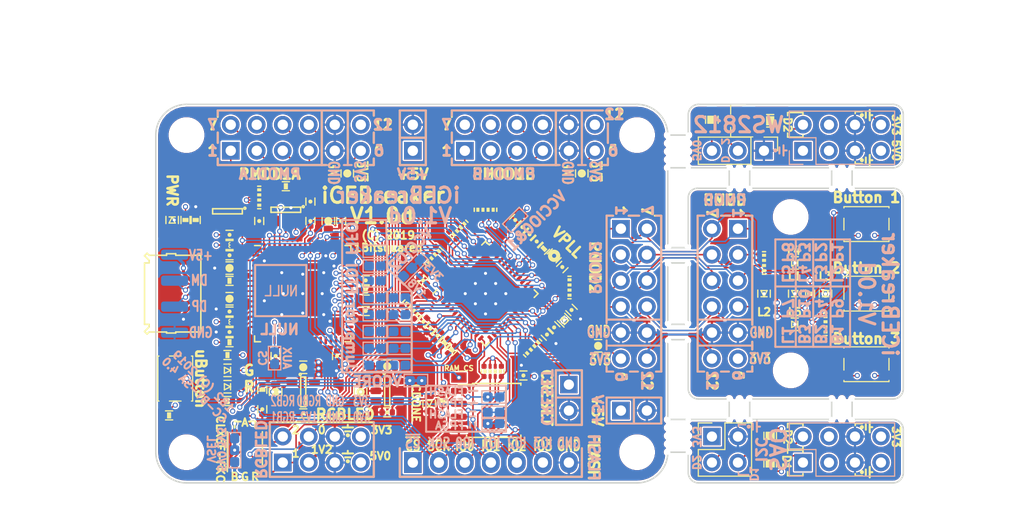
<source format=kicad_pcb>
(kicad_pcb (version 20240108) (generator "pcbnew") (generator_version "8.0")
  (title_block (title "iCEBreaker") (rev "V1.0d") (company "1BitSquared") (comment 1 "(C) 2019 Piotr Esden-Tempski <piotr@1bitsquared.com>") (comment 2 "(C) 2019 1BitSquared <info@1bitsquared.com>") (comment 3 "License: CC-BY-SA 4.0"))
  (layers (0 "F.Cu" signal) (1 "In1.Cu" signal) (2 "In2.Cu" signal) (31 "B.Cu" signal) (34 "B.Paste" user) (35 "F.Paste" user) (36 "B.SilkS" user "B.Silkscreen") (37 "F.SilkS" user "F.Silkscreen") (38 "B.Mask" user) (39 "F.Mask" user) (44 "Edge.Cuts" user))
  (net 0 "")
  (net 1 "/~{LEDG}")
  (net 2 "/xFIFO_~{WR}")
  (net 3 "+3V3")
  (net 4 "/iCE_SS_B")
  (net 5 "+1V2")
  (net 6 "/xFIFO_WKUP")
  (net 7 "/~{BUTTON}")
  (net 8 "/~{LEDR}")
  (net 9 "/xFIFO_~{RD}")
  (net 10 "/xFIFO_~{RXF}")
  (net 11 "/P2_4")
  (net 12 "/P2_9")
  (net 13 "/xFIFO_D7")
  (net 14 "/xFIFO_D6")
  (net 15 "/P2_3")
  (net 16 "/P2_8")
  (net 17 "/xFIFO_D5")
  (net 18 "/xFIFO_D4")
  (net 19 "/P2_2")
  (net 20 "/P2_7")
  (net 21 "/xFIFO_D3")
  (net 22 "/xFIFO_D2")
  (net 23 "/P2_1")
  (net 24 "/xFIFO_~{TXE}")
  (net 25 "/P2_10")
  (net 26 "GND")
  (net 27 "Net-(R6-Pad1)")
  (net 28 "Net-(R2-Pad1)")
  (net 29 "/FTDI_CLK")
  (net 30 "Net-(C3-Pad1)")
  (net 31 "+5V")
  (net 32 "Net-(C11-Pad1)")
  (net 33 "/iCE_SCK")
  (net 34 "Net-(C12-Pad1)")
  (net 35 "Net-(R8-Pad1)")
  (net 36 "Net-(C13-Pad1)")
  (net 37 "+1V8")
  (net 38 "Net-(R9-Pad1)")
  (net 39 "/iCE_CDONE")
  (net 40 "/iCE_CRESET")
  (net 41 "/P1B9")
  (net 42 "/P1B10")
  (net 43 "/P1B4")
  (net 44 "/P1A1")
  (net 45 "/P1A7")
  (net 46 "/P1A2")
  (net 47 "/P1A8")
  (net 48 "/P1A3")
  (net 49 "/P1A9")
  (net 50 "/P1A4")
  (net 51 "/P1A10")
  (net 52 "/P1B1")
  (net 53 "/P1B7")
  (net 54 "/P1B2")
  (net 55 "/P1B8")
  (net 56 "/P1B3")
  (net 57 "Net-(D6-PadA)")
  (net 58 "Net-(D9-PadA)")
  (net 59 "Net-(D7-PadA)")
  (net 60 "Net-(D10-PadA)")
  (net 61 "/shield")
  (net 62 "Net-(D8-PadA)")
  (net 63 "Net-(D1-PadA)")
  (net 64 "Net-(D4-PadA)")
  (net 65 "Net-(D5-PadA)")
  (net 66 "Net-(R2-Pad5)")
  (net 67 "Net-(R2-Pad3)")
  (net 68 "Net-(C39-Pad1)")
  (net 69 "/P1A1x")
  (net 70 "/P1A7x")
  (net 71 "/P1A2x")
  (net 72 "/P1A8x")
  (net 73 "/P2_4x")
  (net 74 "/P2_3x")
  (net 75 "/P2_2x")
  (net 76 "/P2_1x")
  (net 77 "/P1B7x")
  (net 78 "/P1B8x")
  (net 79 "/P1B9x")
  (net 80 "/P1B10x")
  (net 81 "/P2_10x")
  (net 82 "/P2_9x")
  (net 83 "/P2_8x")
  (net 84 "/P2_7x")
  (net 85 "/P1B1x")
  (net 86 "/P1B2x")
  (net 87 "/P1B3x")
  (net 88 "/P1B4x")
  (net 89 "/P1A10x")
  (net 90 "/P1A4x")
  (net 91 "/P1A9x")
  (net 92 "/P1A3x")
  (net 93 "/USB_DP")
  (net 94 "/USB_DM")
  (net 95 "/Tx_TTL|FIFO_D1")
  (net 96 "/Rx_TTL|FIFO_D0")
  (net 97 "/FLASH_MISO|IO1")
  (net 98 "/FLASH_MOSI|IO0")
  (net 99 "/FLASH_~{WP}|IO2")
  (net 100 "/FLASH_~{HLD}|~{RST}|IO3")
  (net 101 "/FLASH_CS")
  (net 102 "/xFIFO_D1")
  (net 103 "/xFIFO_D0")
  (net 104 "/VCCIO_2")
  (net 105 "/VCCIO_0|1")
  (net 106 "/VCCPLL")
  (net 107 "/VCORE")
  (net 108 "/xiCE_CRESET")
  (net 109 "/iCE_SO")
  (net 110 "/iCE_SI")
  (net 111 "/SPI_CS")
  (net 112 "Net-(D11-Pad4)")
  (net 113 "Net-(R2-Pad8)")
  (net 114 "/ET_3V3")
  (net 115 "/ET_5V")
  (net 116 "/ET_GND")
  (net 117 "/EB_OD2")
  (net 118 "/EB_3V3")
  (net 119 "/EB_OD1")
  (net 120 "/EB_GND")
  (net 121 "/~{LED_RGB2}")
  (net 122 "/~{LED_RGB1}")
  (net 123 "/~{LED_RGB0}")
  (net 124 "/VPP_2V5")
  (net 125 "/ET_OD2")
  (net 126 "/ET_O2")
  (footprint "Pin_Headers:Pin_Header_Straight_2x01" (layer "F.Cu") (at 75.42 58.93)
    (property "Reference" "J27")
    (property "Value" "5V AUX")
  )
  (footprint "pkl_connectors:Connector_USB_Micro_B_SMD" (layer "F.Cu") (at 31.5 47.5 180)
    (property "Reference" "P1")
    (property "Value" "pkl_USB_OTG" (hide yes))
  )
  (footprint "pkl_housings_soic:SOIC-8_5.3x5.3mm_Pitch1.27mm" (layer "F.Cu") (at 63 58.9)
    (property "Reference" "U5")
    (property "Value" "W25Q")
  )
  (footprint "pkl_dipol:C_0402" (layer "F.Cu") (at 66.5 41.7 45)
    (property "Reference" "C25")
    (property "Value" "100n")
  )
  (footprint "pkl_dipol:C_0402" (layer "F.Cu") (at 40.4 58.8 -90)
    (property "Reference" "C39")
    (property "Value" "1u")
  )
  (footprint "pkl_dipol:C_0402" (layer "F.Cu") (at 56.125001 50.2322 -135)
    (property "Reference" "C38")
    (property "Value" "10n")
  )
  (footprint "Mounting_Holes:MountingHole_3-5mm" (layer "F.Cu") (at 77 32)
    (property "Reference" "REF**" (hide yes))
    (property "Value" "MH3" (hide yes))
  )
  (footprint "Mounting_Holes:MountingHole_3-5mm" (layer "F.Cu") (at 33 63)
    (property "Reference" "REF**" (hide yes))
    (property "Value" "MH3" (hide yes))
  )
  (footprint "Mounting_Holes:MountingHole_3-5mm" (layer "F.Cu") (at 77 63)
    (property "Reference" "REF**" (hide yes))
    (property "Value" "MH3" (hide yes))
  )
  (footprint "pkl_dipol:C_0402" (layer "F.Cu") (at 37.2 49.25 180)
    (property "Reference" "C13")
    (property "Value" "100n")
  )
  (footprint "Pin_Headers:Pin_Header_Straight_2x04" (layer "F.Cu") (at 42.4 64.01 90)
    (property "Reference" "J25")
    (property "Value" "RGB Led")
  )
  (footprint "Mounting_Holes:MountingHole_3-5mm" (layer "F.Cu") (at 33 32)
    (property "Reference" "REF**" (hide yes))
    (property "Value" "MH3" (hide yes))
  )
  (footprint "Socket_Strips:Socket_Strip_Angled_2x06" (layer "F.Cu") (at 72.88 33.53 180)
    (property "Reference" "J22")
    (property "Value" "PMOD")
  )
  (footprint "pkl_dipol:R_0402" (layer "F.Cu") (at 93.9 47.5 90)
    (property "Reference" "R18")
    (property "Value" "330E")
  )
  (footprint "pkl_dipol:R_Array_Convex_4x0402" (layer "F.Cu") (at 89.4 44.5 180)
    (property "Reference" "R17")
    (property "Value" "330E")
  )
  (footprint "Mounting_Holes:MountingHole_3-5mm" (layer "F.Cu") (at 92 55)
    (property "Reference" "REF**" (hide yes))
    (property "Value" "MH3" (hide yes))
  )
  (footprint "pkl_dipol:R_Array_Convex_4x0402" (layer "F.Cu") (at 95.4 50.5)
    (property "Reference" "R16")
    (property "Value" "10k")
  )
  (footprint "Pin_Headers:Pin_Header_Straight_2x06" (layer "F.Cu") (at 86.85 53.85 180)
    (property "Reference" "J24")
    (property "Value" "PMOD")
  )
  (footprint "pkl_dipol:D_0603" (layer "F.Cu") (at 89.4 47.5 90)
    (property "Reference" "D6")
    (property "Value" "GRN")
  )
  (footprint "pkl_dipol:D_0603" (layer "F.Cu") (at 95.4 47.5 90)
    (property "Reference" "D10")
    (property "Value" "GRN")
  )
  (footprint "Mounting_Holes:MountingHole_3-5mm" (layer "F.Cu") (at 92 40)
    (property "Reference" "REF**" (hide yes))
    (property "Value" "MH3" (hide yes))
  )
  (footprint "pkl_dipol:D_0603" (layer "F.Cu") (at 92.4 44.5 180)
    (property "Reference" "D7")
    (property "Value" "GRN")
  )
  (footprint "pkl_dipol:D_0603" (layer "F.Cu") (at 92.4 47.5 90)
    (property "Reference" "D8")
    (property "Value" "RED")
  )
  (footprint "pkl_dipol:D_0603" (layer "F.Cu") (at 92.4 50.5 180)
    (property "Reference" "D9")
    (property "Value" "GRN")
  )
  (footprint "pkl_dipol:C_0402" (layer "F.Cu") (at 40.1 40.4 90)
    (property "Reference" "C17")
    (property "Value" "100n")
  )
  (footprint "pkl_dipol:C_0402" (layer "F.Cu") (at 45.1 40.4 90)
    (property "Reference" "C21")
    (property "Value" "100n")
  )
  (footprint "pkl_dipol:C_0402" (layer "F.Cu") (at 47.7 53.6 -90)
    (property "Reference" "C19")
    (property "Value" "100n")
  )
  (footprint "pkl_dipol:R_Array_Convex_4x0402" (layer "F.Cu") (at 40.1 38.1 180)
    (property "Reference" "R2")
    (property "Value" "10k")
  )
  (footprint "pkl_dipol:C_0402" (layer "F.Cu") (at 37.2 41.75)
    (property "Reference" "C4")
    (property "Value" "100n")
  )
  (footprint "pkl_housings_dfn_qfn:QFN-64-4.45mm1EP_9x9mm_Pitch0.5mm" (layer "F.Cu") (at 44.35 47.5)
    (property "Reference" "U4")
    (property "Value" "FT2232H")
  )
  (footprint "pkl_dipol:C_0402" (layer "F.Cu") (at 48.1 40.4 90)
    (property "Reference" "C10")
    (property "Value" "100n")
  )
  (footprint "pkl_housings_sot:SOT-23-5" (layer "F.Cu") (at 52.6 57 180)
    (property "Reference" "U3")
    (property "Value" "1V2")
  )
  (footprint "pkl_dipol:C_0402" (layer "F.Cu") (at 41.7 53.6 -90)
    (property "Reference" "C18")
    (property "Value" "100n")
  )
  (footprint "pkl_dipol:C_0603" (layer "F.Cu") (at 44.4 54.7 180)
    (property "Reference" "C5")
    (property "Value" "4u7")
  )
  (footprint "pkl_dipol:R_0402" (layer "F.Cu") (at 40.4 56.9 -90)
    (property "Reference" "R3")
    (property "Value" "10k")
  )
  (footprint "pkl_dipol:C_0603" (layer "F.Cu") (at 41.7 57.1 -90)
    (property "Reference" "C2")
    (property "Value" "4u7")
  )
  (footprint "pkl_dipol:R_0402" (layer "F.Cu") (at 37 53.5)
    (property "Reference" "R14")
    (property "Value" "330E")
  )
  (footprint "pkl_dipol:R_0402" (layer "F.Cu") (at 31.3 59.4 180)
    (property "Reference" "R13")
    (property "Value" "10k")
  )
  (footprint "pkl_dipol:R_0402" (layer "F.Cu") (at 37.2 52.25 180)
    (property "Reference" "R9")
    (property "Value" "10k")
  )
  (footprint "pkl_dipol:C_0402" (layer "F.Cu") (at 37.2 51.25 180)
    (property "Reference" "C14")
    (property "Value" "100n")
  )
  (footprint "pkl_dipol:L_0402" (layer "F.Cu") (at 37.2 50.25)
    (property "Reference" "L1")
    (property "Value" "600")
  )
  (footprint "pkl_dipol:L_0402" (layer "F.Cu") (at 37.2 42.75)
    (property "Reference" "L2")
    (property "Value" "600")
  )
  (footprint "pkl_dipol:C_0402" (layer "F.Cu") (at 37.2 43.75 180)
    (property "Reference" "C12")
    (property "Value" "100n")
  )
  (footprint "pkl_dipol:R_0402" (layer "F.Cu") (at 58.2 52.3 45)
    (property "Reference" "R19")
    (property "Value" "10k")
  )
  (footprint "pkl_dipol:C_0402" (layer "F.Cu") (at 57.5 51.6 -135)
    (property "Reference" "C36")
    (property "Value" "1u")
  )
  (footprint "pkl_dipol:C_0402" (layer "F.Cu") (at 56.8 50.9 -135)
    (property "Reference" "C37")
    (property "Value" "100n")
  )
  (footprint "pkl_dipol:C_0402" (layer "F.Cu") (at 56.1 46.2 -45)
    (property "Reference" "C27")
    (property "Value" "100n")
  )
  (footprint "pkl_dipol:C_0402" (layer "F.Cu") (at 68.9 50.8 135)
    (property "Reference" "C29")
    (property "Value" "100n")
  )
  (footprint "pkl_dipol:C_0402" (layer "F.Cu") (at 69.7 44.9 45)
    (property "Reference" "C26")
    (property "Value" "100n")
  )
  (footprint "pkl_dipol:C_0603" (layer "F.Cu") (at 68.9 43.8 45)
    (property "Reference" "C24")
    (property "Value" "10u")
  )
  (footprint "pkl_dipol:C_0402" (layer "F.Cu") (at 67.2 42.4 45)
    (property "Reference" "C28")
    (property "Value" "10n")
  )
  (footprint "pkl_housings_sot:SOT-23-6" (layer "F.Cu") (at 42.7 39.3 90)
    (property "Reference" "U1")
    (property "Value" "93C46B-SOT-23-6")
  )
  (footprint "pkl_housings_sot:SOT-23-5" (layer "F.Cu") (at 44.4 57.1 180)
    (property "Reference" "U2")
    (property "Value" "3.3V")
  )
  (footprint "pkl_housings_dfn_qfn:QFN-48-1EP_7x7mm_Pitch0.5mm" (layer "F.Cu") (at 62.2 47.5 45)
    (property "Reference" "U6")
    (property "Value" "ICE5LP4K-SG48")
  )
  (footprint "pkl_dipol:R_0402" (layer "F.Cu") (at 42.7 37)
    (property "Reference" "R6")
    (property "Value" "2k2")
  )
  (footprint "pkl_dipol:R_0402" (layer "F.Cu") (at 37.2 46.25 180)
    (property "Reference" "R8")
    (property "Value" "12k")
  )
  (footprint "pkl_dipol:R_0402" (layer "F.Cu") (at 67.9 43.1 45)
    (property "Reference" "R10")
    (property "Value" "100E")
  )
  (footprint "pkl_dipol:R_0402" (layer "F.Cu") (at 58 57.95 90)
    (property "Reference" "R12")
    (property "Value" "2k2")
  )
  (footprint "pkl_dipol:R_0402" (layer "F.Cu") (at 37 58)
    (property "Reference" "R15")
    (property "Value" "330E")
  )
  (footprint "pkl_dipol:D_0603" (layer "F.Cu") (at 56.7 58.25 90)
    (property "Reference" "D3")
    (property "Value" "BLU")
  )
  (footprint "pkl_dipol:D_0603" (layer "F.Cu") (at 37 55 180)
    (property "Reference" "D4")
    (property "Value" "GRN")
  )
  (footprint "pkl_dipol:D_0603" (layer "F.Cu") (at 37 56.6 180)
    (property "Reference" "D5")
    (property "Value" "RED")
  )
  (footprint "pkl_dipol:C_0603" (layer "F.Cu") (at 52.6 54.6 180)
    (property "Reference" "C15")
    (property "Value" "4u7")
  )
  (footprint "pkl_dipol:C_0603" (layer "F.Cu") (at 50 57.1 -90)
    (property "Reference" "C8")
    (property "Value" "4u7")
  )
  (footprint "pkl_dipol:C_0402" (layer "F.Cu") (at 65.9 55.5 180)
    (property "Reference" "C22")
    (property "Value" "100n")
  )
  (footprint "pkl_dipol:C_0402" (layer "F.Cu") (at 50.5 46.2)
    (property "Reference" "C20")
    (property "Value" "100n")
  )
  (footprint "pkl_dipol:C_0402" (layer "F.Cu") (at 52.6 59.1 180)
    (property "Reference" "C11")
    (property "Value" "10n")
  )
  (footprint "pkl_dipol:C_0402" (layer "F.Cu") (at 50.5 49.2)
    (property "Reference" "C16")
    (property "Value" "100n")
  )
  (footprint "pkl_dipol:C_0402" (layer "F.Cu") (at 65.1 40.3 45)
    (property "Reference" "C30")
    (property "Value" "100n")
  )
  (footprint "pkl_dipol:C_0402" (layer "F.Cu") (at 68.2 51.5 -45)
    (property "Reference" "C31")
    (property "Value" "100n")
  )
  (footprint "pkl_dipol:C_0402" (layer "F.Cu") (at 45.1 38.5 90)
    (property "Reference" "C1")
    (property "Value" "100n")
  )
  (footprint "pkl_dipol:C_0402" (layer "F.Cu") (at 44.4 59.2 180)
    (property "Reference" "C3")
    (property "Value" "10n")
  )
  (footprint "pkl_dipol:C_0402" (layer "F.Cu") (at 65.8 41 45)
    (property "Reference" "C23")
    (property "Value" "1u")
  )
  (footprint "Socket_Strips:Socket_Strip_Straight_2x06" (layer "F.Cu") (at 75.42 53.85 90)
    (property "Reference" "J23")
    (property "Value" "PMOD")
  )
  (footprint "Pin_Headers:Pin_Header_Straight_2x01" (layer "F.Cu") (at 55.1 33.53 90)
    (property "Reference" "J26")
    (property "Value" "5V AUX")
  )
  (footprint "Pin_Headers:Pin_Header_Straight_1x07" (layer "F.Cu") (at 55.1 64.01 90)
    (property "Reference" "J20")
    (property "Value" "Flash")
  )
  (footprint "pkl_dipol:C_0402" (layer "F.Cu") (at 70.6 49.1 -45)
    (property "Reference" "C35")
    (property "Value" "DNP")
  )
  (footprint "pkl_housings_sot:SOT-23-5" (layer "F.Cu") (at 37 39.45 90)
    (property "Reference" "U7")
    (property "Value" "12MHz")
  )
  (footprint "pkl_dipol:C_0603" (layer "F.Cu") (at 37.2 48 180)
    (property "Reference" "C9")
    (property "Value" "4u7")
  )
  (footprint "pkl_dipol:C_0603" (layer "F.Cu") (at 37.2 45 180)
    (property "Reference" "C6")
    (property "Value" "4u7")
  )
  (footprint "pkl_dipol:R_0402" (layer "F.Cu") (at 33.9 40.3 -90)
    (property "Reference" "R1")
    (property "Value" "1M")
  )
  (footprint "pkl_dipol:R_0402" (layer "F.Cu") (at 32.9 40.3 -90)
    (property "Reference" "R5")
    (property "Value" "330E")
  )
  (footprint "pkl_dipol:C_0603" (layer "F.Cu") (at 46.85 40.4 90)
    (property "Reference" "C7")
    (property "Value" "4u7")
  )
  (footprint "pkl_dipol:R_Array_Convex_4x0402" (layer "F.Cu") (at 70.4 46.9)
    (property "Reference" "R4")
    (property "Value" "33E")
  )
  (footprint "pkl_dipol:R_Array_Convex_4x0402" (layer "F.Cu") (at 62.2 39.3 90)
    (property "Reference" "R24")
    (property "Value" "33E")
  )
  (footprint "pkl_dipol:R_Array_Convex_4x0402" (layer "F.Cu") (at 59.6 41.2 135)
    (property "Reference" "R21")
    (property "Value" "33E")
  )
  (footprint "pkl_dipol:R_Array_Convex_4x0402" (layer "F.Cu") (at 57.105546 43.866206 135)
    (property "Reference" "R23")
    (property "Value" "33E")
  )
  (footprint "pkl_dipol:R_Array_Convex_4x0402" (layer "F.Cu") (at 55 49 -135)
    (property "Reference" "R20")
    (property "Value" "33E")
  )
  (footprint "pkl_dipol:R_0402" (layer "F.Cu") (at 50.5 47.2)
    (property "Reference" "R25")
    (property "Value" "10k")
  )
  (footprint "pkl_dipol:R_0402" (layer "F.Cu") (at 58.9 53 -135)
    (property "Reference" "R26")
    (property "Value" "2k2")
  )
  (footprint "Connector_PinHeader_2.54mm:PinHeader_2x01_P2.54mm_Vertical" (layer "F.Cu") (at 70.34 56.39 -90)
    (property "Reference" "J28")
    (property "Value" "CRESET")
  )
  (footprint "pkl_dipol:R_Array_Convex_4x0402" (layer "F.Cu") (at 62.9 55.1 -90)
    (property "Reference" "R11")
    (property "Value" "10k")
  )
  (footprint "pkl_dipol:C_0603" (layer "F.Cu") (at 71.6 35.75 90)
    (property "Reference" "C33")
    (property "Value" "DNP")
  )
  (footprint "pkl_dipol:C_0603" (layer "F.Cu") (at 48.7 35.75 90)
    (property "Reference" "C32")
    (property "Value" "DNP")
  )
  (footprint "Socket_Strips:Socket_Strip_Angled_2x06" (layer "F.Cu") (at 50.02 33.53 180)
    (property "Reference" "J21")
    (property "Value" "PMOD")
  )
  (footprint "pkl_dipol:C_0603" (layer "F.Cu") (at 73.2 52.6)
    (property "Reference" "C34")
    (property "Value" "DNP")
  )
  (footprint "pkl_buttons_switches:SW_SPST_3x4x2.5" (layer "F.Cu") (at 31.9 55.8 -90)
    (property "Reference" "SW1")
    (property "Value" "TACT")
  )
  (footprint "pkl_buttons_switches:SW_SPST_3x4x2.5" (layer "F.Cu") (at 99.4 54.4)
    (property "Reference" "SW4")
    (property "Value" "TACT")
  )
  (footprint "pkl_buttons_switches:SW_SPST_3x4x2.5" (layer "F.Cu") (at 99.4 47.5)
    (property "Reference" "SW3")
    (property "Value" "TACT")
  )
  (footprint "pkl_buttons_switches:SW_SPST_3x4x2.5" (layer "F.Cu") (at 99.4 40.7)
    (property "Reference" "SW2")
    (property "Value" "TACT")
  )
  (footprint "pkl_pads:PAD_SMD_1x1.5" (layer "F.Cu") (at 59.6 55.7)
    (property "Reference" "P6")
    (property "Value" "RAM_CS")
  )
  (footprint "pkl_mechanical:Drill_0.5mm" (layer "F.Cu") (at 86 57.8)
    (property "Reference" "REF**" (hide yes))
    (property "Value" "D05" (hide yes))
  )
  (footprint "pkl_mechanical:Drill_0.5mm" (layer "F.Cu") (at 87 57.8)
    (property "Reference" "REF**" (hide yes))
    (property "Value" "D05" (hide yes))
  )
  (footprint "pkl_mechanical:Drill_0.5mm" (layer "F.Cu") (at 88 57.8)
    (property "Reference" "REF**" (hide yes))
    (property "Value" "D05" (hide yes))
  )
  (footprint "pkl_mechanical:Drill_0.5mm" (layer "F.Cu") (at 88 59.8)
    (property "Reference" "REF**" (hide yes))
    (property "Value" "D05" (hide yes))
  )
  (footprint "pkl_mechanical:Drill_0.5mm" (layer "F.Cu") (at 87 59.8)
    (property "Reference" "REF**" (hide yes))
    (property "Value" "D05" (hide yes))
  )
  (footprint "pkl_mechanical:Drill_0.5mm" (layer "F.Cu") (at 96 57.8)
    (property "Reference" "REF**" (hide yes))
    (property "Value" "D05" (hide yes))
  )
  (footprint "pkl_mechanical:Drill_0.5mm" (layer "F.Cu") (at 98 57.8)
    (property "Reference" "REF**" (hide yes))
    (property "Value" "D05" (hide yes))
  )
  (footprint "pkl_mechanical:Drill_0.5mm" (layer "F.Cu") (at 97 57.8)
    (property "Reference" "REF**" (hide yes))
    (property "Value" "D05" (hide yes))
  )
  (footprint "pkl_mechanical:Drill_0.5mm" (layer "F.Cu") (at 96 59.8)
    (property "Reference" "REF**" (hide yes))
    (property "Value" "D05" (hide yes))
  )
  (footprint "pkl_mechanical:Drill_0.5mm" (layer "F.Cu") (at 97 59.8)
    (property "Reference" "REF**" (hide yes))
    (property "Value" "D05" (hide yes))
  )
  (footprint "pkl_mechanical:Drill_0.5mm" (layer "F.Cu") (at 98 59.8)
    (property "Reference" "REF**" (hide yes))
    (property "Value" "D05" (hide yes))
  )
  (footprint "pkl_mechanical:Drill_0.5mm" (layer "F.Cu") (at 97 35.2)
    (property "Reference" "REF**" (hide yes))
    (property "Value" "D05" (hide yes))
  )
  (footprint "pkl_mechanical:Drill_0.5mm" (layer "F.Cu") (at 96 35.2)
    (property "Reference" "REF**" (hide yes))
    (property "Value" "D05" (hide yes))
  )
  (footprint "pkl_mechanical:Drill_0.5mm" (layer "F.Cu") (at 98 37.2)
    (property "Reference" "REF**" (hide yes))
    (property "Value" "D05" (hide yes))
  )
  (footprint "pkl_mechanical:Drill_0.5mm" (layer "F.Cu") (at 97 37.2)
    (property "Reference" "REF**" (hide yes))
    (property "Value" "D05" (hide yes))
  )
  (footprint "pkl_mechanical:Drill_0.5mm" (layer "F.Cu") (at 98 35.2)
    (property "Reference" "REF**" (hide yes))
    (property "Value" "D05" (hide yes))
  )
  (footprint "pkl_mechanical:Drill_0.5mm" (layer "F.Cu") (at 96 37.2)
    (property "Reference" "REF**" (hide yes))
    (property "Value" "D05" (hide yes))
  )
  (footprint "pkl_mechanical:Drill_0.5mm" (layer "F.Cu") (at 87 37.2)
    (property "Reference" "REF**" (hide yes))
    (property "Value" "D05" (hide yes))
  )
  (footprint "pkl_mechanical:Drill_0.5mm" (layer "F.Cu") (at 88 37.2)
    (property "Reference" "REF**" (hide yes))
    (property "Value" "D05" (hide yes))
  )
  (footprint "pkl_mechanical:Drill_0.5mm" (layer "F.Cu") (at 86 35.2)
    (property "Reference" "REF**" (hide yes))
    (property "Value" "D05" (hide yes))
  )
  (footprint "pkl_mechanical:Drill_0.5mm" (layer "F.Cu") (at 88 35.2)
    (property "Reference" "REF**" (hide yes))
    (property "Value" "D05" (hide yes))
  )
  (footprint "pkl_mechanical:Drill_0.5mm" (layer "F.Cu") (at 86 37.2)
    (property "Reference" "REF**" (hide yes))
    (property "Value" "D05" (hide yes))
  )
  (footprint "pkl_mechanical:Drill_0.5mm" (layer "F.Cu") (at 87 35.2)
    (property "Reference" "REF**" (hide yes))
    (property "Value" "D05" (hide yes))
  )
  (footprint "pkl_mechanical:Drill_0.5mm" (layer "F.Cu") (at 82 35.2)
    (property "Reference" "REF**" (hide yes))
    (property "Value" "D05" (hide yes))
  )
  (footprint "pkl_mechanical:Drill_0.5mm" (layer "F.Cu") (at 82 32)
    (property "Reference" "REF**" (hide yes))
    (property "Value" "D05" (hide yes))
  )
  (footprint "pkl_mechanical:Drill_0.5mm" (layer "F.Cu") (at 82 33.6)
    (property "Reference" "REF**" (hide yes))
    (property "Value" "D05" (hide yes))
  )
  (footprint "pkl_mechanical:Drill_0.5mm" (layer "F.Cu") (at 80 33.6)
    (property "Reference" "REF**" (hide yes))
    (property "Value" "D05" (hide yes))
  )
  (footprint "pkl_mechanical:Drill_0.5mm" (layer "F.Cu") (at 80 32)
    (property "Reference" "REF**" (hide yes))
    (property "Value" "D05" (hide yes))
  )
  (footprint "pkl_mechanical:Drill_0.5mm" (layer "F.Cu") (at 80 35.2)
    (property "Reference" "REF**" (hide yes))
    (property "Value" "D05" (hide yes))
  )
  (footprint "pkl_mechanical:Drill_0.5mm" (layer "F.Cu") (at 80 34.4)
    (property "Reference" "REF**" (hide yes))
    (property "Value" "D05" (hide yes))
  )
  (footprint "pkl_mechanical:Drill_0.5mm" (layer "F.Cu") (at 80 32.8)
    (property "Reference" "REF**" (hide yes))
    (property "Value" "D05" (hide yes))
  )
  (footprint "pkl_mechanical:Drill_0.5mm" (layer "F.Cu") (at 82 32.8)
    (property "Reference" "REF**" (hide yes))
    (property "Value" "D05" (hide yes))
  )
  (footprint "pkl_mechanical:Drill_0.5mm" (layer "F.Cu") (at 82 34.4)
    (property "Reference" "REF**" (hide yes))
    (property "Value" "D05" (hide yes))
  )
  (footprint "pkl_mechanical:Drill_0.5mm" (layer "F.Cu") (at 82 63)
    (property "Reference" "REF**" (hide yes))
    (property "Value" "D05" (hide yes))
  )
  (footprint "pkl_mechanical:Drill_0.5mm" (layer "F.Cu") (at 82 62.2)
    (property "Reference" "REF**" (hide yes))
    (property "Value" "D05" (hide yes))
  )
  (footprint "pkl_mechanical:Drill_0.5mm" (layer "F.Cu") (at 80 61.4)
    (property "Reference" "REF**" (hide yes))
    (property "Value" "D05" (hide yes))
  )
  (footprint "pkl_mechanical:Drill_0.5mm" (layer "F.Cu") (at 80 59.8)
    (property "Reference" "REF**" (hide yes))
    (property "Value" "D05" (hide yes))
  )
  (footprint "pkl_mechanical:Drill_0.5mm" (layer "F.Cu") (at 80 60.6)
    (property "Reference" "REF**" (hide yes))
    (property "Value" "D05" (hide yes))
  )
  (footprint "pkl_mechanical:Drill_0.5mm" (layer "F.Cu") (at 80 63)
    (property "Reference" "REF**" (hide yes))
    (property "Value" "D05" (hide yes))
  )
  (footprint "pkl_mechanical:Drill_0.5mm" (layer "F.Cu") (at 82 61.4)
    (property "Reference" "REF**" (hide yes))
    (property "Value" "D05" (hide yes))
  )
  (footprint "pkl_mechanical:Drill_0.5mm" (layer "F.Cu") (at 82 59.8)
    (property "Reference" "REF**" (hide yes))
    (property "Value" "D05" (hide yes))
  )
  (footprint "pkl_mechanical:Drill_0.5mm" (layer "F.Cu") (at 82 60.6)
    (property "Reference" "REF**" (hide yes))
    (property "Value" "D05" (hide yes))
  )
  (footprint "pkl_mechanical:Drill_0.5mm" (layer "F.Cu") (at 80 62.2)
    (property "Reference" "REF**" (hide yes))
    (property "Value" "D05" (hide yes))
  )
  (footprint "pkl_mechanical:Drill_0.5mm" (layer "F.Cu") (at 81.9 52.1)
    (property "Reference" "REF**" (hide yes))
    (property "Value" "D05" (hide yes))
  )
  (footprint "pkl_mechanical:Drill_0.5mm" (layer "F.Cu") (at 80.1 52.1)
    (property "Reference" "REF**" (hide yes))
    (property "Value" "D05" (hide yes))
  )
  (footprint "pkl_mechanical:Drill_0.5mm" (layer "F.Cu") (at 80.1 50.4)
    (property "Reference" "REF**" (hide yes))
    (property "Value" "D05" (hide yes))
  )
  (footprint "pkl_mechanical:Drill_0.5mm" (layer "F.Cu") (at 81.9 50.4)
    (property "Reference" "REF**" (hide yes))
    (property "Value" "D05" (hide yes))
  )
  (footprint "pkl_mechanical:Drill_0.5mm" (layer "F.Cu") (at 81.9 44.6)
    (property "Reference" "REF**" (hide yes))
    (property "Value" "D05" (hide yes))
  )
  (footprint "pkl_mechanical:Drill_0.5mm" (layer "F.Cu") (at 80.1 44.6)
    (property "Reference" "REF**" (hide yes))
    (property "Value" "D05" (hide yes))
  )
  (footprint "pkl_mechanical:Drill_0.5mm" (layer "F.Cu") (at 80.1 42.9)
    (property "Reference" "REF**" (hide yes))
    (property "Value" "D05" (hide yes))
  )
  (footprint "pkl_mechanical:Drill_0.5mm" (layer "F.Cu") (at 81.9 42.9)
    (property "Reference" "REF**" (hide yes))
    (property "Value" "D05" (hide yes))
  )
  (footprint "pkl_led:LED_Cree_PLCC6_3.4x3.4mm" (layer "F.Cu") (at 38.7 62.7 90)
    (property "Reference" "D11")
    (property "Value" "LED_RGB")
  )
  (footprint "pkl_dipol:R_0603" (layer "F.Cu") (at 84.3 30.5 90)
    (property "Reference" "R27")
    (property "Value" "10k")
  )
  (footprint "Package_TO_SOT_SMD:SOT-23" (layer "F.Cu") (at 86.9 30.6 180)
    (property "Reference" "Q1")
    (property "Value" "BSS138")
  )
  (footprint "Connector_PinHeader_2.54mm:PinHeader_1x03_P2.54mm_Vertical" (layer "F.Cu") (at 89.39 33.53 -90)
    (property "Reference" "J32")
    (property "Value" "WS2812")
  )
  (footprint "pkl_dipol:R_0603" (layer "F.Cu") (at 90 64.1 -90)
    (property "Reference" "R29")
    (property "Value" "10k")
  )
  (footprint "pkl_dipol:R_0603" (layer "F.Cu") (at 90 61.4 90)
    (property "Reference" "R28")
    (property "Value" "10k")
  )
  (footprint "Connector_PinSocket_2.54mm:PinSocket_2x02_P2.54mm_Vertical" (layer "F.Cu") (at 84.31 61.47 90)
    (property "Reference" "J34")
    (property "Value" "SADD")
  )
  (footprint "pkl_dipol:R_0603" (layer "F.Cu") (at 90 30.6 180)
    (property "Reference" "R7")
    (property "Value" "10k")
  )
  (footprint "pkl_mechanical:Drill_0.5mm" (layer "F.Cu") (at 86 59.8)
    (property "Reference" "REF**" (hide yes))
    (property "Value" "D05" (hide yes))
  )
  (footprint "pkl_dipol:D_0603" (layer "F.Cu") (at 31.6 40.3 -90)
    (property "Reference" "D1")
    (property "Value" "GRN")
  )
  (footprint "pkl_dipol:R_Array_Convex_4x0402" (layer "F.Cu") (at 66.8 52.8 -45)
    (property "Reference" "R22")
    (property "Value" "33E")
  )
  (footprint "pkl_dipol:D_SOD-523" (layer "F.Cu") (at 69.9 50.1 -45)
    (property "Reference" "D2")
    (property "Value" "~800mVf")
  )
  (footprint "pkl_jumpers:J_0603" (layer "B.Cu") (at 53.8 47.9)
    (property "Reference" "J7")
    (property "Value" "Jumper" (hide yes))
  )
  (footprint "pkl_jumpers:J_0603" (layer "B.Cu") (at 51.4 49.55)
    (property "Reference" "J6")
    (property "Value" "Jumper" (hide yes))
  )
  (footprint "pkl_jumpers:J_0603" (layer "B.Cu") (at 51.4 43.35)
    (property "Reference" "J12")
    (property "Value" "Jumper" (hide yes))
  )
  (footprint "pkl_jumpers:J_0603" (layer "B.Cu") (at 51.4 54.5)
    (property "Reference" "J11")
    (property "Value" "Jumper" (hide yes))
  )
  (footprint "pkl_jumpers:J_0603" (layer "B.Cu") (at 53.8 49.55)
    (property "Reference" "J5")
    (property "Value" "Jumper" (hide yes))
  )
  (footprint "pkl_jumpers:J_0603" (layer "B.Cu") (at 51.4 44.8)
    (property "Reference" "J10")
    (property "Value" "Jumper" (hide yes))
  )
  (footprint "pkl_jumpers:J_0603" (layer "B.Cu") (at 51.4 47.9)
    (property "Reference" "J8")
    (property "Value" "Jumper" (hide yes))
  )
  (footprint "pkl_jumpers:J_0603" (layer "B.Cu") (at 53.8 54.5)
    (property "Reference" "J13")
    (property "Value" "Jumper" (hide yes))
  )
  (footprint "pkl_jumpers:J_0603" (layer "B.Cu") (at 51.4 46.25)
    (property "Reference" "J9")
    (property "Value" "Jumper" (hide yes))
  )
  (footprint "pkl_logos:null_Logo_SilkS_5mm" (layer "B.Cu") (at 42.2 47.2 180)
    (property "Reference" "REF**" (hide yes))
    (property "Value" "null_Logo_SilkS_5mm" (hide yes))
  )
  (footprint "pkl_jumpers:J_0603" (layer "B.Cu") (at 53.8 51.2)
    (property "Reference" "J3")
    (property "Value" "Jumper" (hide yes))
  )
  (footprint "pkl_jumpers:J_0603" (layer "B.Cu") (at 51.4 51.2)
    (property "Reference" "J4")
    (property "Value" "Jumper" (hide yes))
  )
  (footprint "pkl_pads:PAD_SMD_1x2.65" (layer "B.Cu") (at 31.84 48.77)
    (property "Reference" "P4" (hide yes))
    (property "Value" "UP" (hide yes))
  )
  (footprint "pkl_pads:PAD_SMD_1x2.65" (layer "B.Cu") (at 31.84 46.23)
    (property "Reference" "P3" (hide yes))
    (property "Value" "UP" (hide yes))
  )
  (footprint "pkl_pads:PAD_SMD_1x2.65" (layer "B.Cu") (at 31.84 51.31)
    (property "Reference" "P5" (hide yes))
    (property "Value" "UP" (hide yes))
  )
  (footprint "pkl_pads:PAD_SMD_1x2.65" (layer "B.Cu") (at 31.84 43.69)
    (property "Reference" "P2" (hide yes))
    (property "Value" "UP" (hide yes))
  )
  (footprint "pkl_jumpers:J_NC_0603_30" (layer "B.Cu") (at 55.4 56 180)
    (property "Reference" "J14")
    (property "Value" "Jumper")
  )
  (footprint "pkl_jumpers:J_NC_0603_30" (layer "B.Cu") (at 65.1 40.3 45)
    (property "Reference" "J19")
    (property "Value" "Jumper")
  )
  (footprint "pkl_jumpers:J_NC_0603_15" (layer "B.Cu") (at 63 60.2 180)
    (property "Reference" "J15")
    (property "Value" "Jumper")
  )
  (footprint "pkl_jumpers:J_NC_0603_15" (layer "B.Cu") (at 63 57.6)
    (property "Reference" "J18")
    (property "Value" "Jumper")
  )
  (footprint "pkl_jumpers:J_NC_0603_15" (layer "B.Cu") (at 63 59.1 180)
    (property "Reference" "J16")
    (property "Value" "Jumper")
  )
  (footprint "pkl_jumpers:J_NC_0603_15" (layer "B.Cu") (at 51.4 52.85)
    (property "Reference" "J2")
    (property "Value" "Jumper")
  )
  (footprint "pkl_jumpers:J_NC_0603_15" (layer "B.Cu") (at 53.8 52.85)
    (property "Reference" "J1")
    (property "Value" "Jumper")
  )
  (footprint "pkl_jumpers:J_NCNO_0903_30" (layer "B.Cu") (at 55 45 -135)
    (property "Reference" "J17")
    (property "Value" "Jumper")
  )
  (footprint "pkl_jumpers:J_NC_0603_15" (layer "B.Cu") (at 41.6 53.8 -90)
    (property "Reference" "J29")
    (property "Value" "Jumper")
  )
  (footprint "pkl_jumpers:J_NCNO_0903_30" (layer "B.Cu") (at 37.7 62.8 -90)
    (property "Reference" "J30")
    (property "Value" "Jumper")
  )
  (footprint "Connector_PinSocket_2.54mm:PinSocket_2x04_P2.54mm_Vertical" (layer "B.Cu") (at 93.2 33.53 -90)
    (property "Reference" "J31")
    (property "Value" "RGB Led")
  )
  (footprint "Connector_PinSocket_2.54mm:PinSocket_2x04_P2.54mm_Vertical" (layer "B.Cu") (at 93.2 64.01 -90)
    (property "Reference" "J33")
    (property "Value" "RGB Led")
  )
  (gr_line (start 60.5 58.2) (end 61.4 58.2) (stroke (width 0.2)) (layer "B.SilkS"))
  (gr_line (start 36.05 31.752) (end 36.05 32.768) (stroke (width 0.2)) (layer "B.SilkS"))
  (gr_line (start 58.91 31.752) (end 58.91 32.768) (stroke (width 0.2)) (layer "B.SilkS"))
  (gr_line (start 69.07 29.593) (end 58.91 29.593) (stroke (width 0.2)) (layer "B.SilkS"))
  (gr_line (start 58.91 34.292) (end 58.91 34.927) (stroke (width 0.2)) (layer "B.SilkS"))
  (gr_line (start 69.07 29.593) (end 71.61 29.593) (stroke (width 0.2)) (layer "B.SilkS"))
  (gr_line (start 69.07 29.593) (end 69.07 34.927) (stroke (width 0.2)) (layer "B.SilkS"))
  (gr_line (start 71.61 29.593) (end 73.642 29.593) (stroke (width 0.2)) (layer "B.SilkS"))
  (gr_line (start 58.91 34.927) (end 69.451 34.927) (stroke (width 0.2)) (layer "B.SilkS"))
  (gr_line (start 74.15 30.863) (end 74.15 32.768) (stroke (width 0.2)) (layer "B.SilkS"))
  (gr_line (start 71.61 29.593) (end 71.61 34.927) (stroke (width 0.2)) (layer "B.SilkS"))
  (gr_line (start 73.642 34.927) (end 74.15 34.927) (stroke (width 0.2)) (layer "B.SilkS"))
  (gr_line (start 58.91 29.593) (end 58.91 30.101) (stroke (width 0.2)) (layer "B.SilkS"))
  (gr_line (start 53.83 34.927) (end 56.37 34.927) (stroke (width 0.2)) (layer "B.SilkS"))
  (gr_line (start 53.829999 29.593) (end 53.83 34.927) (stroke (width 0.2)) (layer "B.SilkS"))
  (gr_line (start 56.37 29.593) (end 56.37 34.927) (stroke (width 0.2)) (layer "B.SilkS"))
  (gr_line (start 53.829999 29.593) (end 56.37 29.593) (stroke (width 0.2)) (layer "B.SilkS"))
  (gr_line (start 74.023 57.66) (end 79.357 57.66) (stroke (width 0.2)) (layer "B.SilkS"))
  (gr_line (start 74.023 60.200001) (end 79.357 60.2) (stroke (width 0.2)) (layer "B.SilkS"))
  (gr_line (start 74.023 60.200001) (end 74.023 57.66) (stroke (width 0.2)) (layer "B.SilkS"))
  (gr_line (start 79.357 60.2) (end 79.357 57.66) (stroke (width 0.2)) (layer "B.SilkS"))
  (gr_line (start 79.357 50.04) (end 79.357 39.88) (stroke (width 0.2)) (layer "B.SilkS"))
  (gr_line (start 79.357 39.88) (end 78.849 39.88) (stroke (width 0.2)) (layer "B.SilkS"))
  (gr_line (start 74.658 39.88) (end 74.023 39.88) (stroke (width 0.2)) (layer "B.SilkS"))
  (gr_line (start 79.357 50.04) (end 74.023 50.04) (stroke (width 0.2)) (layer "B.SilkS"))
  (gr_line (start 77.198 39.88) (end 76.182 39.88) (stroke (width 0.2)) (layer "B.SilkS"))
  (gr_line (start 79.357 50.04) (end 79.357 52.58) (stroke (width 0.2)) (layer "B.SilkS"))
  (gr_line (start 74.023 39.88) (end 74.023 50.421) (stroke (width 0.2)) (layer "B.SilkS"))
  (gr_line (start 79.357 52.58) (end 74.023 52.58) (stroke (width 0.2)) (layer "B.SilkS"))
  (gr_line (start 79.357 52.58) (end 79.357 55.12) (stroke (width 0.2)) (layer "B.SilkS"))
  (gr_line (start 74.023 54.612) (end 74.023 55.12) (stroke (width 0.2)) (layer "B.SilkS"))
  (gr_line (start 71.610001 60.327) (end 69.07 60.327) (stroke (width 0.2)) (layer "B.SilkS"))
  (gr_line (start 71.610001 60.327) (end 71.61 54.993) (stroke (width 0.2)) (layer "B.SilkS"))
  (gr_line (start 69.07 57.66) (end 71.61 57.66) (stroke (width 0.2)) (layer "B.SilkS"))
  (gr_line (start 69.07 60.327) (end 69.069999 54.993) (stroke (width 0.2)) (layer "B.SilkS"))
  (gr_line (start 71.61 54.993) (end 69.069999 54.993) (stroke (width 0.2)) (layer "B.SilkS"))
  (gr_line (start 51.29 60.073) (end 51.29 65.407) (stroke (width 0.2)) (layer "B.SilkS"))
  (gr_line (start 41.13 65.407) (end 51.29 65.407) (stroke (width 0.2)) (layer "B.SilkS"))
  (gr_line (start 71.61 65.407) (end 71.61 62.613) (stroke (width 0.2)) (layer "B.SilkS"))
  (gr_line (start 53.83 65.407001) (end 53.83 62.613) (stroke (width 0.2)) (layer "B.SilkS"))
  (gr_line (start 71.61 65.407) (end 53.83 65.407001) (stroke (width 0.2)) (layer "B.SilkS"))
  (gr_line (start 88.247 39.88) (end 87.739 39.88) (stroke (width 0.2)) (layer "B.SilkS"))
  (gr_line (start 88.247 52.58) (end 82.913 52.58) (stroke (width 0.2)) (layer "B.SilkS"))
  (gr_line (start 88.247 50.04) (end 82.913 50.04) (stroke (width 0.2)) (layer "B.SilkS"))
  (gr_line (start 88.247 52.199) (end 88.247 52.961) (stroke (width 0.2)) (layer "B.SilkS"))
  (gr_line (start 82.913 55.12) (end 83.548 55.12) (stroke (width 0.2)) (layer "B.SilkS"))
  (gr_line (start 82.913 50.04) (end 82.913 39.88) (stroke (width 0.2)) (layer "B.SilkS"))
  (gr_line (start 88.247 54.612) (end 88.247 55.12) (stroke (width 0.2)) (layer "B.SilkS"))
  (gr_line (start 86.088 39.88) (end 85.199 39.88) (stroke (width 0.2)) (layer "B.SilkS"))
  (gr_line (start 83.548 39.88) (end 82.913 39.88) (stroke (width 0.2)) (layer "B.SilkS"))
  (gr_line (start 85.199 55.12) (end 85.961 55.12) (stroke (width 0.2)) (layer "B.SilkS"))
  (gr_line (start 82.913 50.04) (end 82.913 52.58) (stroke (width 0.2)) (layer "B.SilkS"))
  (gr_line (start 88.247 55.12) (end 87.739 55.12) (stroke (width 0.2)) (layer "B.SilkS"))
  (gr_line (start 82.913 52.58) (end 82.913 55.12) (stroke (width 0.2)) (layer "B.SilkS"))
  (gr_line (start 88.247 39.88) (end 88.247 50.548) (stroke (width 0.2)) (layer "B.SilkS"))
  (gr_line (start 88.7 60.999999) (end 88.7 60.000001) (stroke (width 0.2)) (layer "B.SilkS"))
  (gr_circle (center 87.900001 60.5) (end 87.900001 60.5) (stroke (width 0.2)) (fill none) (layer "B.SilkS"))
  (gr_line (start 88.3 60.8) (end 88.3 60.2) (stroke (width 0.2)) (layer "B.SilkS"))
  (gr_line (start 88.7 60.500001) (end 89 60.5) (stroke (width 0.2)) (layer "B.SilkS"))
  (gr_line (start 91.3 33.500001) (end 91.6 33.5) (stroke (width 0.2)) (layer "B.SilkS"))
  (gr_line (start 90.9 33.8) (end 90.9 33.2) (stroke (width 0.2)) (layer "B.SilkS"))
  (gr_circle (center 90.500001 33.5) (end 90.500001 33.5) (stroke (width 0.2)) (fill none) (layer "B.SilkS"))
  (gr_line (start 91.3 33.999999) (end 91.3 33.000001) (stroke (width 0.2)) (layer "B.SilkS"))
  (gr_line (start 46.21 29.593) (end 48.75 29.593) (stroke (width 0.2)) (layer "B.SilkS"))
  (gr_line (start 60.7 59.5) (end 61.2 59.5) (stroke (width 0.2)) (layer "B.SilkS"))
  (gr_line (start 56.4 56.5) (end 64.2 56.5) (stroke (width 0.2)) (layer "B.SilkS"))
  (gr_line (start 90.5 42.2) (end 97.8 42.2) (stroke (width 0.2)) (layer "B.SilkS"))
  (gr_line (start 97.8 52.7) (end 90.5 52.7) (stroke (width 0.2)) (layer "B.SilkS"))
  (gr_line (start 48.2 40.3) (end 48.2 55.2) (stroke (width 0.2)) (layer "B.SilkS"))
  (gr_line (start 50.782 34.927) (end 51.29 34.927) (stroke (width 0.2)) (layer "B.SilkS"))
  (gr_line (start 46.21 29.593) (end 46.21 34.927) (stroke (width 0.2)) (layer "B.SilkS"))
  (gr_line (start 59.8 62.3) (end 59.45 61.8) (stroke (width 0.2)) (layer "B.SilkS"))
  (gr_line (start 92.5 42.2) (end 92.5 52.7) (stroke (width 0.2)) (layer "B.SilkS"))
  (gr_line (start 56.4 61) (end 56.4 56.5) (stroke (width 0.2)) (layer "B.SilkS"))
  (gr_line (start 55 47.3) (end 52.6 45) (stroke (width 0.2)) (layer "B.SilkS"))
  (gr_line (start 87.9 65.2) (end 86.9 65.2) (stroke (width 0.15)) (layer "B.SilkS"))
  (gr_line (start 46.21 29.593) (end 36.05 29.593) (stroke (width 0.2)) (layer "B.SilkS"))
  (gr_line (start 74.15 34.927) (end 74.15 34.292) (stroke (width 0.2)) (layer "B.SilkS"))
  (gr_line (start 41.13 65.407) (end 41.13 60.073) (stroke (width 0.2)) (layer "B.SilkS"))
  (gr_line (start 52.5 40.3) (end 48.2 40.3) (stroke (width 0.2)) (layer "B.SilkS"))
  (gr_line (start 60.5 57) (end 61.4 57) (stroke (width 0.2)) (layer "B.SilkS"))
  (gr_line (start 60.7 60.1) (end 60.7 60.6) (stroke (width 0.2)) (layer "B.SilkS"))
  (gr_line (start 48.75 29.593) (end 51.29 29.593) (stroke (width 0.2)) (layer "B.SilkS"))
  (gr_line (start 95.9 42.2) (end 95.9 52.7) (stroke (width 0.2)) (layer "B.SilkS"))
  (gr_line (start 36.05 34.292) (end 36.05 34.927) (stroke (width 0.2)) (layer "B.SilkS"))
  (gr_line (start 51.29 29.593) (end 51.29 30.101) (stroke (width 0.2)) (layer "B.SilkS"))
  (gr_line (start 76.69 57.66) (end 76.69 60.2) (stroke (width 0.2)) (layer "B.SilkS"))
  (gr_line (start 71.229 34.927) (end 71.991 34.927) (stroke (width 0.2)) (layer "B.SilkS"))
  (gr_line (start 51.29 34.927) (end 51.29 34.292) (stroke (width 0.2)) (layer "B.SilkS"))
  (gr_line (start 87.6 60.3) (end 86.9 60.3) (stroke (width 0.15)) (layer "B.SilkS"))
  (gr_line (start 48.75 29.593) (end 48.75 34.927) (stroke (width 0.2)) (layer "B.SilkS"))
  (gr_line (start 61.2 60.1) (end 61.2 60.6) (stroke (width 0.2)) (layer "B.SilkS"))
  (gr_line (start 64.2 61) (end 56.4 61) (stroke (width 0.2)) (layer "B.SilkS"))
  (gr_line (start 74.023 55.12) (end 74.658 55.12) (stroke (width 0.2)) (layer "B.SilkS"))
  (gr_line (start 86.9 65.2) (end 86.9 65) (stroke (width 0.15)) (layer "B.SilkS"))
  (gr_line (start 60.8 58.4) (end 61.1 58) (stroke (width 0.2)) (layer "B.SilkS"))
  (gr_line (start 79.357 55.12) (end 78.849 55.12) (stroke (width 0.2)) (layer "B.SilkS"))
  (gr_line (start 53.83 32.26) (end 56.37 32.26) (stroke (width 0.2)) (layer "B.SilkS"))
  (gr_line (start 94.2 52.7) (end 94.2 42.2) (stroke (width 0.2)) (layer "B.SilkS"))
  (gr_line (start 55 55.2) (end 55 47.3) (stroke (width 0.2)) (layer "B.SilkS"))
  (gr_line (start 74.023 52.072) (end 74.023 52.961) (stroke (width 0.2)) (layer "B.SilkS"))
  (gr_line (start 36.05 29.593) (end 36.05 30.101) (stroke (width 0.2)) (layer "B.SilkS"))
  (gr_line (start 48.2 55.2) (end 55 55.2) (stroke (width 0.2)) (layer "B.SilkS"))
  (gr_line (start 60.7 59) (end 61.2 59) (stroke (width 0.2)) (layer "B.SilkS"))
  (gr_line (start 64.2 56.5) (end 64.2 61) (stroke (width 0.2)) (layer "B.SilkS"))
  (gr_line (start 76.309 55.12) (end 77.071 55.12) (stroke (width 0.2)) (layer "B.SilkS"))
  (gr_line (start 97.8 42.2) (end 97.8 52.7) (stroke (width 0.2)) (layer "B.SilkS"))
  (gr_line (start 90.6 46.8) (end 97.8 46.8) (stroke (width 0.2)) (layer "B.SilkS"))
  (gr_line (start 86.9 60.3) (end 86.9 60.5) (stroke (width 0.15)) (layer "B.SilkS"))
  (gr_line (start 36.05 34.927) (end 46.718 34.927) (stroke (width 0.2)) (layer "B.SilkS"))
  (gr_line (start 48.369 34.927) (end 49.131 34.927) (stroke (width 0.2)) (layer "B.SilkS"))
  (gr_line (start 51.29 31.752) (end 51.29 32.768) (stroke (width 0.2)) (layer "B.SilkS"))
  (gr_line (start 52.6 45) (end 52.5 40.3) (stroke (width 0.2)) (layer "B.SilkS"))
  (gr_line (start 90.5 52.7) (end 90.5 42.2) (stroke (width 0.2)) (layer "B.SilkS"))
  (gr_line (start 36.05 32.768) (end 36.05 31.752001) (stroke (width 0.2)) (layer "F.SilkS"))
  (gr_line (start 46.209999 34.927) (end 36.05 34.927001) (stroke (width 0.2)) (layer "F.SilkS"))
  (gr_line (start 36.05 30.228) (end 36.05 29.593) (stroke (width 0.2)) (layer "F.SilkS"))
  (gr_line (start 46.209999 34.927) (end 46.591 34.927) (stroke (width 0.2)) (layer "F.SilkS"))
  (gr_line (start 46.209999 34.927) (end 46.21 29.593) (stroke (width 0.2)) (layer "F.SilkS"))
  (gr_line (start 50.909 34.927) (end 51.29 34.927) (stroke (width 0.2)) (layer "F.SilkS"))
  (gr_line (start 51.29 30.101) (end 51.29 29.593) (stroke (width 0.2)) (layer "F.SilkS"))
  (gr_line (start 36.05 29.593) (end 48.75 29.593) (stroke (width 0.2)) (layer "F.SilkS"))
  (gr_line (start 51.29 32.768) (end 51.29 31.752) (stroke (width 0.2)) (layer "F.SilkS"))
  (gr_line (start 48.75 34.292) (end 48.75 29.593) (stroke (width 0.2)) (layer "F.SilkS"))
  (gr_line (start 48.75 29.593) (end 51.29 29.593) (stroke (width 0.2)) (layer "F.SilkS"))
  (gr_line (start 36.05 34.927001) (end 36.05 34.292) (stroke (width 0.2)) (layer "F.SilkS"))
  (gr_line (start 69.069999 34.927) (end 69.324 34.927) (stroke (width 0.2)) (layer "F.SilkS"))
  (gr_line (start 58.91 32.768) (end 58.91 31.752001) (stroke (width 0.2)) (layer "F.SilkS"))
  (gr_line (start 74.15 34.927) (end 74.15 34.292) (stroke (width 0.2)) (layer "F.SilkS"))
  (gr_line (start 73.769 34.927) (end 74.15 34.927) (stroke (width 0.2)) (layer "F.SilkS"))
  (gr_line (start 71.61 34.292) (end 71.61 29.593) (stroke (width 0.2)) (layer "F.SilkS"))
  (gr_line (start 69.069999 34.927) (end 69.07 29.593) (stroke (width 0.2)) (layer "F.SilkS"))
  (gr_line (start 74.15 32.768) (end 74.15 30.863) (stroke (width 0.2)) (layer "F.SilkS"))
  (gr_line (start 71.61 29.593) (end 73.642 29.593) (stroke (width 0.2)) (layer "F.SilkS"))
  (gr_line (start 58.91 30.228) (end 58.91 29.593) (stroke (width 0.2)) (layer "F.SilkS"))
  (gr_line (start 58.91 29.593) (end 71.61 29.593) (stroke (width 0.2)) (layer "F.SilkS"))
  (gr_line (start 69.069999 34.927) (end 58.91 34.927001) (stroke (width 0.2)) (layer "F.SilkS"))
  (gr_line (start 58.91 34.927001) (end 58.91 34.292) (stroke (width 0.2)) (layer "F.SilkS"))
  (gr_line (start 53.829999 34.927) (end 56.37 34.927) (stroke (width 0.2)) (layer "F.SilkS"))
  (gr_line (start 56.37 34.927) (end 56.37 29.593) (stroke (width 0.2)) (layer "F.SilkS"))
  (gr_line (start 53.829999 34.927) (end 53.83 29.593) (stroke (width 0.2)) (layer "F.SilkS"))
  (gr_line (start 53.83 29.593) (end 56.37 29.593) (stroke (width 0.2)) (layer "F.SilkS"))
  (gr_line (start 74.023 60.199999) (end 74.023 57.66) (stroke (width 0.2)) (layer "F.SilkS"))
  (gr_line (start 79.357 60.200002) (end 74.023 60.199999) (stroke (width 0.2)) (layer "F.SilkS"))
  (gr_line (start 79.357 57.66) (end 74.023 57.66) (stroke (width 0.2)) (layer "F.SilkS"))
  (gr_line (start 79.357 60.200002) (end 79.357 57.66) (stroke (width 0.2)) (layer "F.SilkS"))
  (gr_line (start 74.023 50.039999) (end 74.023 50.294) (stroke (width 0.2)) (layer "F.SilkS"))
  (gr_line (start 76.182 39.88) (end 77.197999 39.88) (stroke (width 0.2)) (layer "F.SilkS"))
  (gr_line (start 78.722 39.88) (end 79.357 39.88) (stroke (width 0.2)) (layer "F.SilkS"))
  (gr_line (start 74.022999 39.88) (end 74.658 39.88) (stroke (width 0.2)) (layer "F.SilkS"))
  (gr_line (start 74.023 54.739) (end 74.023 55.12) (stroke (width 0.2)) (layer "F.SilkS"))
  (gr_line (start 74.023 50.039999) (end 79.357 50.04) (stroke (width 0.2)) (layer "F.SilkS"))
  (gr_line (start 74.658 52.58) (end 79.357 52.58) (stroke (width 0.2)) (layer "F.SilkS"))
  (gr_line (start 79.357 52.58) (end 79.357 55.12) (stroke (width 0.2)) (layer "F.SilkS"))
  (gr_line (start 79.357 39.88) (end 79.357 52.58) (stroke (width 0.2)) (layer "F.SilkS"))
  (gr_line (start 74.023 50.039999) (end 74.022999 39.88) (stroke (width 0.2)) (layer "F.SilkS"))
  (gr_line (start 69.069999 54.993) (end 69.07 60.327) (stroke (width 0.2)) (layer "F.SilkS"))
  (gr_line (start 71.610002 54.993) (end 71.609999 60.327001) (stroke (width 0.2)) (layer "F.SilkS"))
  (gr_line (start 69.07 57.66) (end 71.61 57.66) (stroke (width 0.2)) (layer "F.SilkS"))
  (gr_line (start 71.609999 60.327001) (end 69.07 60.327) (stroke (width 0.2)) (layer "F.SilkS"))
  (gr_line (start 71.610002 54.993) (end 69.069999 54.993) (stroke (width 0.2)) (layer "F.SilkS"))
  (gr_line (start 51.29 65.407) (end 51.29 64.01) (stroke (width 0.2)) (layer "F.SilkS"))
  (gr_line (start 51.29 65.407) (end 41.13 65.407) (stroke (width 0.2)) (layer "F.SilkS"))
  (gr_line (start 88.247 54.612) (end 88.247 55.12) (stroke (width 0.2)) (layer "F.SilkS"))
  (gr_line (start 82.912999 39.88) (end 83.548 39.88) (stroke (width 0.2)) (layer "F.SilkS"))
  (gr_line (start 82.913 52.58) (end 88.247 52.58) (stroke (width 0.2)) (layer "F.SilkS"))
  (gr_line (start 82.913 52.58) (end 82.913 55.12) (stroke (width 0.2)) (layer "F.SilkS"))
  (gr_line (start 85.199 39.88) (end 86.087999 39.88) (stroke (width 0.2)) (layer "F.SilkS"))
  (gr_line (start 88.247 50.039999) (end 88.246999 39.88) (stroke (width 0.2)) (layer "F.SilkS"))
  (gr_line (start 85.199 55.12) (end 85.961 55.12) (stroke (width 0.2)) (layer "F.SilkS"))
  (gr_line (start 82.913 55.12) (end 83.548 55.12) (stroke (width 0.2)) (layer "F.SilkS"))
  (gr_line (start 87.612 39.88) (end 88.247 39.88) (stroke (width 0.2)) (layer "F.SilkS"))
  (gr_line (start 87.739 55.12) (end 88.247 55.12) (stroke (width 0.2)) (layer "F.SilkS"))
  (gr_line (start 82.913 50.039999) (end 88.247 50.04) (stroke (width 0.2)) (layer "F.SilkS"))
  (gr_line (start 88.247 50.04) (end 88.247 50.548001) (stroke (width 0.2)) (layer "F.SilkS"))
  (gr_line (start 82.913 39.88) (end 82.913 52.58) (stroke (width 0.2)) (layer "F.SilkS"))
  (gr_line (start 48.496 60.962) (end 49.004 60.962) (stroke (width 0.2)) (layer "F.SilkS"))
  (gr_line (start 48.75 60.581) (end 48.75 60.327) (stroke (width 0.2)) (layer "F.SilkS"))
  (gr_circle (center 48.75 61.343) (end 48.75 61.343) (stroke (width 0.2)) (fill none) (layer "F.SilkS"))
  (gr_line (start 48.242 60.581) (end 49.258 60.581) (stroke (width 0.2)) (layer "F.SilkS"))
  (gr_line (start 99.719 60.042) (end 99.719 61.058) (stroke (width 0.2)) (layer "F.SilkS"))
  (gr_circle (center 98.957 60.55) (end 98.957 60.55) (stroke (width 0.2)) (fill none) (layer "F.SilkS"))
  (gr_line (start 99.719 60.55) (end 99.973 60.55) (stroke (width 0.2)) (layer "F.SilkS"))
  (gr_line (start 99.338 60.296) (end 99.338 60.803999) (stroke (width 0.2)) (layer "F.SilkS"))
  (gr_circle (center 98.957 34.45) (end 98.957 34.45) (stroke (width 0.2)) (fill none) (layer "F.SilkS"))
  (gr_line (start 99.719 33.942) (end 99.719 34.958) (stroke (width 0.2)) (layer "F.SilkS"))
  (gr_line (start 99.338 34.196) (end 99.338 34.703999) (stroke (width 0.2)) (layer "F.SilkS"))
  (gr_line (start 99.719 34.45) (end 99.973 34.45) (stroke (width 0.2)) (layer "F.SilkS"))
  (gr_line (start 99.719 29.542) (end 99.719 30.558) (stroke (width 0.2)) (layer "F.SilkS"))
  (gr_line (start 99.719 30.05) (end 99.973 30.05) (stroke (width 0.2)) (layer "F.SilkS"))
  (gr_line (start 99.338 29.796) (end 99.338 30.303999) (stroke (width 0.2)) (layer "F.SilkS"))
  (gr_circle (center 98.957 30.05) (end 98.957 30.05) (stroke (width 0.2)) (fill none) (layer "F.SilkS"))
  (gr_line (start 98.3 65.3) (end 98.3 65.1) (stroke (width 0.15)) (layer "F.SilkS"))
  (gr_line (start 99 65.3) (end 98.3 65.3) (stroke (width 0.15)) (layer "F.SilkS"))
  (gr_circle (center 98.957 64.95) (end 98.957 64.95) (stroke (width 0.2)) (fill none) (layer "F.SilkS"))
  (gr_line (start 99.338 64.696) (end 99.338 65.203999) (stroke (width 0.2)) (layer "F.SilkS"))
  (gr_line (start 99.719 64.442) (end 99.719 65.458) (stroke (width 0.2)) (layer "F.SilkS"))
  (gr_line (start 99.719 64.95) (end 99.973 64.95) (stroke (width 0.2)) (layer "F.SilkS"))
  (gr_line (start 98.3 60.2) (end 98.3 60.4) (stroke (width 0.15)) (layer "F.SilkS"))
  (gr_line (start 99 60.2) (end 98.3 60.2) (stroke (width 0.15)) (layer "F.SilkS"))
  (gr_line (start 98.3 29.7) (end 98.3 29.9) (stroke (width 0.15)) (layer "F.SilkS"))
  (gr_line (start 98.3 34.8) (end 98.3 34.6) (stroke (width 0.15)) (layer "F.SilkS"))
  (gr_line (start 99 29.7) (end 98.3 29.7) (stroke (width 0.15)) (layer "F.SilkS"))
  (gr_line (start 99 34.8) (end 98.3 34.8) (stroke (width 0.15)) (layer "F.SilkS"))
  (gr_line (start 93.2 65.1) (end 93.2 65.3) (stroke (width 0.15)) (layer "F.SilkS"))
  (gr_line (start 38.3 60) (end 37.7 60) (stroke (width 0.2)) (layer "F.SilkS"))
  (gr_line (start 41.13 60.073) (end 41.13 65.407) (stroke (width 0.2)) (layer "F.SilkS"))
  (gr_line (start 93.2 29.8) (end 91.7 29.8) (stroke (width 0.15)) (layer "F.SilkS"))
  (gr_line (start 41.13 60.073) (end 51.29 60.073) (stroke (width 0.2)) (layer "F.SilkS"))
  (gr_line (start 76.69 57.66) (end 76.69 60.2) (stroke (width 0.2)) (layer "F.SilkS"))
  (gr_line (start 53.83 32.26) (end 56.37 32.26) (stroke (width 0.2)) (layer "F.SilkS"))
  (gr_line (start 48.496 63.502) (end 49.004 63.502) (stroke (width 0.2)) (layer "F.SilkS"))
  (gr_line (start 93.2 62.8) (end 91.7 62.8) (stroke (width 0.15)) (layer "F.SilkS"))
  (gr_circle (center 48.75 63.883) (end 48.75 63.883) (stroke (width 0.2)) (fill none) (layer "F.SilkS"))
  (gr_line (start 93.2 60.2) (end 91.7 60.2) (stroke (width 0.15)) (layer "F.SilkS"))
  (gr_line (start 88.247 52.199) (end 88.247 52.961) (stroke (width 0.2)) (layer "F.SilkS"))
  (gr_line (start 51.29 61.47) (end 51.29 62.613) (stroke (width 0.2)) (layer "F.SilkS"))
  (gr_line (start 93.2 65.3) (end 91.7 65.3) (stroke (width 0.15)) (layer "F.SilkS"))
  (gr_line (start 39.7 60) (end 39.7 60.6) (stroke (width 0.2)) (layer "F.SilkS"))
  (gr_line (start 48.75 63.121) (end 48.75 62.867) (stroke (width 0.2)) (layer "F.SilkS"))
  (gr_line (start 91.7 62.7) (end 91.7 62.2) (stroke (width 0.15)) (layer "F.SilkS"))
  (gr_line (start 53.83 65.407) (end 53.83 62.613) (stroke (width 0.2)) (layer "F.SilkS"))
  (gr_line (start 51.29 34.927) (end 51.29 34.292) (stroke (width 0.2)) (layer "F.SilkS"))
  (gr_line (start 93.2 30) (end 93.2 29.8) (stroke (width 0.15)) (layer "F.SilkS"))
  (gr_line (start 76.309 55.12) (end 77.071 55.12) (stroke (width 0.2)) (layer "F.SilkS"))
  (gr_line (start 91.7 62.8) (end 91.7 63.1) (stroke (width 0.15)) (layer "F.SilkS"))
  (gr_line (start 93.2 63) (end 93.2 62.8) (stroke (width 0.15)) (layer "F.SilkS"))
  (gr_line (start 91.7 65.3) (end 91.7 64.9) (stroke (width 0.15)) (layer "F.SilkS"))
  (gr_line (start 60.6 62.65) (end 60.9 62) (stroke (width 0.2)) (layer "F.SilkS"))
  (gr_line (start 74.023 55.12) (end 74.658 55.12) (stroke (width 0.2)) (layer "F.SilkS"))
  (gr_line (start 91.7 60.2) (end 91.7 60.6) (stroke (width 0.15)) (layer "F.SilkS"))
  (gr_line (start 71.61 65.407) (end 71.61 62.613) (stroke (width 0.2)) (layer "F.SilkS"))
  (gr_line (start 37.7 60) (end 37.7 60.6) (stroke (width 0.2)) (layer "F.SilkS"))
  (gr_line (start 93.2 32.2) (end 91.7 32.2) (stroke (width 0.15)) (layer "F.SilkS"))
  (gr_line (start 93.2 32) (end 93.2 32.2) (stroke (width 0.15)) (layer "F.SilkS"))
  (gr_line (start 91.7 32.2) (end 91.7 31.8) (stroke (width 0.15)) (layer "F.SilkS"))
  (gr_line (start 93.2 62.7) (end 91.7 62.7) (stroke (width 0.15)) (layer "F.SilkS"))
  (gr_line (start 48.242 63.121) (end 49.258 63.121) (stroke (width 0.2)) (layer "F.SilkS"))
  (gr_line (start 39.1 60) (end 39.7 60) (stroke (width 0.2)) (layer "F.SilkS"))
  (gr_line (start 93.2 60.4) (end 93.2 60.2) (stroke (width 0.15)) (layer "F.SilkS"))
  (gr_line (start 91.7 29.8) (end 91.7 30.1) (stroke (width 0.15)) (layer "F.SilkS"))
  (gr_line (start 78.849 55.12) (end 79.357 55.12) (stroke (width 0.2)) (layer "F.SilkS"))
  (gr_line (start 93.2 62.5) (end 93.2 62.7) (stroke (width 0.15)) (layer "F.SilkS"))
  (gr_line (start 53.83 65.407) (end 71.61 65.407) (stroke (width 0.2)) (layer "F.SilkS"))
  (gr_line (start 30 63) (end 30 32) (stroke (width 0.15)) (layer "Edge.Cuts"))
  (gr_line (start 33 29) (end 77 29) (stroke (width 0.15)) (layer "Edge.Cuts"))
  (gr_arc (start 102 37.2) (mid 102.707107 37.492893) (end 103 38.2) (stroke (width 0.15)) (layer "Edge.Cuts"))
  (gr_arc (start 83 57.8) (mid 82.292893 57.507107) (end 82 56.8) (stroke (width 0.15)) (layer "Edge.Cuts"))
  (gr_arc (start 80 63) (mid 79.12132 65.12132) (end 77 66) (stroke (width 0.15)) (layer "Edge.Cuts"))
  (gr_arc (start 77 29) (mid 79.12132 29.87868) (end 80 32) (stroke (width 0.15)) (layer "Edge.Cuts"))
  (gr_line (start 80 59.8) (end 80 52) (stroke (width 0.15)) (layer "Edge.Cuts"))
  (gr_line (start 80 43) (end 80 35.2) (stroke (width 0.15)) (layer "Edge.Cuts"))
  (gr_line (start 82 56.8) (end 82 52) (stroke (width 0.15)) (layer "Edge.Cuts"))
  (gr_line (start 82 44.5) (end 82 50.5) (stroke (width 0.15)) (layer "Edge.Cuts"))
  (gr_line (start 83 57.8) (end 86 57.8) (stroke (width 0.15)) (layer "Edge.Cuts"))
  (gr_line (start 82 38.1) (end 82 43) (stroke (width 0.15)) (layer "Edge.Cuts"))
  (gr_line (start 80 44.5) (end 80 50.5) (stroke (width 0.15)) (layer "Edge.Cuts"))
  (gr_line (start 103 38.2) (end 103 56.8) (stroke (width 0.15)) (layer "Edge.Cuts"))
  (gr_line (start 86 37.2) (end 82.9 37.2) (stroke (width 0.15)) (layer "Edge.Cuts"))
  (gr_line (start 86 35.2) (end 82 35.2) (stroke (width 0.15)) (layer "Edge.Cuts"))
  (gr_line (start 83 29) (end 102 29) (stroke (width 0.15)) (layer "Edge.Cuts"))
  (gr_line (start 82 32) (end 82 30) (stroke (width 0.15)) (layer "Edge.Cuts"))
  (gr_line (start 103 30) (end 103 34.2) (stroke (width 0.15)) (layer "Edge.Cuts"))
  (gr_line (start 80 63) (end 82 63) (stroke (width 0.15)) (layer "Edge.Cuts"))
  (gr_line (start 80 59.8) (end 82 59.8) (stroke (width 0.15)) (layer "Edge.Cuts"))
  (gr_line (start 88 59.8) (end 88 57.8) (stroke (width 0.15)) (layer "Edge.Cuts"))
  (gr_line (start 86 59.8) (end 86 57.8) (stroke (width 0.15)) (layer "Edge.Cuts"))
  (gr_line (start 96 59.8) (end 96 57.8) (stroke (width 0.15)) (layer "Edge.Cuts"))
  (gr_line (start 98 59.8) (end 98 57.8) (stroke (width 0.15)) (layer "Edge.Cuts"))
  (gr_line (start 96 37.2) (end 96 35.2) (stroke (width 0.15)) (layer "Edge.Cuts"))
  (gr_line (start 86 37.2) (end 86 35.2) (stroke (width 0.15)) (layer "Edge.Cuts"))
  (gr_line (start 88 37.2) (end 88 35.2) (stroke (width 0.15)) (layer "Edge.Cuts"))
  (gr_line (start 88 35.2) (end 96 35.2) (stroke (width 0.15)) (layer "Edge.Cuts"))
  (gr_line (start 98 37.2) (end 98 35.2) (stroke (width 0.15)) (layer "Edge.Cuts"))
  (gr_line (start 88 37.2) (end 96 37.2) (stroke (width 0.15)) (layer "Edge.Cuts"))
  (gr_line (start 80 35.2) (end 82 35.2) (stroke (width 0.15)) (layer "Edge.Cuts"))
  (gr_line (start 80 32) (end 82 32) (stroke (width 0.15)) (layer "Edge.Cuts"))
  (gr_arc (start 82 30) (mid 82.292893 29.292893) (end 83 29) (stroke (width 0.15)) (layer "Edge.Cuts"))
  (gr_arc (start 83 66) (mid 82.292893 65.707107) (end 82 65) (stroke (width 0.15)) (layer "Edge.Cuts"))
  (gr_arc (start 103 65) (mid 102.707107 65.707107) (end 102 66) (stroke (width 0.15)) (layer "Edge.Cuts"))
  (gr_arc (start 102 29) (mid 102.707107 29.292893) (end 103 30) (stroke (width 0.15)) (layer "Edge.Cuts"))
  (gr_arc (start 102 59.8) (mid 102.707107 60.092893) (end 103 60.8) (stroke (width 0.15)) (layer "Edge.Cuts"))
  (gr_arc (start 103 34.2) (mid 102.707107 34.907107) (end 102 35.2) (stroke (width 0.15)) (layer "Edge.Cuts"))
  (gr_arc (start 103 56.8) (mid 102.707107 57.507107) (end 102 57.8) (stroke (width 0.15)) (layer "Edge.Cuts"))
  (gr_arc (start 82 38.1) (mid 82.263604 37.463604) (end 82.9 37.2) (stroke (width 0.15)) (layer "Edge.Cuts"))
  (gr_arc (start 33 66) (mid 30.87868 65.12132) (end 30 63) (stroke (width 0.15)) (layer "Edge.Cuts"))
  (gr_line (start 98 59.8) (end 102 59.8) (stroke (width 0.15)) (layer "Edge.Cuts"))
  (gr_line (start 77 66) (end 33 66) (stroke (width 0.15)) (layer "Edge.Cuts"))
  (gr_line (start 102 66) (end 83 66) (stroke (width 0.15)) (layer "Edge.Cuts"))
  (gr_line (start 82 65) (end 82 63) (stroke (width 0.15)) (layer "Edge.Cuts"))
  (gr_line (start 98 37.2) (end 102 37.2) (stroke (width 0.15)) (layer "Edge.Cuts"))
  (gr_line (start 98 35.2) (end 102 35.2) (stroke (width 0.15)) (layer "Edge.Cuts"))
  (gr_line (start 103 60.8) (end 103 65) (stroke (width 0.15)) (layer "Edge.Cuts"))
  (gr_line (start 88 57.8) (end 96 57.8) (stroke (width 0.15)) (layer "Edge.Cuts"))
  (gr_line (start 80 43) (end 82 43) (stroke (width 0.15)) (layer "Edge.Cuts"))
  (gr_line (start 98 57.8) (end 102 57.8) (stroke (width 0.15)) (layer "Edge.Cuts"))
  (gr_line (start 88 59.8) (end 96 59.8) (stroke (width 0.15)) (layer "Edge.Cuts"))
  (gr_line (start 80 50.5) (end 82 50.5) (stroke (width 0.15)) (layer "Edge.Cuts"))
  (gr_line (start 80 44.5) (end 82 44.5) (stroke (width 0.15)) (layer "Edge.Cuts"))
  (gr_line (start 82 59.8) (end 86 59.8) (stroke (width 0.15)) (layer "Edge.Cuts"))
  (gr_line (start 80 52) (end 82 52) (stroke (width 0.15)) (layer "Edge.Cuts"))
  (gr_arc (start 30 32) (mid 30.87868 29.87868) (end 33 29) (stroke (width 0.15)) (layer "Edge.Cuts"))
  (gr_text "VCORE" (at 51.6 56.1 0) (layer "B.SilkS") (effects (font (size 1 1) (thickness 0.25)) (justify mirror)))
  (gr_text "PMOD1A" (at 41.13 35.816 0) (layer "B.SilkS") (effects (font (size 1 1) (thickness 0.25)) (justify mirror)))
  (gr_text "PMOD1B" (at 63.99 35.816 0) (layer "B.SilkS") (effects (font (size 1 1) (thickness 0.25)) (justify mirror)))
  (gr_text "PMOD2" (at 72.88 44.96 270) (layer "B.SilkS") (effects (font (size 1 1) (thickness 0.25)) (justify mirror)))
  (gr_text "RGBLED" (at 40.241 62.74 270) (layer "B.SilkS") (effects (font (size 1 1) (thickness 0.25)) (justify mirror)))
  (gr_text "FLASH" (at 72.8 63.5 270) (layer "B.SilkS") (effects (font (size 1 1) (thickness 0.25)) (justify mirror)))
  (gr_text "FPGA" (at 60.2 60.4 0) (layer "B.SilkS") (effects (font (size 0.75 0.75) (thickness 0.1875)) (justify left mirror)))
  (gr_text "FPGA" (at 60.2 58.2 0) (layer "B.SilkS") (effects (font (size 0.75 0.75) (thickness 0.1875)) (justify left mirror)))
  (gr_text "FLASH" (at 60.2 57.1 0) (layer "B.SilkS") (effects (font (size 0.75 0.75) (thickness 0.1875)) (justify left mirror)))
  (gr_text "+5V" (at 73.134 58.93 270) (layer "B.SilkS") (effects (font (size 1 1) (thickness 0.25)) (justify mirror)))
  (gr_text "+5V" (at 55.1 35.816 0) (layer "B.SilkS") (effects (font (size 1 1) (thickness 0.25)) (justify mirror)))
  (gr_text "iCEBreaker" (at 53.7 37.9 0) (layer "B.SilkS") (effects (font (size 1.5 1.5) (thickness 0.3)) (justify mirror)))
  (gr_text "V1.0d" (at 55.8 39.9 0) (layer "B.SilkS") (effects (font (size 1.5 1.5) (thickness 0.3)) (justify mirror)))
  (gr_text "PMOD" (at 85.58 38.356 0) (layer "B.SilkS") (effects (font (size 1 1) (thickness 0.25)) (justify mirror)))
  (gr_text "iCEBreaker" (at 101.7 47.6 270) (layer "B.SilkS") (effects (font (size 1.5 1.5) (thickness 0.3)) (justify mirror)))
  (gr_text "V1.0d" (at 99.4 47.5 270) (layer "B.SilkS") (effects (font (size 1.5 1.5) (thickness 0.3)) (justify mirror)))
  (gr_text "VCCIO2" (at 54.9 43.2 45) (layer "B.SilkS") (effects (font (size 1 1) (thickness 0.25)) (justify mirror)))
  (gr_text "NULL" (at 42.1 51 0) (layer "B.SilkS") (effects (font (size 1 1) (thickness 0.25)) (justify mirror)))
  (gr_text "GND" (at 70.34 62.105 0) (layer "B.SilkS") (effects (font (size 1 0.75) (thickness 0.1875)) (justify mirror)))
  (gr_text "IO3" (at 67.8 62.105 0) (layer "B.SilkS") (effects (font (size 1 0.75) (thickness 0.1875)) (justify mirror)))
  (gr_text "IO2" (at 65.26 62.105 0) (layer "B.SilkS") (effects (font (size 1 0.75) (thickness 0.1875)) (justify mirror)))
  (gr_text "IO1" (at 62.72 62.105 0) (layer "B.SilkS") (effects (font (size 1 0.75) (thickness 0.1875)) (justify mirror)))
  (gr_text "IO0" (at 60.18 62.105 0) (layer "B.SilkS") (effects (font (size 1 0.75) (thickness 0.1875)) (justify mirror)))
  (gr_text "SCK" (at 57.64 62.105 0) (layer "B.SilkS") (effects (font (size 1 0.75) (thickness 0.1875)) (justify mirror)))
  (gr_text "~{CS}" (at 55.1 62.105 0) (layer "B.SilkS") (effects (font (size 1 0.75) (thickness 0.1875)) (justify mirror)))
  (gr_text "3V3\n5V0" (at 50.1 58.8 0) (layer "B.SilkS") (effects (font (size 1 0.6)) (justify mirror)))
  (gr_text "GND\nGND" (at 47.5 58.8 0) (layer "B.SilkS") (effects (font (size 1 0.6)) (justify mirror)))
  (gr_text "RGB0\n1V2" (at 44.95 58.8 0) (layer "B.SilkS") (effects (font (size 1 0.6)) (justify mirror)))
  (gr_text "+5V" (at 34.4 43.75 0) (layer "B.SilkS") (effects (font (size 1 0.75) (thickness 0.1875)) (justify mirror)))
  (gr_text "DM" (at 34.25 46.2 0) (layer "B.SilkS") (effects (font (size 1 0.75) (thickness 0.1875)) (justify mirror)))
  (gr_text "DP" (at 34.25 48.75 0) (layer "B.SilkS") (effects (font (size 1 0.75) (thickness 0.1875)) (justify mirror)))
  (gr_text "GND" (at 34.4 51.3 0) (layer "B.SilkS") (effects (font (size 1 0.75) (thickness 0.1875)) (justify mirror)))
  (gr_text "1" (at 35.55 33.55 0) (layer "B.SilkS") (effects (font (size 1 1) (thickness 0.25)) (justify mirror)))
  (gr_text "6" (at 51.798 33.53 0) (layer "B.SilkS") (effects (font (size 1 1) (thickness 0.25)) (justify mirror)))
  (gr_text "7" (at 35.55 31 0) (layer "B.SilkS") (effects (font (size 1 1) (thickness 0.25)) (justify mirror)))
  (gr_text "6" (at 74.658 33.53 0) (layer "B.SilkS") (effects (font (size 1 1) (thickness 0.25)) (justify mirror)))
  (gr_text "7" (at 58.402 30.99 0) (layer "B.SilkS") (effects (font (size 1 1) (thickness 0.25)) (justify mirror)))
  (gr_text "1" (at 58.402 33.53 0) (layer "B.SilkS") (effects (font (size 1 1) (thickness 0.25)) (justify mirror)))
  (gr_text "12" (at 74.785 29.974 0) (layer "B.SilkS") (effects (font (size 1 1) (thickness 0.25)) (justify mirror)))
  (gr_text "3V3" (at 72.88 35.562 270) (layer "B.SilkS") (effects (font (size 1 0.75) (thickness 0.1875)) (justify mirror)))
  (gr_text "1" (at 75.42 39.372 270) (layer "B.SilkS") (effects (font (size 1 1) (thickness 0.25)) (justify mirror)))
  (gr_text "7" (at 77.96 39.372 270) (layer "B.SilkS") (effects (font (size 1 1) (thickness 0.25)) (justify mirror)))
  (gr_text "GND" (at 73.261 51.31 0) (layer "B.SilkS") (effects (font (size 1 0.75) (thickness 0.1875)) (justify mirror)))
  (gr_text "3V3" (at 73.388 53.85 0) (layer "B.SilkS") (effects (font (size 1 0.75) (thickness 0.1875)) (justify mirror)))
  (gr_text "1" (at 86.85 39.626 270) (layer "B.SilkS") (effects (font (size 1 1) (thickness 0.25)) (justify mirror)))
  (gr_text "7" (at 84.31 39.626 270) (layer "B.SilkS") (effects (font (size 1 1) (thickness 0.25)) (justify mirror)))
  (gr_text "6" (at 86.85 55.5 270) (layer "B.SilkS") (effects (font (size 1 1) (thickness 0.25)) (justify mirror)))
  (gr_text "12" (at 84.31 56.009 270) (layer "B.SilkS") (effects (font (size 1 1) (thickness 0.25)) (justify mirror)))
  (gr_text "GND" (at 47.48 35.689 90) (layer "B.SilkS") (effects (font (size 1 0.75) (thickness 0.1875)) (justify mirror)))
  (gr_text "12" (at 52.179 30.99 0) (layer "B.SilkS") (effects (font (size 1 1) (thickness 0.25)) (justify mirror)))
  (gr_text "12" (at 77.96 56.009 270) (layer "B.SilkS") (effects (font (size 1 1) (thickness 0.25)) (justify mirror)))
  (gr_text "6" (at 75.42 55.628 270) (layer "B.SilkS") (effects (font (size 1 1) (thickness 0.25)) (justify mirror)))
  (gr_text "RGB2\nRGB1" (at 42.4 58.8 0) (layer "B.SilkS") (effects (font (size 1 0.6)) (justify mirror)))
  (gr_text "3V3" (at 89.009 53.85 0) (layer "B.SilkS") (effects (font (size 1 0.75) (thickness 0.1875)) (justify mirror)))
  (gr_text "GND" (at 89.136 51.31 0) (layer "B.SilkS") (effects (font (size 1 0.75) (thickness 0.1875)) (justify mirror)))
  (gr_text "GND" (at 70.3 35.689 90) (layer "B.SilkS") (effects (font (size 1 0.75) (thickness 0.1875)) (justify mirror)))
  (gr_text "CRESET" (at 68.181 57.66 270) (layer "B.SilkS") (effects (font (size 1 1) (thickness 0.25)) (justify mirror)))
  (gr_text "3V3" (at 57.1 45.4 315) (layer "B.SilkS") (effects (font (size 0.75 0.75) (thickness 0.1875)) (justify mirror)))
  (gr_text "1V8" (at 55.5 47 315) (layer "B.SilkS") (effects (font (size 0.75 0.75) (thickness 0.1875)) (justify mirror)))
  (gr_text "L2\nL3\nL4\nL5" (at 94.1 46.6 270) (layer "B.SilkS") (effects (font (size 1 1) (thickness 0.25)) (justify left mirror)))
  (gr_text "P9\nP4\nP10\nP7" (at 94.1 50.1 270) (layer "B.SilkS") (effects (font (size 1 1) (thickness 0.25)) (justify left mirror)))
  (gr_text "P1\nP2\nP3\nP8" (at 94.1 44.6 270) (layer "B.SilkS") (effects (font (size 1 1) (thickness 0.25)) (justify left mirror)))
  (gr_text "B1\nB2\nB3\nL1" (at 94.1 52.6 270) (layer "B.SilkS") (effects (font (size 1 1) (thickness 0.25)) (justify left mirror)))
  (gr_text "5V0" (at 36.4 63.9 270) (layer "B.SilkS") (effects (font (size 0.75 0.75) (thickness 0.1875)) (justify mirror)))
  (gr_text "3V3" (at 36.4 61.6 270) (layer "B.SilkS") (effects (font (size 0.75 0.75) (thickness 0.1875)) (justify mirror)))
  (gr_text "1B2 (C) 2019\nCC-BY-SA 4.0\n" (at 34.2 56.5 315) (layer "B.SilkS") (effects (font (size 0.75 0.75) (thickness 0.1875)) (justify mirror)))
  (gr_text "VSEL" (at 35.4 62.7 270) (layer "B.SilkS") (effects (font (size 0.75 0.75) (thickness 0.1875)) (justify mirror)))
  (gr_text "SAO" (at 90.7 62.74 270) (layer "B.SilkS") (effects (font (size 1.5 1.5) (thickness 0.3)) (justify mirror)))
  (gr_text "I2C" (at 89.1 62.74 270) (layer "B.SilkS") (effects (font (size 1 1) (thickness 0.25)) (justify mirror)))
  (gr_text "3V3" (at 82.8 61.5 270) (layer "B.SilkS") (effects (font (size 0.75 0.75) (thickness 0.1875)) (justify mirror)))
  (gr_text "D2" (at 82.8 64 270) (layer "B.SilkS") (effects (font (size 0.75 0.75) (thickness 0.1875)) (justify mirror)))
  (gr_text "D1" (at 88.4 65.1 270) (layer "B.SilkS") (effects (font (size 0.75 0.75) (thickness 0.1875)) (justify mirror)))
  (gr_text "5V0" (at 82.8 33.5 270) (layer "B.SilkS") (effects (font (size 0.75 0.75) (thickness 0.1875)) (justify mirror)))
  (gr_text "D  2" (at 85.6 33.5 270) (layer "B.SilkS") (effects (font (size 0.7 0.7) (thickness 0.175)) (justify mirror)))
  (gr_text "3V3" (at 49.9 35.562 270) (layer "B.SilkS") (effects (font (size 1 0.75) (thickness 0.1875)) (justify mirror)))
  (gr_text "AUX\n\nCS" (at 41.6 53.8 270) (layer "B.SilkS") (effects (font (size 0.75 0.75) (thickness 0.1875)) (justify mirror)))
  (gr_text "VCCIO0&1" (at 67.165 40.388 45) (layer "B.SilkS") (effects (font (size 1 1) (thickness 0.25)) (justify mirror)))
  (gr_text "Jump for FTDI FIFO" (at 49.1 47.8 270) (layer "B.SilkS") (effects (font (size 1 1) (thickness 0.25)) (justify mirror)))
  (gr_text "WS2812" (at 86.9 31 0) (layer "B.SilkS") (effects (font (size 1.5 1.5) (thickness 0.3)) (justify mirror)))
  (gr_text "FLASH" (at 60.2 59.3 0) (layer "B.SilkS") (effects (font (size 0.75 0.75) (thickness 0.1875)) (justify left mirror)))
  (gr_text "VPLL" (at 70.2 42.5 315) (layer "F.SilkS") (effects (font (size 1 1) (thickness 0.25))))
  (gr_text "PMOD1A" (at 41.13 35.816 0) (layer "F.SilkS") (effects (font (size 1 1) (thickness 0.25))))
  (gr_text "+5V" (at 55.1 35.816 0) (layer "F.SilkS") (effects (font (size 1 1) (thickness 0.25))))
  (gr_text "PMOD1B" (at 63.99 35.816 0) (layer "F.SilkS") (effects (font (size 1 1) (thickness 0.25))))
  (gr_text "PMOD2" (at 72.88 44.96 270) (layer "F.SilkS") (effects (font (size 1 1) (thickness 0.25))))
  (gr_text "FLASH" (at 72.753 63.502 270) (layer "F.SilkS") (effects (font (size 1 1) (thickness 0.25))))
  (gr_text "RGBLED" (at 48.5 59.3 0) (layer "F.SilkS") (effects (font (size 1 1) (thickness 0.25))))
  (gr_text "+5V" (at 73.134 58.93 270) (layer "F.SilkS") (effects (font (size 1 1) (thickness 0.25))))
  (gr_text "PMOD" (at 85.58 38.356 0) (layer "F.SilkS") (effects (font (size 1 1) (thickness 0.25))))
  (gr_text "Button 2" (at 99.4 45 0) (layer "F.SilkS") (effects (font (size 1 1) (thickness 0.25))))
  (gr_text "Button 3" (at 99.4 51.9 0) (layer "F.SilkS") (effects (font (size 1 1) (thickness 0.25))))
  (gr_text "L1" (at 92.4 45.8 0) (layer "F.SilkS") (effects (font (size 0.75 0.75) (thickness 0.1875))))
  (gr_text "L2" (at 89.4 49.3 0) (layer "F.SilkS") (effects (font (size 0.75 0.75) (thickness 0.1875))))
  (gr_text "L3" (at 95.4 45.8 0) (layer "F.SilkS") (effects (font (size 0.75 0.75) (thickness 0.1875))))
  (gr_text "L4" (at 92.3 43.3 0) (layer "F.SilkS") (effects (font (size 0.75 0.75) (thickness 0.1875))))
  (gr_text "L5" (at 92.4 49.3 0) (layer "F.SilkS") (effects (font (size 0.75 0.75) (thickness 0.1875))))
  (gr_text "G" (at 39.1 55 0) (layer "F.SilkS") (effects (font (size 1 1) (thickness 0.25))))
  (gr_text "R" (at 39.1 56.6 0) (layer "F.SilkS") (effects (font (size 1 1) (thickness 0.25))))
  (gr_text "CDONE" (at 55.4 58.2 270) (layer "F.SilkS") (effects (font (size 0.75 0.75) (thickness 0.1875))))
  (gr_text "uButton" (at 34.4 55.8 270) (layer "F.SilkS") (effects (font (size 1 1) (thickness 0.25))))
  (gr_text "(C) 2019\n1Bitsquared" (at 52.7 42.4 0) (layer "F.SilkS") (effects (font (size 0.75 0.75) (thickness 0.1875))))
  (gr_text "V1.0d" (at 52.1 39.9 0) (layer "F.SilkS") (effects (font (size 1.5 1.5) (thickness 0.3))))
  (gr_text "PWR" (at 31.6 37.4 270) (layer "F.SilkS") (effects (font (size 1 1) (thickness 0.25))))
  (gr_text "1" (at 35.542 33.53 0) (layer "F.SilkS") (effects (font (size 1 1) (thickness 0.25))))
  (gr_text "7" (at 35.542 30.99 0) (layer "F.SilkS") (effects (font (size 1 1) (thickness 0.25))))
  (gr_text "7" (at 58.402 30.99 0) (layer "F.SilkS") (effects (font (size 1 1) (thickness 0.25))))
  (gr_text "1" (at 58.402 33.53 0) (layer "F.SilkS") (effects (font (size 1 1) (thickness 0.25))))
  (gr_text "6" (at 51.798 33.53 0) (layer "F.SilkS") (effects (font (size 1 1) (thickness 0.25))))
  (gr_text "6" (at 74.658 33.53 0) (layer "F.SilkS") (effects (font (size 1 1) (thickness 0.25))))
  (gr_text "12" (at 74.785 29.974 0) (layer "F.SilkS") (effects (font (size 1 1) (thickness 0.25))))
  (gr_text "7" (at 77.96 39.372 270) (layer "F.SilkS") (effects (font (size 1 1) (thickness 0.25))))
  (gr_text "1" (at 75.42 39.372 270) (layer "F.SilkS") (effects (font (size 1 1) (thickness 0.25))))
  (gr_text "3V3" (at 73.388 53.977 0) (layer "F.SilkS") (effects (font (size 1 0.75) (thickness 0.1875))))
  (gr_text "3V3" (at 73.007 35.55 270) (layer "F.SilkS") (effects (font (size 1 0.75) (thickness 0.1875))))
  (gr_text "GND" (at 70.213 35.689 270) (layer "F.SilkS") (effects (font (size 1 0.75) (thickness 0.1875))))
  (gr_text "3V3" (at 50.147 35.55 270) (layer "F.SilkS") (effects (font (size 1 0.75) (thickness 0.1875))))
  (gr_text "GND" (at 47.353 35.689 270) (layer "F.SilkS") (effects (font (size 1 0.75) (thickness 0.1875))))
  (gr_text "12" (at 52.179 30.99 0) (layer "F.SilkS") (effects (font (size 1 1) (thickness 0.25))))
  (gr_text "GND" (at 73.261 51.183 0) (layer "F.SilkS") (effects (font (size 1 0.75) (thickness 0.1875))))
  (gr_text "12" (at 77.96 56.009 270) (layer "F.SilkS") (effects (font (size 1 1) (thickness 0.25))))
  (gr_text "6" (at 75.42 55.628 270) (layer "F.SilkS") (effects (font (size 1 1) (thickness 0.25))))
  (gr_text "12" (at 84.31 56.009 270) (layer "F.SilkS") (effects (font (size 1 1) (thickness 0.25))))
  (gr_text "6" (at 86.85 55.5 270) (layer "F.SilkS") (effects (font (size 1 1) (thickness 0.25))))
  (gr_text "1" (at 86.85 39.626 270) (layer "F.SilkS") (effects (font (size 1 1) (thickness 0.25))))
  (gr_text "GND" (at 89.136 51.31 0) (layer "F.SilkS") (effects (font (size 1 0.75) (thickness 0.1875))))
  (gr_text "3V3" (at 89.009 53.85 0) (layer "F.SilkS") (effects (font (size 1 0.75) (thickness 0.1875))))
  (gr_text "7" (at 84.31 39.626 270) (layer "F.SilkS") (effects (font (size 1 1) (thickness 0.25))))
  (gr_text "GND" (at 70.34 62.359 0) (layer "F.SilkS") (effects (font (size 1 0.75) (thickness 0.1875))))
  (gr_text "IO3" (at 67.8 62.359 0) (layer "F.SilkS") (effects (font (size 1 0.75) (thickness 0.1875))))
  (gr_text "IO2" (at 65.26 62.359 0) (layer "F.SilkS") (effects (font (size 1 0.75) (thickness 0.1875))))
  (gr_text "IO1" (at 62.72 62.359 0) (layer "F.SilkS") (effects (font (size 1 0.75) (thickness 0.1875))))
  (gr_text "IO0" (at 60.18 62.359 0) (layer "F.SilkS") (effects (font (size 1 0.75) (thickness 0.1875))))
  (gr_text "SCK" (at 57.64 62.359 0) (layer "F.SilkS") (effects (font (size 1 0.75) (thickness 0.1875))))
  (gr_text "~{CS}" (at 55.1 62.359 0) (layer "F.SilkS") (effects (font (size 1 0.75) (thickness 0.1875))))
  (gr_text "5V0" (at 51.925 63.375 0) (layer "F.SilkS") (effects (font (size 0.75 0.75) (thickness 0.1875))))
  (gr_text "2" (at 43.67 60.835 0) (layer "F.SilkS") (effects (font (size 0.75 0.75) (thickness 0.1875))))
  (gr_text "1" (at 43.67 63.121 0) (layer "F.SilkS") (effects (font (size 0.75 0.75) (thickness 0.1875))))
  (gr_text "0" (at 46.21 60.835 0) (layer "F.SilkS") (effects (font (size 0.75 0.75) (thickness 0.1875))))
  (gr_text "1V2" (at 46.21 62.74 0) (layer "F.SilkS") (effects (font (size 0.75 0.75) (thickness 0.1875))))
  (gr_text "RAM_CS" (at 59.6 54.8 0) (layer "F.SilkS") (effects (font (size 0.5 0.5) (thickness 0.125))))
  (gr_text "G" (at 38.7 65.4 0) (layer "F.SilkS") (effects (font (size 0.75 0.75) (thickness 0.1875))))
  (gr_text "R" (at 39.7 65.4 0) (layer "F.SilkS") (effects (font (size 0.75 0.75) (thickness 0.1875))))
  (gr_text "A" (at 38.7 60.1 0) (layer "F.SilkS") (effects (font (size 0.75 0.75) (thickness 0.1875))))
  (gr_text "CLX6F-FKC" (at 36.3 62.7 270) (layer "F.SilkS") (effects (font (size 0.75 0.75) (thickness 0.1875))))
  (gr_text "B" (at 37.7 65.4 0) (layer "F.SilkS") (effects (font (size 0.75 0.75) (thickness 0.1875))))
  (gr_text "3V3" (at 102.3 61.5 270) (layer "F.SilkS") (effects (font (size 0.75 0.75) (thickness 0.1875))))
  (gr_text "D2" (at 91.7 61.5 270) (layer "F.SilkS") (effects (font (size 0.75 0.75) (thickness 0.1875))))
  (gr_text "D1" (at 91.6 64 270) (layer "F.SilkS") (effects (font (size 0.75 0.75) (thickness 0.1875))))
  (gr_text "5V0" (at 102.3 33.5 270) (layer "F.SilkS") (effects (font (size 0.75 0.75) (thickness 0.1875))))
  (gr_text "3V3" (at 102.3 31 270) (layer "F.SilkS") (effects (font (size 0.75 0.75) (thickness 0.1875))))
  (gr_text "D2" (at 91.7 31 270) (layer "F.SilkS") (effects (font (size 0.75 0.75) (thickness 0.1875))))
  (gr_text "CRESET" (at 68.181 57.66 270) (layer "F.SilkS") (effects (font (size 1 1) (thickness 0.25))))
  (gr_text "iCEBreaker" (at 52.2 37.9 0) (layer "F.SilkS") (effects (font (size 1.5 1.5) (thickness 0.3))))
  (gr_text "3V3" (at 52.052 60.835 0) (layer "F.SilkS") (effects (font (size 0.75 0.75) (thickness 0.1875))))
  (gr_text "Button 1" (at 99.4 38.1 0) (layer "F.SilkS") (effects (font (size 1 1) (thickness 0.25))))
  (via (at 95.4 47.5) (size 0.5) (drill 0.3) (layers "F.Cu" "B.Cu") (net 0))
  (segment (start 38.2 58.551444) (end 38.2 58.6) (width 0.15) (layer "F.Cu") (net 1))
  (segment (start 38.899979 57.851465) (end 38.2 58.551444) (width 0.15) (layer "F.Cu") (net 1))
  (segment (start 61.740381 43.151293) (end 61.008934 42.419846) (width 0.15) (layer "F.Cu") (net 1))
  (segment (start 38.899979 55.299979) (end 38.899979 57.851465) (width 0.15) (layer "F.Cu") (net 1))
  (segment (start 37.75 55) (end 38.6 55) (width 0.15) (layer "F.Cu") (net 1))
  (segment (start 61.008934 42.419846) (end 61.008934 42.394982) (width 0.15) (layer "F.Cu") (net 1))
  (segment (start 38.6 55) (end 38.899979 55.299979) (width 0.15) (layer "F.Cu") (net 1))
  (via (at 38.6 55) (size 0.5) (drill 0.3) (layers "F.Cu" "B.Cu") (net 1))
  (via (at 38.2 58.6) (size 0.5) (drill 0.3) (layers "F.Cu" "B.Cu") (net 1))
  (via (at 61.008934 42.394982) (size 0.5) (drill 0.3) (layers "F.Cu" "B.Cu") (net 1))
  (via (at 59.6 55.7) (size 0.5) (drill 0.3) (layers "F.Cu" "B.Cu") (net 1))
  (segment (start 40.327259 56.500022) (end 41.848536 56.500022) (width 0.15) (layer "B.Cu") (net 1))
  (segment (start 50.7 42.075) (end 50.7 40.6) (width 0.15) (layer "B.Cu") (net 1))
  (segment (start 59.1 55.2) (end 59.6 55.7) (width 0.15) (layer "B.Cu") (net 1))
  (segment (start 45.6 41.6) (end 46.6 40.6) (width 0.15) (layer "B.Cu") (net 1))
  (segment (start 39.2 54.4) (end 39.2 44.324257) (width 0.15) (layer "B.Cu") (net 1))
  (segment (start 54.1 55.2) (end 59.1 55.2) (width 0.15) (layer "B.Cu") (net 1))
  (segment (start 38.227281 58.6) (end 40.327259 56.500022) (width 0.15) (layer "B.Cu") (net 1))
  (segment (start 52.8 56.5) (end 54.1 55.2) (width 0.15) (layer "B.Cu") (net 1))
  (segment (start 38.2 58.6) (end 38.227281 58.6) (width 0.15) (layer "B.Cu") (net 1))
  (segment (start 50.7 40.6) (end 59.2 40.6) (width 0.15) (layer "B.Cu") (net 1))
  (segment (start 38.6 55) (end 39.2 54.4) (width 0.15) (layer "B.Cu") (net 1))
  (segment (start 60.994982 42.394982) (end 61.008934 42.394982) (width 0.15) (layer "B.Cu") (net 1))
  (segment (start 41.848536 56.500022) (end 41.848558 56.5) (width 0.15) (layer "B.Cu") (net 1))
  (segment (start 59.2 40.6) (end 60.994982 42.394982) (width 0.15) (layer "B.Cu") (net 1))
  (segment (start 51.975 43.35) (end 50.7 42.075) (width 0.15) (layer "B.Cu") (net 1))
  (segment (start 39.2 44.324257) (end 40.924257 42.6) (width 0.15) (layer "B.Cu") (net 1))
  (segment (start 44.9 42.6) (end 45.6 41.9) (width 0.15) (layer "B.Cu") (net 1))
  (segment (start 40.924257 42.6) (end 44.9 42.6) (width 0.15) (layer "B.Cu") (net 1))
  (segment (start 41.848558 56.5) (end 52.8 56.5) (width 0.15) (layer "B.Cu") (net 1))
  (segment (start 46.6 40.6) (end 50.7 40.6) (width 0.15) (layer "B.Cu") (net 1))
  (segment (start 45.6 41.9) (end 45.6 41.6) (width 0.15) (layer "B.Cu") (net 1))
  (segment (start 45.825011 42.105494) (end 46.07501 41.855495) (width 0.15) (layer "F.Cu") (net 2))
  (segment (start 45.6 42.925) (end 45.6 42.330505) (width 0.15) (layer "F.Cu") (net 2))
  (segment (start 45.6 42.330505) (end 45.825011 42.105494) (width 0.15) (layer "F.Cu") (net 2))
  (via (at 46.07501 41.855495) (size 0.5) (drill 0.3) (layers "F.Cu" "B.Cu") (net 2))
  (segment (start 48.324999 41.474999) (end 46.455506 41.474999) (width 0.15) (layer "B.Cu") (net 2))
  (segment (start 46.455506 41.474999) (end 46.325009 41.605496) (width 0.15) (layer "B.Cu") (net 2))
  (segment (start 50.2 43.35) (end 48.324999 41.474999) (width 0.15) (layer "B.Cu") (net 2))
  (segment (start 46.325009 41.605496) (end 46.07501 41.855495) (width 0.15) (layer "B.Cu") (net 2))
  (segment (start 50.825 43.35) (end 50.2 43.35) (width 0.15) (layer "B.Cu") (net 2))
  (segment (start 32.9 39.8) (end 32.9 39) (width 0.15) (layer "F.Cu") (net 3))
  (segment (start 32.9 39.8) (end 32.8 39.8) (width 0.15) (layer "F.Cu") (net 3))
  (segment (start 36.525 40.55) (end 36.7 40.725) (width 0.15) (layer "F.Cu") (net 3))
  (segment (start 36.05 40.55) (end 36.525 40.55) (width 0.15) (layer "F.Cu") (net 3))
  (segment (start 63.3 53.8) (end 62.9 53.8) (width 0.15) (layer "F.Cu") (net 3))
  (segment (start 63.75 54.600001) (end 63.75 54.25) (width 0.15) (layer "F.Cu") (net 3))
  (segment (start 63.75 54.25) (end 63.3 53.8) (width 0.15) (layer "F.Cu") (net 3))
  (segment (start 62.5 53.8) (end 62.9 53.8) (width 0.15) (layer "F.Cu") (net 3))
  (segment (start 62.05 54.25) (end 62.5 53.8) (width 0.15) (layer "F.Cu") (net 3))
  (segment (start 62.05 54.6) (end 62.05 54.25) (width 0.15) (layer "F.Cu") (net 3))
  (segment (start 63.15 54.600001) (end 63.15 54.05) (width 0.15) (layer "F.Cu") (net 3))
  (segment (start 63.15 54.05) (end 62.9 53.8) (width 0.15) (layer "F.Cu") (net 3))
  (segment (start 62.65 54.6) (end 62.650001 54.05) (width 0.15) (layer "F.Cu") (net 3))
  (segment (start 62.650001 54.05) (end 62.9 53.8) (width 0.15) (layer "F.Cu") (net 3))
  (segment (start 44.55 42.15) (end 45.1 41.6) (width 0.15) (layer "F.Cu") (net 3))
  (segment (start 43.65 40.4) (end 43.65 41.45) (width 0.15) (layer "F.Cu") (net 3))
  (segment (start 35.9 41.75) (end 36.7 41.75) (width 0.15) (layer "F.Cu") (net 3))
  (segment (start 70.041422 51.019238) (end 70.43033 50.63033) (width 0.15) (layer "F.Cu") (net 3))
  (segment (start 45.1 40.9) (end 45.1 41.6) (width 0.15) (layer "F.Cu") (net 3))
  (segment (start 73.95 52.6) (end 75.2 53.85) (width 0.15) (layer "F.Cu") (net 3))
  (segment (start 42.1 52.075) (end 42.1 51.1) (width 0.15) (layer "F.Cu") (net 3))
  (segment (start 98.575 41.825) (end 98.6 41.8) (width 0.15) (layer "F.Cu") (net 3))
  (segment (start 47.6 53) (end 47.7 53.1) (width 0.15) (layer "F.Cu") (net 3))
  (segment (start 36.7 50.25) (end 35.9 50.25) (width 0.15) (layer "F.Cu") (net 3))
  (segment (start 42.1 52.7) (end 42.1 52.075) (width 0.15) (layer "F.Cu") (net 3))
  (segment (start 37.5 53.5) (end 38.3 53.5) (width 0.15) (layer "F.Cu") (net 3))
  (segment (start 44.55 42.925) (end 44.55 42.15) (width 0.15) (layer "F.Cu") (net 3))
  (segment (start 72.88 33.72) (end 72.88 33.53) (width 0.15) (layer "F.Cu") (net 3))
  (segment (start 48.925 46.75) (end 48.873915 46.801085) (width 0.15) (layer "F.Cu") (net 3))
  (segment (start 97.1 41.825) (end 98.575 41.825) (width 0.15) (layer "F.Cu") (net 3))
  (segment (start 47.549999 43.550001) (end 47.3 43.8) (width 0.15) (layer "F.Cu") (net 3))
  (segment (start 36.7 41.6) (end 36.7 42) (width 0.15) (layer "F.Cu") (net 3))
  (segment (start 101.7 41.825) (end 100.225 41.825) (width 0.15) (layer "F.Cu") (net 3))
  (segment (start 98.475 55.525) (end 98.5 55.5) (width 0.15) (layer "F.Cu") (net 3))
  (segment (start 30.8 59.4) (end 31.8 58.4) (width 0.15) (layer "F.Cu") (net 3))
  (segment (start 69.50104 51.40104) (end 69.65962 51.40104) (width 0.15) (layer "F.Cu") (net 3))
  (segment (start 39.35 37.85) (end 38.85 38.35) (width 0.15) (layer "F.Cu") (net 3))
  (segment (start 44.65 39) (end 45.1 39) (width 0.15) (layer "F.Cu") (net 3))
  (segment (start 70.43033 50.63033) (end 69.9 50.1) (width 0.15) (layer "F.Cu") (net 3))
  (segment (start 39.6 37.85) (end 39.75 37.85) (width 0.15) (layer "F.Cu") (net 3))
  (segment (start 66.862594 55.5) (end 66.959812 55.597218) (width 0.15) (layer "F.Cu") (net 3))
  (segment (start 47.6 52.075) (end 47.6 51.825) (width 0.15) (layer "F.Cu") (net 3))
  (segment (start 48.925 46.75) (end 49.45 46.75) (width 0.15) (layer "F.Cu") (net 3))
  (segment (start 39.6 38.35) (end 38.85 38.35) (width 0.15) (layer "F.Cu") (net 3))
  (segment (start 40.35 37.25) (end 40.6 37.25) (width 0.15) (layer "F.Cu") (net 3))
  (segment (start 44.6 42.925) (end 44.6 43.5) (width 0.15) (layer "F.Cu") (net 3))
  (segment (start 75.2 53.85) (end 75.42 53.85) (width 0.15) (layer "F.Cu") (net 3))
  (segment (start 97.1 48.625) (end 98.575 48.625) (width 0.15) (layer "F.Cu") (net 3))
  (segment (start 37.5 58) (end 37.5 58.85) (width 0.15) (layer "F.Cu") (net 3))
  (segment (start 39.45 38.95) (end 38.85 38.35) (width 0.15) (layer "F.Cu") (net 3))
  (segment (start 49.45 46.75) (end 50 46.2) (width 0.15) (layer "F.Cu") (net 3))
  (segment (start 48.873915 46.801085) (end 47.998917 46.801085) (width 0.15) (layer "F.Cu") (net 3))
  (segment (start 66.4 55.5) (end 66.862594 55.5) (width 0.15) (layer "F.Cu") (net 3))
  (segment (start 36.7 52.25) (end 35.9 52.25) (width 0.15) (layer "F.Cu") (net 3))
  (segment (start 97.1 55.525) (end 98.475 55.525) (width 0.15) (layer "F.Cu") (net 3))
  (segment (start 69.253553 51.153553) (end 69.50104 51.40104) (width 0.15) (layer "F.Cu") (net 3))
  (segment (start 100.225 41.825) (end 100.2 41.8) (width 0.15) (layer "F.Cu") (net 3))
  (segment (start 44.37 39) (end 44.65 39) (width 0.15) (layer "F.Cu") (net 3))
  (segment (start 100.225 55.525) (end 100.2 55.5) (width 0.15) (layer "F.Cu") (net 3))
  (segment (start 100.225 48.625) (end 100.2 48.6) (width 0.15) (layer "F.Cu") (net 3))
  (segment (start 47.639623 47.160379) (end 47.4 47.160379) (width 0.15) (layer "F.Cu") (net 3))
  (segment (start 35.9 42.75) (end 36.7 42.75) (width 0.15) (layer "F.Cu") (net 3))
  (segment (start 39.6 37.85) (end 39.35 37.85) (width 0.15) (layer "F.Cu") (net 3))
  (segment (start 66.4 55.5) (end 66.4 56.995) (width 0.15) (layer "F.Cu") (net 3))
  (segment (start 43.65 40.4) (end 43.65 39.72) (width 0.15) (layer "F.Cu") (net 3))
  (segment (start 47.998917 46.801085) (end 47.639623 47.160379) (width 0.15) (layer "F.Cu") (net 3))
  (segment (start 71.6 35) (end 72.88 33.72) (width 0.15) (layer "F.Cu") (net 3))
  (segment (start 39.6 38.95) (end 39.45 38.95) (width 0.15) (layer "F.Cu") (net 3))
  (segment (start 47.6 52.075) (end 47.6 53) (width 0.15) (layer "F.Cu") (net 3))
  (segment (start 69.65962 51.40104) (end 70.041422 51.019238) (width 0.15) (layer "F.Cu") (net 3))
  (segment (start 101.7 55.525) (end 100.225 55.525) (width 0.15) (layer "F.Cu") (net 3))
  (segment (start 47.6 51.7) (end 47 51.1) (width 0.15) (layer "F.Cu") (net 3))
  (segment (start 47.6 43.5) (end 47.549999 43.550001) (width 0.15) (layer "F.Cu") (net 3))
  (segment (start 41.7 53.1) (end 42.1 52.7) (width 0.15) (layer "F.Cu") (net 3))
  (segment (start 57.846447 53.453553) (end 57.7 53.6) (width 0.15) (layer "F.Cu") (net 3))
  (segment (start 43.65 39.72) (end 44.37 39) (width 0.15) (layer "F.Cu") (net 3))
  (segment (start 39.75 37.85) (end 40.35 37.25) (width 0.15) (layer "F.Cu") (net 3))
  (segment (start 58 58.45) (end 58 59.2) (width 0.15) (layer "F.Cu") (net 3))
  (segment (start 57.846447 52.653553) (end 57.846447 53.453553) (width 0.15) (layer "F.Cu") (net 3))
  (segment (start 47.6 52.075) (end 47.6 51.7) (width 0.15) (layer "F.Cu") (net 3))
  (segment (start 44.549999 43.550001) (end 44.3 43.8) (width 0.15) (layer "F.Cu") (net 3))
  (segment (start 101.7 48.625) (end 100.225 48.625) (width 0.15) (layer "F.Cu") (net 3))
  (segment (start 98.575 48.625) (end 98.6 48.6) (width 0.15) (layer "F.Cu") (net 3))
  (segment (start 47.6 42.925) (end 47.6 43.5) (width 0.15) (layer "F.Cu") (net 3))
  (segment (start 50.02 33.68) (end 50.02 33.53) (width 0.15) (layer "F.Cu") (net 3))
  (segment (start 48.7 35) (end 50.02 33.68) (width 0.15) (layer "F.Cu") (net 3))
  (segment (start 31.8 58.4) (end 31.9 58.4) (width 0.15) (layer "F.Cu") (net 3))
  (segment (start 36.7 40.725) (end 36.7 41.75) (width 0.15) (layer "F.Cu") (net 3))
  (segment (start 43.65 41.45) (end 43.7 41.5) (width 0.15) (layer "F.Cu") (net 3))
  (segment (start 44.6 43.5) (end 44.549999 43.550001) (width 0.15) (layer "F.Cu") (net 3))
  (via (at 100.2 55.5) (size 0.5) (drill 0.3) (layers "F.Cu" "B.Cu") (net 3))
  (via (at 98.6 48.6) (size 0.5) (drill 0.3) (layers "F.Cu" "B.Cu") (net 3))
  (via (at 100.2 48.6) (size 0.5) (drill 0.3) (layers "F.Cu" "B.Cu") (net 3))
  (via (at 98.6 41.8) (size 0.5) (drill 0.3) (layers "F.Cu" "B.Cu") (net 3))
  (via (at 100.2 41.8) (size 0.5) (drill 0.3) (layers "F.Cu" "B.Cu") (net 3))
  (via (at 98.5 55.5) (size 0.5) (drill 0.3) (layers "F.Cu" "B.Cu") (net 3))
  (via (at 32.9 39) (size 0.5) (drill 0.3) (layers "F.Cu" "B.Cu") (net 3))
  (via (at 62.9 53.8) (size 0.5) (drill 0.3) (layers "F.Cu" "B.Cu") (net 3))
  (via (at 43.7 41.5) (size 0.5) (drill 0.3) (layers "F.Cu" "B.Cu") (net 3))
  (via (at 45.9 54.2) (size 0.5) (drill 0.3) (layers "F.Cu" "B.Cu") (net 3))
  (via (at 69.9 50.1) (size 0.5) (drill 0.3) (layers "F.Cu" "B.Cu") (net 3))
  (via (at 57.7 53.6) (size 0.5) (drill 0.3) (layers "F.Cu" "B.Cu") (net 3))
  (via (at 45.9 54.8) (size 0.5) (drill 0.3) (layers "F.Cu" "B.Cu") (net 3))
  (via (at 45.9 55.4) (size 0.5) (drill 0.3) (layers "F.Cu" "B.Cu") (net 3))
  (via (at 47.4 47.160379) (size 0.5) (drill 0.3) (layers "F.Cu" "B.Cu") (net 3))
  (via (at 35.9 52.25) (size 0.5) (drill 0.3) (layers "F.Cu" "B.Cu") (net 3))
  (via (at 38.85 38.35) (size 0.5) (drill 0.3) (layers "F.Cu" "B.Cu") (net 3))
  (via (at 37.7 60.2) (size 0.5) (drill 0.3) (layers "F.Cu" "B.Cu") (net 3))
  (via (at 47.3 43.8) (size 0.5) (drill 0.3) (layers "F.Cu" "B.Cu") (net 3))
  (via (at 45.1 41.6) (size 0.5) (drill 0.3) (layers "F.Cu" "B.Cu") (net 3))
  (via (at 47 51.1) (size 0.5) (drill 0.3) (layers "F.Cu" "B.Cu") (net 3))
  (via (at 35.9 50.25) (size 0.5) (drill 0.3) (layers "F.Cu" "B.Cu") (net 3))
  (via (at 35.9 42.75) (size 0.5) (drill 0.3) (layers "F.Cu" "B.Cu") (net 3))
  (via (at 44.3 43.8) (size 0.5) (drill 0.3) (layers "F.Cu" "B.Cu") (net 3))
  (via (at 66.25 39.15) (size 0.5) (drill 0.3) (layers "F.Cu" "B.Cu") (net 3))
  (via (at 57 45.9) (size 0.5) (drill 0.3) (layers "F.Cu" "B.Cu") (net 3))
  (via (at 58 59.2) (size 0.5) (drill 0.3) (layers "F.Cu" "B.Cu") (net 3))
  (via (at 35.9 41.75) (size 0.5) (drill 0.3) (layers "F.Cu" "B.Cu") (net 3))
  (via (at 38.5 53.5) (size 0.5) (drill 0.3) (layers "F.Cu" "B.Cu") (net 3))
  (via (at 66.959812 55.597218) (size 0.5) (drill 0.3) (layers "F.Cu" "B.Cu") (net 3))
  (via (at 37.508829 58.985726) (size 0.5) (drill 0.3) (layers "F.Cu" "B.Cu") (net 3))
  (via (at 42.1 51.1) (size 0.5) (drill 0.3) (layers "F.Cu" "B.Cu") (net 3))
  (via (at 31.9 58.4) (size 0.5) (drill 0.3) (layers "F.Cu" "B.Cu") (net 3))
  (segment (start 79.6 51.5) (end 82.7 51.5) (width 0.2) (layer "B.Cu") (net 3))
  (segment (start 82.7 51.5) (end 84.31 53.11) (width 0.2) (layer "B.Cu") (net 3))
  (segment (start 55.813173 44.713173) (end 57 45.9) (width 0.3) (layer "B.Cu") (net 3))
  (segment (start 37.7 61.65) (end 37.7 60.2) (width 0.3) (layer "B.Cu") (net 3))
  (segment (start 77.96 53.14) (end 79.6 51.5) (width 0.2) (layer "B.Cu") (net 3))
  (segment (start 77.96 53.85) (end 77.96 53.14) (width 0.2) (layer "B.Cu") (net 3))
  (segment (start 84.31 53.11) (end 84.31 53.85) (width 0.2) (layer "B.Cu") (net 3))
  (segment (start 66.25 39.15) (end 65.559626 39.840374) (width 0.3) (layer "B.Cu") (net 3))
  (segment (start 46.5 54.112139) (end 46.5 56.7) (width 0.15) (layer "F.Cu") (net 4))
  (segment (start 64.4 51.467767) (end 64.4 51.946445) (width 0.15) (layer "F.Cu") (net 4))
  (segment (start 63.72028 50.788047) (end 64.4 51.467767) (width 0.15) (layer "F.Cu") (net 4))
  (segment (start 42.6 52.7) (end 43.600013 53.700013) (width 0.15) (layer "F.Cu") (net 4))
  (segment (start 46.349999 56.850001) (end 46.1 57.1) (width 0.15) (layer "F.Cu") (net 4))
  (segment (start 64.4 51.946445) (end 64.4 52.299998) (width 0.15) (layer "F.Cu") (net 4))
  (segment (start 43.600013 53.700013) (end 46.087874 53.700013) (width 0.15) (layer "F.Cu") (net 4))
  (segment (start 46.5 56.7) (end 46.349999 56.850001) (width 0.15) (layer "F.Cu") (net 4))
  (segment (start 46.087874 53.700013) (end 46.5 54.112139) (width 0.15) (layer "F.Cu") (net 4))
  (segment (start 42.6 52.075) (end 42.6 52.7) (width 0.15) (layer "F.Cu") (net 4))
  (via (at 46.1 57.1) (size 0.5) (drill 0.3) (layers "F.Cu" "B.Cu") (net 4))
  (via (at 64.4 52.299998) (size 0.5) (drill 0.3) (layers "F.Cu" "B.Cu") (net 4))
  (segment (start 64.4 56.775) (end 63.575 57.6) (width 0.15) (layer "B.Cu") (net 4))
  (segment (start 46.1 57.1) (end 47.3 58.3) (width 0.15) (layer "B.Cu") (net 4))
  (segment (start 64.4 52.299998) (end 64.4 56.775) (width 0.15) (layer "B.Cu") (net 4))
  (segment (start 63.425 58.3) (end 63.575 58.15) (width 0.15) (layer "B.Cu") (net 4))
  (segment (start 63.575 58.15) (end 63.575 57.6) (width 0.15) (layer "B.Cu") (net 4))
  (segment (start 47.3 58.3) (end 63.425 58.3) (width 0.15) (layer "B.Cu") (net 4))
  (segment (start 53.35 55.7) (end 53.7 56.05) (width 0.2) (layer "F.Cu") (net 5))
  (segment (start 52.4 62.7) (end 54.8 60.3) (width 0.3) (layer "F.Cu") (net 5))
  (segment (start 44.94 64.01) (end 46.25 62.7) (width 0.3) (layer "F.Cu") (net 5))
  (segment (start 46.25 62.7) (end 52.4 62.7) (width 0.3) (layer "F.Cu") (net 5))
  (segment (start 54.8 60.3) (end 54.8 56) (width 0.3) (layer "F.Cu") (net 5))
  (segment (start 53.35 54.6) (end 53.35 55.7) (width 0.2) (layer "F.Cu") (net 5))
  (segment (start 53.75 56) (end 53.7 56.05) (width 0.3) (layer "F.Cu") (net 5))
  (segment (start 54.8 56) (end 53.75 56) (width 0.3) (layer "F.Cu") (net 5))
  (via (at 54.8 56) (size 0.5) (drill 0.3) (layers "F.Cu" "B.Cu") (net 5))
  (segment (start 45.1 42.925) (end 45.1 43.8) (width 0.15) (layer "F.Cu") (net 6))
  (via (at 45.1 43.8) (size 0.5) (drill 0.3) (layers "F.Cu" "B.Cu") (net 6))
  (segment (start 45.1 51.048441) (end 45.1 44.153553) (width 0.15) (layer "B.Cu") (net 6))
  (segment (start 49.071998 55.675002) (end 48.024998 54.628002) (width 0.15) (layer "B.Cu") (net 6))
  (segment (start 45.1 44.153553) (end 45.1 43.8) (width 0.15) (layer "B.Cu") (net 6))
  (segment (start 48.024999 53.97344) (end 45.1 51.048441) (width 0.15) (layer "B.Cu") (net 6))
  (segment (start 52.049998 55.675002) (end 49.071998 55.675002) (width 0.15) (layer "B.Cu") (net 6))
  (segment (start 53.225 54.5) (end 52.049998 55.675002) (width 0.15) (layer "B.Cu") (net 6))
  (segment (start 48.024998 54.628002) (end 48.024999 53.97344) (width 0.15) (layer "B.Cu") (net 6))
  (segment (start 33.025 58.175) (end 33.025 58.1) (width 0.15) (layer "F.Cu") (net 7))
  (segment (start 33.025 58.1) (end 33.025 55.8) (width 0.15) (layer "F.Cu") (net 7))
  (segment (start 60.825023 51.349851) (end 60.825023 52.02142) (width 0.15) (layer "F.Cu") (net 7))
  (segment (start 31.8 59.4) (end 33.025 58.175) (width 0.15) (layer "F.Cu") (net 7))
  (segment (start 61.033274 51.1416) (end 60.825023 51.349851) (width 0.15) (layer "F.Cu") (net 7))
  (segment (start 60.825023 52.02142) (end 60.7 52.146443) (width 0.15) (layer "F.Cu") (net 7))
  (segment (start 33.025 55.8) (end 33.025 53.5) (width 0.15) (layer "F.Cu") (net 7))
  (segment (start 60.7 52.146443) (end 60.7 52.499996) (width 0.15) (layer "F.Cu") (net 7))
  (via (at 60.7 52.499996) (size 0.5) (drill 0.3) (layers "F.Cu" "B.Cu") (net 7))
  (via (at 33.025 55.8) (size 0.5) (drill 0.3) (layers "F.Cu" "B.Cu") (net 7))
  (segment (start 41.72429 56.199989) (end 41.724268 56.200011) (width 0.15) (layer "B.Cu") (net 7))
  (segment (start 58.699996 54.5) (end 60.450001 52.749995) (width 0.15) (layer "B.Cu") (net 7))
  (segment (start 60.450001 52.749995) (end 60.7 52.499996) (width 0.15) (layer "B.Cu") (net 7))
  (segment (start 38.3 58) (end 35.225 58) (width 0.15) (layer "B.Cu") (net 7))
  (segment (start 40.099989 56.200011) (end 38.3 58) (width 0.15) (layer "B.Cu") (net 7))
  (segment (start 52.675011 56.199989) (end 41.72429 56.199989) (width 0.15) (layer "B.Cu") (net 7))
  (segment (start 54.375 54.5) (end 58.699996 54.5) (width 0.15) (layer "B.Cu") (net 7))
  (segment (start 35.225 58) (end 33.025 55.8) (width 0.15) (layer "B.Cu") (net 7))
  (segment (start 54.375 54.5) (end 52.675011 56.199989) (width 0.15) (layer "B.Cu") (net 7))
  (segment (start 41.724268 56.200011) (end 40.099989 56.200011) (width 0.15) (layer "B.Cu") (net 7))
  (segment (start 38.3 57.15) (end 38.3 57.3) (width 0.15) (layer "F.Cu") (net 8))
  (segment (start 61.2 52.646447) (end 61.2 53) (width 0.15) (layer "F.Cu") (net 8))
  (segment (start 61.2 51.68198) (end 61.2 52.646447) (width 0.15) (layer "F.Cu") (net 8))
  (segment (start 48.250001 55.349983) (end 48.1 55.499984) (width 0.15) (layer "F.Cu") (net 8))
  (segment (start 61.386827 51.495153) (end 61.2 51.68198) (width 0.15) (layer "F.Cu") (net 8))
  (segment (start 48.5 54.4) (end 48.250001 54.649999) (width 0.15) (layer "F.Cu") (net 8))
  (segment (start 48.250001 54.649999) (end 48.250001 55.349983) (width 0.15) (layer "F.Cu") (net 8))
  (segment (start 37.75 56.6) (end 38.3 57.15) (width 0.15) (layer "F.Cu") (net 8))
  (via (at 38.3 57.3) (size 0.5) (drill 0.3) (layers "F.Cu" "B.Cu") (net 8))
  (via (at 48.5 54.4) (size 0.5) (drill 0.3) (layers "F.Cu" "B.Cu") (net 8))
  (via (at 48.1 55.499984) (size 0.5) (drill 0.3) (layers "F.Cu" "B.Cu") (net 8))
  (via (at 61.2 53) (size 0.5) (drill 0.3) (layers "F.Cu" "B.Cu") (net 8))
  (segment (start 41.6 54.375) (end 41.6 55.9) (width 0.15) (layer "B.Cu") (net 8))
  (segment (start 41.6 55.9) (end 39.7 55.9) (width 0.15) (layer "B.Cu") (net 8))
  (segment (start 51.119295 55.355705) (end 49.455705 55.355705) (width 0.15) (layer "B.Cu") (net 8))
  (segment (start 52.64 53.82) (end 55.12 53.82) (width 0.15) (layer "B.Cu") (net 8))
  (segment (start 60.920306 52.020306) (end 61.2 52.3) (width 0.15) (layer "B.Cu") (net 8))
  (segment (start 60.055416 52.020306) (end 60.920306 52.020306) (width 0.15) (layer "B.Cu") (net 8))
  (segment (start 41.600022 55.899978) (end 47.700006 55.899978) (width 0.15) (layer "B.Cu") (net 8))
  (segment (start 48.749999 54.649999) (end 48.5 54.4) (width 0.15) (layer "B.Cu") (net 8))
  (segment (start 47.700006 55.899978) (end 48.1 55.499984) (width 0.15) (layer "B.Cu") (net 8))
  (segment (start 52.64 53.82) (end 52.645 53.825) (width 0.15) (layer "B.Cu") (net 8))
  (segment (start 39.7 55.9) (end 38.3 57.3) (width 0.15) (layer "B.Cu") (net 8))
  (segment (start 49.455705 55.355705) (end 48.749999 54.649999) (width 0.15) (layer "B.Cu") (net 8))
  (segment (start 51.975 54.5) (end 51.975 54.485) (width 0.15) (layer "B.Cu") (net 8))
  (segment (start 51.975 54.5) (end 51.119295 55.355705) (width 0.15) (layer "B.Cu") (net 8))
  (segment (start 55.12 53.82) (end 55.4 54.1) (width 0.15) (layer "B.Cu") (net 8))
  (segment (start 41.6 55.9) (end 41.600022 55.899978) (width 0.15) (layer "B.Cu") (net 8))
  (segment (start 55.4 54.1) (end 57.975722 54.1) (width 0.15) (layer "B.Cu") (net 8))
  (segment (start 61.2 52.3) (end 61.2 53) (width 0.15) (layer "B.Cu") (net 8))
  (segment (start 57.975722 54.1) (end 60.055416 52.020306) (width 0.15) (layer "B.Cu") (net 8))
  (segment (start 51.975 54.485) (end 52.64 53.82) (width 0.15) (layer "B.Cu") (net 8))
  (segment (start 46.1 43.5) (end 46.049999 43.550001) (width 0.15) (layer "F.Cu") (net 9))
  (segment (start 46.049999 43.550001) (end 45.8 43.8) (width 0.15) (layer "F.Cu") (net 9))
  (segment (start 46.1 42.925) (end 46.1 43.5) (width 0.15) (layer "F.Cu") (net 9))
  (via (at 45.8 43.8) (size 0.5) (drill 0.3) (layers "F.Cu" "B.Cu") (net 9))
  (segment (start 48.650721 53.9) (end 45.550001 50.79928) (width 0.15) (layer "B.Cu") (net 9))
  (segment (start 50.2 53.9) (end 48.650721 53.9) (width 0.15) (layer "B.Cu") (net 9))
  (segment (start 50.825 54.5) (end 50.8 54.5) (width 0.15) (layer "B.Cu") (net 9))
  (segment (start 45.550001 50.79928) (end 45.550001 44.049999) (width 0.15) (layer "B.Cu") (net 9))
  (segment (start 50.8 54.5) (end 50.2 53.9) (width 0.15) (layer "B.Cu") (net 9))
  (segment (start 45.550001 44.049999) (end 45.8 43.8) (width 0.15) (layer "B.Cu") (net 9))
  (segment (start 49.45 43.75) (end 49.8 44.1) (width 0.15) (layer "F.Cu") (net 10))
  (segment (start 49.8 44.1) (end 49.8 44.400024) (width 0.15) (layer "F.Cu") (net 10))
  (segment (start 48.925 43.75) (end 49.45 43.75) (width 0.15) (layer "F.Cu") (net 10))
  (via (at 49.8 44.400024) (size 0.5) (drill 0.3) (layers "F.Cu" "B.Cu") (net 10))
  (segment (start 50.8 46.25) (end 49.8 45.25) (width 0.15) (layer "B.Cu") (net 10))
  (segment (start 50.825 46.25) (end 50.8 46.25) (width 0.15) (layer "B.Cu") (net 10))
  (segment (start 49.8 44.400048) (end 49.800024 44.400024) (width 0.15) (layer "B.Cu") (net 10))
  (segment (start 49.8 45.25) (end 49.8 44.400048) (width 0.15) (layer "B.Cu") (net 10))
  (segment (start 49.800024 44.400024) (end 49.8 44.400024) (width 0.15) (layer "B.Cu") (net 10))
  (segment (start 66.1 51.046446) (end 66.099996 51.04645) (width 0.15) (layer "F.Cu") (net 11))
  (segment (start 66.099996 52.453549) (end 66.26967 52.623223) (width 0.15) (layer "F.Cu") (net 11))
  (segment (start 64.78094 49.727386) (end 66.1 51.046446) (width 0.15) (layer "F.Cu") (net 11))
  (segment (start 66.099996 51.1) (end 66.099996 52.453549) (width 0.15) (layer "F.Cu") (net 11))
  (segment (start 66.099996 51.04645) (end 66.099996 51.1) (width 0.15) (layer "F.Cu") (net 11))
  (via (at 66.099996 51.1) (size 0.5) (drill 0.3) (layers "F.Cu" "B.Cu") (net 11))
  (segment (start 59.721098 49.789097) (end 60.999034 51.067033) (width 0.15) (layer "B.Cu") (net 11))
  (segment (start 60.999034 51.067033) (end 63.991743 51.067033) (width 0.15) (layer "B.Cu") (net 11))
  (segment (start 65.49169 50.491694) (end 65.849997 50.850001) (width 0.15) (layer "B.Cu") (net 11))
  (segment (start 63.991743 51.067033) (end 64.567082 50.491694) (width 0.15) (layer "B.Cu") (net 11))
  (segment (start 64.567082 50.491694) (end 65.49169 50.491694) (width 0.15) (layer "B.Cu") (net 11))
  (segment (start 51.975 51.2) (end 52.650001 50.524999) (width 0.15) (layer "B.Cu") (net 11))
  (segment (start 57.551672 50.524999) (end 58.287574 49.789097) (width 0.15) (layer "B.Cu") (net 11))
  (segment (start 65.849997 50.850001) (end 66.099996 51.1) (width 0.15) (layer "B.Cu") (net 11))
  (segment (start 58.287574 49.789097) (end 59.721098 49.789097) (width 0.15) (layer "B.Cu") (net 11))
  (segment (start 52.650001 50.524999) (end 57.551672 50.524999) (width 0.15) (layer "B.Cu") (net 11))
  (segment (start 66.6 51.4) (end 66.4 51.6) (width 0.15) (layer "F.Cu") (net 12))
  (segment (start 66.4 52.046447) (end 66.623223 52.26967) (width 0.15) (layer "F.Cu") (net 12))
  (segment (start 65.134493 49.373833) (end 66.1 50.33934) (width 0.15) (layer "F.Cu") (net 12))
  (segment (start 66.6 50.83934) (end 66.6 51.4) (width 0.15) (layer "F.Cu") (net 12))
  (segment (start 66.4 51.6) (end 66.4 52.046447) (width 0.15) (layer "F.Cu") (net 12))
  (segment (start 66.1 50.33934) (end 66.6 50.83934) (width 0.15) (layer "F.Cu") (net 12))
  (via (at 66.1 50.33934) (size 0.5) (drill 0.3) (layers "F.Cu" "B.Cu") (net 12))
  (segment (start 54.375 49.55) (end 54.95 49.55) (width 0.15) (layer "B.Cu") (net 12))
  (segment (start 64.534475 50.100022) (end 65.860682 50.100022) (width 0.15) (layer "B.Cu") (net 12))
  (segment (start 63.867475 50.767022) (end 64.534475 50.100022) (width 0.15) (layer "B.Cu") (net 12))
  (segment (start 59.570227 49.213947) (end 61.123302 50.767022) (width 0.15) (layer "B.Cu") (net 12))
  (segment (start 54.95 49.55) (end 55.286053 49.213947) (width 0.15) (layer "B.Cu") (net 12))
  (segment (start 55.286053 49.213947) (end 59.570227 49.213947) (width 0.15) (layer "B.Cu") (net 12))
  (segment (start 61.123302 50.767022) (end 63.867475 50.767022) (width 0.15) (layer "B.Cu") (net 12))
  (segment (start 65.860682 50.100022) (end 66.1 50.33934) (width 0.15) (layer "B.Cu") (net 12))
  (segment (start 48.925 44.75) (end 48.35 44.75) (width 0.15) (layer "F.Cu") (net 13))
  (segment (start 48.35 44.75) (end 48.1 45) (width 0.15) (layer "F.Cu") (net 13))
  (via (at 48.1 45) (size 0.5) (drill 0.3) (layers "F.Cu" "B.Cu") (net 13))
  (segment (start 48.1 45) (end 48.453553 45) (width 0.15) (layer "B.Cu") (net 13))
  (segment (start 50.1 47.2) (end 50.8 47.9) (width 0.15) (layer "B.Cu") (net 13))
  (segment (start 50.8 47.9) (end 50.825 47.9) (width 0.15) (layer "B.Cu") (net 13))
  (segment (start 48.453553 45) (end 50.1 46.646447) (width 0.15) (layer "B.Cu") (net 13))
  (segment (start 50.1 46.646447) (end 50.1 47.2) (width 0.15) (layer "B.Cu") (net 13))
  (segment (start 48.553004 45.25) (end 48.328002 45.475002) (width 0.15) (layer "F.Cu") (net 14))
  (segment (start 48.925 45.25) (end 48.553004 45.25) (width 0.15) (layer "F.Cu") (net 14))
  (segment (start 48.328002 45.475002) (end 47.978551 45.475002) (width 0.15) (layer "F.Cu") (net 14))
  (segment (start 47.978551 45.475002) (end 47.953553 45.5) (width 0.15) (layer "F.Cu") (net 14))
  (segment (start 47.953553 45.5) (end 47.6 45.5) (width 0.15) (layer "F.Cu") (net 14))
  (via (at 47.6 45.5) (size 0.5) (drill 0.3) (layers "F.Cu" "B.Cu") (net 14))
  (segment (start 49.8 47.08038) (end 49.8 48.3) (width 0.15) (layer "B.Cu") (net 14))
  (segment (start 49.8 48.3) (end 50.075001 48.575001) (width 0.15) (layer "B.Cu") (net 14))
  (segment (start 48.21962 45.5) (end 49.8 47.08038) (width 0.15) (layer "B.Cu") (net 14))
  (segment (start 50.075001 48.575001) (end 52.574999 48.575001) (width 0.15) (layer "B.Cu") (net 14))
  (segment (start 52.574999 48.575001) (end 53.225 47.925) (width 0.15) (layer "B.Cu") (net 14))
  (segment (start 47.6 45.5) (end 48.21962 45.5) (width 0.15) (layer "B.Cu") (net 14))
  (segment (start 53.2 47.9) (end 53.225 47.9) (width 0.15) (layer "B.Cu") (net 14))
  (segment (start 53.225 47.925) (end 53.225 47.9) (width 0.15) (layer "B.Cu") (net 14))
  (segment (start 66.796498 50.328731) (end 66.803502 50.328731) (width 0.15) (layer "F.Cu") (net 15))
  (segment (start 67 51.797919) (end 67.047487 51.845406) (width 0.15) (layer "F.Cu") (net 15))
  (segment (start 67 50.525229) (end 67 51.797919) (width 0.15) (layer "F.Cu") (net 15))
  (segment (start 66.803502 50.328731) (end 67 50.525229) (width 0.15) (layer "F.Cu") (net 15))
  (segment (start 65.488047 49.02028) (end 66.796498 50.328731) (width 0.15) (layer "F.Cu") (net 15))
  (via (at 66.803502 50.328731) (size 0.5) (drill 0.3) (layers "F.Cu" "B.Cu") (net 15))
  (segment (start 64.410207 49.800011) (end 66.274782 49.800011) (width 0.15) (layer "B.Cu") (net 15))
  (segment (start 51.975 49.55) (end 52.65001 48.87499) (width 0.15) (layer "B.Cu") (net 15))
  (segment (start 52.65001 48.87499) (end 54.811402 48.87499) (width 0.15) (layer "B.Cu") (net 15))
  (segment (start 54.811402 48.87499) (end 54.850348 48.913936) (width 0.15) (layer "B.Cu") (net 15))
  (segment (start 61.24757 50.467011) (end 63.743207 50.467011) (width 0.15) (layer "B.Cu") (net 15))
  (segment (start 54.850348 48.913936) (end 59.694495 48.913936) (width 0.15) (layer "B.Cu") (net 15))
  (segment (start 66.274782 49.800011) (end 66.553503 50.078732) (width 0.15) (layer "B.Cu") (net 15))
  (segment (start 63.743207 50.467011) (end 64.410207 49.800011) (width 0.15) (layer "B.Cu") (net 15))
  (segment (start 66.553503 50.078732) (end 66.803502 50.328731) (width 0.15) (layer "B.Cu") (net 15))
  (segment (start 59.694495 48.913936) (end 61.24757 50.467011) (width 0.15) (layer "B.Cu") (net 15))
  (segment (start 66.477995 48.596015) (end 67.196015 48.596015) (width 0.15) (layer "F.Cu") (net 16))
  (segment (start 69.25 47.75) (end 69.9 47.75) (width 0.15) (layer "F.Cu") (net 16))
  (segment (start 69 48) (end 69.25 47.75) (width 0.15) (layer "F.Cu") (net 16))
  (segment (start 67.196015 48.596015) (end 67.8 49.2) (width 0.15) (layer "F.Cu") (net 16))
  (segment (start 66.195153 48.313173) (end 66.477995 48.596015) (width 0.15) (layer "F.Cu") (net 16))
  (via (at 67.8 49.2) (size 0.5) (drill 0.3) (layers "F.Cu" "B.Cu") (net 16))
  (via (at 69 48) (size 0.5) (drill 0.3) (layers "F.Cu" "B.Cu") (net 16))
  (segment (start 67.8 49.2) (end 69 48) (width 0.15) (layer "B.Cu") (net 16))
  (segment (start 66.6 49.7) (end 67.3 49.7) (width 0.15) (layer "B.Cu") (net 16))
  (segment (start 59.818763 48.613925) (end 61.371838 50.167) (width 0.15) (layer "B.Cu") (net 16))
  (segment (start 55.088925 48.613925) (end 59.818763 48.613925) (width 0.15) (layer "B.Cu") (net 16))
  (segment (start 63.618939 50.167) (end 64.285939 49.5) (width 0.15) (layer "B.Cu") (net 16))
  (segment (start 61.371838 50.167) (end 63.618939 50.167) (width 0.15) (layer "B.Cu") (net 16))
  (segment (start 67.3 49.7) (end 67.550001 49.449999) (width 0.15) (layer "B.Cu") (net 16))
  (segment (start 67.550001 49.449999) (end 67.8 49.2) (width 0.15) (layer "B.Cu") (net 16))
  (segment (start 64.285939 49.5) (end 66.4 49.5) (width 0.15) (layer "B.Cu") (net 16))
  (segment (start 66.4 49.5) (end 66.6 49.7) (width 0.15) (layer "B.Cu") (net 16))
  (segment (start 54.375 47.9) (end 55.088925 48.613925) (width 0.15) (layer "B.Cu") (net 16))
  (segment (start 48.323926 45.776074) (end 48.073927 46.026073) (width 0.15) (layer "F.Cu") (net 17))
  (segment (start 48.925 45.75) (end 48.898926 45.776074) (width 0.15) (layer "F.Cu") (net 17))
  (segment (start 48.898926 45.776074) (end 48.323926 45.776074) (width 0.15) (layer "F.Cu") (net 17))
  (via (at 48.073927 46.026073) (size 0.5) (drill 0.3) (layers "F.Cu" "B.Cu") (net 17))
  (segment (start 49.499989 47.452135) (end 48.323926 46.276072) (width 0.15) (layer "B.Cu") (net 17))
  (segment (start 48.323926 46.276072) (end 48.073927 46.026073) (width 0.15) (layer "B.Cu") (net 17))
  (segment (start 50.2 49.55) (end 49.499989 48.849989) (width 0.15) (layer "B.Cu") (net 17))
  (segment (start 50.825 49.55) (end 50.2 49.55) (width 0.15) (layer "B.Cu") (net 17))
  (segment (start 49.499989 48.849989) (end 49.499989 47.452135) (width 0.15) (layer "B.Cu") (net 17))
  (segment (start 48.553004 46.25) (end 48.301928 46.501074) (width 0.15) (layer "F.Cu") (net 18))
  (segment (start 48.301928 46.501074) (end 47.623282 46.501074) (width 0.15) (layer "F.Cu") (net 18))
  (segment (start 48.925 46.25) (end 48.553004 46.25) (width 0.15) (layer "F.Cu") (net 18))
  (segment (start 47.623282 46.501074) (end 47.605552 46.483344) (width 0.15) (layer "F.Cu") (net 18))
  (via (at 47.605552 46.483344) (size 0.5) (drill 0.3) (layers "F.Cu" "B.Cu") (net 18))
  (segment (start 53.225 49.55) (end 53.225 49.575) (width 0.15) (layer "B.Cu") (net 18))
  (segment (start 49.199978 48.07777) (end 47.605552 46.483344) (width 0.15) (layer "B.Cu") (net 18))
  (segment (start 53.225 49.575) (end 52.574999 50.225001) (width 0.15) (layer "B.Cu") (net 18))
  (segment (start 49.825001 50.225001) (end 49.199978 49.599978) (width 0.15) (layer "B.Cu") (net 18))
  (segment (start 49.199978 49.599978) (end 49.199978 48.07777) (width 0.15) (layer "B.Cu") (net 18))
  (segment (start 52.574999 50.225001) (end 49.825001 50.225001) (width 0.15) (layer "B.Cu") (net 18))
  (segment (start 68.15 47.15) (end 69.9 47.15) (width 0.15) (layer "F.Cu") (net 19))
  (segment (start 66.548707 47.040381) (end 66.889088 46.7) (width 0.15) (layer "F.Cu") (net 19))
  (segment (start 66.889088 46.7) (end 67.7 46.7) (width 0.15) (layer "F.Cu") (net 19))
  (segment (start 67.7 46.7) (end 68.15 47.15) (width 0.15) (layer "F.Cu") (net 19))
  (via (at 67.7 46.7) (size 0.5) (drill 0.3) (layers "F.Cu" "B.Cu") (net 19))
  (segment (start 54.10356 43.4) (end 57.5 43.4) (width 0.15) (layer "B.Cu") (net 19))
  (segment (start 57.5 43.4) (end 58.8 44.7) (width 0.15) (layer "B.Cu") (net 19))
  (segment (start 51.975 47.9) (end 53.1 46.775) (width 0.15) (layer "B.Cu") (net 19))
  (segment (start 67.346447 46.7) (end 67.7 46.7) (width 0.15) (layer "B.Cu") (net 19))
  (segment (start 63.2 44.7) (end 65.2 46.7) (width 0.15) (layer "B.Cu") (net 19))
  (segment (start 53.1 46.775) (end 53.1 44.40356) (width 0.15) (layer "B.Cu") (net 19))
  (segment (start 53.1 44.40356) (end 54.10356 43.4) (width 0.15) (layer "B.Cu") (net 19))
  (segment (start 58.8 44.7) (end 63.2 44.7) (width 0.15) (layer "B.Cu") (net 19))
  (segment (start 65.2 46.7) (end 67.346447 46.7) (width 0.15) (layer "B.Cu") (net 19))
  (segment (start 67.9 46.2) (end 68.35 46.65) (width 0.15) (layer "F.Cu") (net 20))
  (segment (start 66.195153 46.686827) (end 66.68198 46.2) (width 0.15) (layer "F.Cu") (net 20))
  (segment (start 66.68198 46.2) (end 67.2 46.2) (width 0.15) (layer "F.Cu") (net 20))
  (segment (start 68.35 46.65) (end 69.9 46.65) (width 0.15) (layer "F.Cu") (net 20))
  (segment (start 67.2 46.2) (end 67.9 46.2) (width 0.15) (layer "F.Cu") (net 20))
  (via (at 67.2 46.2) (size 0.5) (drill 0.3) (layers "F.Cu" "B.Cu") (net 20))
  (segment (start 63.4 44.4) (end 65.2 46.2) (width 0.15) (layer "B.Cu") (net 20))
  (segment (start 59 44.4) (end 63.4 44.4) (width 0.15) (layer "B.Cu") (net 20))
  (segment (start 53.975721 43.1) (end 57.7 43.1) (width 0.15) (layer "B.Cu") (net 20))
  (segment (start 52.799989 44.275732) (end 53.975721 43.1) (width 0.15) (layer "B.Cu") (net 20))
  (segment (start 57.7 43.1) (end 59 44.4) (width 0.15) (layer "B.Cu") (net 20))
  (segment (start 52 46.25) (end 52.799989 45.450011) (width 0.15) (layer "B.Cu") (net 20))
  (segment (start 51.975 46.25) (end 52 46.25) (width 0.15) (layer "B.Cu") (net 20))
  (segment (start 65.2 46.2) (end 66.846447 46.2) (width 0.15) (layer "B.Cu") (net 20))
  (segment (start 52.799989 45.450011) (end 52.799989 44.275732) (width 0.15) (layer "B.Cu") (net 20))
  (segment (start 66.846447 46.2) (end 67.2 46.2) (width 0.15) (layer "B.Cu") (net 20))
  (segment (start 49.95 47.25) (end 50 47.2) (width 0.15) (layer "F.Cu") (net 21))
  (segment (start 48.925 47.25) (end 49.95 47.25) (width 0.15) (layer "F.Cu") (net 21))
  (segment (start 47.936811 47.663189) (end 47.920229 47.663189) (width 0.15) (layer "F.Cu") (net 21))
  (segment (start 48.35 47.25) (end 47.936811 47.663189) (width 0.15) (layer "F.Cu") (net 21))
  (segment (start 48.925 47.25) (end 48.35 47.25) (width 0.15) (layer "F.Cu") (net 21))
  (via (at 47.920229 47.663189) (size 0.5) (drill 0.3) (layers "F.Cu" "B.Cu") (net 21))
  (segment (start 50.2 51.2) (end 48.899967 49.899967) (width 0.15) (layer "B.Cu") (net 21))
  (segment (start 48.338911 47.663189) (end 47.920229 47.663189) (width 0.15) (layer "B.Cu") (net 21))
  (segment (start 50.825 51.2) (end 50.2 51.2) (width 0.15) (layer "B.Cu") (net 21))
  (segment (start 48.899967 48.224245) (end 48.338911 47.663189) (width 0.15) (layer "B.Cu") (net 21))
  (segment (start 48.899967 49.899967) (end 48.899967 48.224245) (width 0.15) (layer "B.Cu") (net 21))
  (segment (start 48.525722 47.75) (end 48.137532 48.13819) (width 0.15) (layer "F.Cu") (net 22))
  (segment (start 47.557342 48.13819) (end 47.497546 48.197986) (width 0.15) (layer "F.Cu") (net 22))
  (segment (start 48.925 47.75) (end 48.525722 47.75) (width 0.15) (layer "F.Cu") (net 22))
  (segment (start 48.137532 48.13819) (end 47.557342 48.13819) (width 0.15) (layer "F.Cu") (net 22))
  (via (at 47.497546 48.197986) (size 0.5) (drill 0.3) (layers "F.Cu" "B.Cu") (net 22))
  (segment (start 48.599956 48.424065) (end 48.314082 48.138191) (width 0.15) (layer "B.Cu") (net 22))
  (segment (start 52.550011 51.874989) (end 52.500733 51.874989) (width 0.15) (layer "B.Cu") (net 22))
  (segment (start 52.500733 51.874989) (end 52.475722 51.9) (width 0.15) (layer "B.Cu") (net 22))
  (segment (start 53.225 51.2) (end 52.550011 51.874989) (width 0.15) (layer "B.Cu") (net 22))
  (segment (start 49.95 51.9) (end 48.599956 50.549956) (width 0.15) (layer "B.Cu") (net 22))
  (segment (start 48.599956 50.549956) (end 48.599956 48.424065) (width 0.15) (layer "B.Cu") (net 22))
  (segment (start 47.557341 48.138191) (end 47.497546 48.197986) (width 0.15) (layer "B.Cu") (net 22))
  (segment (start 48.314082 48.138191) (end 47.557341 48.138191) (width 0.15) (layer "B.Cu") (net 22))
  (segment (start 52.475722 51.9) (end 49.95 51.9) (width 0.15) (layer "B.Cu") (net 22))
  (segment (start 68.25 46.05) (end 69.9 46.05) (width 0.15) (layer "F.Cu") (net 23))
  (segment (start 65.8416 46.333274) (end 66.474874 45.7) (width 0.15) (layer "F.Cu") (net 23))
  (segment (start 66.474874 45.7) (end 66.7 45.7) (width 0.15) (layer "F.Cu") (net 23))
  (segment (start 67.9 45.7) (end 68.25 46.05) (width 0.15) (layer "F.Cu") (net 23))
  (segment (start 66.7 45.7) (end 67.9 45.7) (width 0.15) (layer "F.Cu") (net 23))
  (via (at 66.7 45.7) (size 0.5) (drill 0.3) (layers "F.Cu" "B.Cu") (net 23))
  (segment (start 63.624268 44.099989) (end 65.224279 45.7) (width 0.15) (layer "B.Cu") (net 23))
  (segment (start 51.975 44.8) (end 51.975 44.676442) (width 0.15) (layer "B.Cu") (net 23))
  (segment (start 53.851453 42.799989) (end 57.824268 42.799989) (width 0.15) (layer "B.Cu") (net 23))
  (segment (start 65.224279 45.7) (end 66.346447 45.7) (width 0.15) (layer "B.Cu") (net 23))
  (segment (start 51.975 44.676442) (end 53.851453 42.799989) (width 0.15) (layer "B.Cu") (net 23))
  (segment (start 57.824268 42.799989) (end 59.124268 44.099989) (width 0.15) (layer "B.Cu") (net 23))
  (segment (start 59.124268 44.099989) (end 63.624268 44.099989) (width 0.15) (layer "B.Cu") (net 23))
  (segment (start 66.346447 45.7) (end 66.7 45.7) (width 0.15) (layer "B.Cu") (net 23))
  (segment (start 46.6 42.925) (end 46.6 42.094152) (width 0.15) (layer "F.Cu") (net 24))
  (segment (start 46.6 42.094152) (end 46.712694 41.981458) (width 0.15) (layer "F.Cu") (net 24))
  (via (at 46.712694 41.981458) (size 0.5) (drill 0.3) (layers "F.Cu" "B.Cu") (net 24))
  (segment (start 47.066247 41.981458) (end 46.712694 41.981458) (width 0.15) (layer "B.Cu") (net 24))
  (segment (start 50.825 44.8) (end 50.825 44.621998) (width 0.15) (layer "B.Cu") (net 24))
  (segment (start 50.825 44.621998) (end 48.18446 41.981458) (width 0.15) (layer "B.Cu") (net 24))
  (segment (start 48.18446 41.981458) (end 47.066247 41.981458) (width 0.15) (layer "B.Cu") (net 24))
  (segment (start 65.400002 51.1) (end 65.6 51.299998) (width 0.15) (layer "F.Cu") (net 25))
  (segment (start 65.6 52.802081) (end 65.845406 53.047487) (width 0.15) (layer "F.Cu") (net 25))
  (segment (start 65.400002 51.053556) (end 65.400002 51.1) (width 0.15) (layer "F.Cu") (net 25))
  (segment (start 65.6 51.299998) (end 65.6 52.802081) (width 0.15) (layer "F.Cu") (net 25))
  (segment (start 64.427386 50.08094) (end 65.400002 51.053556) (width 0.15) (layer "F.Cu") (net 25))
  (via (at 65.400002 51.1) (size 0.5) (drill 0.3) (layers "F.Cu" "B.Cu") (net 25))
  (segment (start 58.411842 50.089108) (end 59.59683 50.089108) (width 0.15) (layer "B.Cu") (net 25))
  (segment (start 65.132958 51.367044) (end 65.150003 51.349999) (width 0.15) (layer "B.Cu") (net 25))
  (segment (start 57.30095 51.2) (end 58.411842 50.089108) (width 0.15) (layer "B.Cu") (net 25))
  (segment (start 59.59683 50.089108) (end 60.874766 51.367044) (width 0.15) (layer "B.Cu") (net 25))
  (segment (start 65.150003 51.349999) (end 65.400002 51.1) (width 0.15) (layer "B.Cu") (net 25))
  (segment (start 60.874766 51.367044) (end 65.132958 51.367044) (width 0.15) (layer "B.Cu") (net 25))
  (segment (start 54.375 51.2) (end 57.30095 51.2) (width 0.15) (layer "B.Cu") (net 25))
  (segment (start 42.7 38.611987) (end 43.196973 39.10896) (width 0.15) (layer "F.Cu") (net 26))
  (segment (start 32.7 49.5) (end 32.7 50) (width 0.3) (layer "F.Cu") (net 26))
  (segment (start 35.7 48.8) (end 35.9 49) (width 0.15) (layer "F.Cu") (net 26))
  (segment (start 34.175 48.8) (end 35.7 48.8) (width 0.15) (layer "F.Cu") (net 26))
  (segment (start 78.15 51.5) (end 84.12 51.5) (width 0.2) (layer "F.Cu") (net 26))
  (segment (start 95.9 49.65) (end 96.45 49.65) (width 0.15) (layer "F.Cu") (net 26))
  (segment (start 47.1 43.3) (end 46.6 43.8) (width 0.15) (layer "F.Cu") (net 26))
  (segment (start 42.7 38.2) (end 42.7 38.611987) (width 0.15) (layer "F.Cu") (net 26))
  (segment (start 33.4 48.8) (end 32.7 49.5) (width 0.3) (layer "F.Cu") (net 26))
  (segment (start 84.12 51.5) (end 84.31 51.31) (width 0.2) (layer "F.Cu") (net 26))
  (segment (start 77.96 51.31) (end 78.15 51.5) (width 0.2) (layer "F.Cu") (net 26))
  (segment (start 95.9 50.75) (end 96.45 50.75) (width 0.15) (layer "F.Cu") (net 26))
  (segment (start 47.1 42.925) (end 47.1 43.3) (width 0.15) (layer "F.Cu") (net 26))
  (segment (start 95.9 50.25) (end 96.45 50.25) (width 0.15) (layer "F.Cu") (net 26))
  (segment (start 34.175 48.8) (end 33.4 48.8) (width 0.3) (layer "F.Cu") (net 26))
  (via (at 31.8 40.3) (size 0.5) (drill 0.3) (layers "F.Cu" "B.Cu") (net 26))
  (via (at 33.9 39) (size 0.5) (drill 0.3) (layers "F.Cu" "B.Cu") (net 26))
  (via (at 65.7 54.5) (size 0.5) (drill 0.3) (layers "F.Cu" "B.Cu") (net 26))
  (via (at 92.4 47.5) (size 0.5) (drill 0.3) (layers "F.Cu" "B.Cu") (net 26))
  (via (at 92.4 44.5) (size 0.5) (drill 0.3) (layers "F.Cu" "B.Cu") (net 26))
  (via (at 71.477698 49.977698) (size 0.5) (drill 0.3) (layers "F.Cu" "B.Cu") (net 26))
  (via (at 47.4 44.8) (size 0.5) (drill 0.3) (layers "F.Cu" "B.Cu") (net 26))
  (via (at 40.6 44.3) (size 0.5) (drill 0.3) (layers "F.Cu" "B.Cu") (net 26))
  (via (at 47.640372 55.040372) (size 0.5) (drill 0.3) (layers "F.Cu" "B.Cu") (net 26))
  (via (at 46.6 43.8) (size 0.5) (drill 0.3) (layers "F.Cu" "B.Cu") (net 26))
  (via (at 35.9 49) (size 0.5) (drill 0.3) (layers "F.Cu" "B.Cu") (net 26))
  (via (at 92.4 50.5) (size 0.5) (drill 0.3) (layers "F.Cu" "B.Cu") (net 26))
  (via (at 32.7 50) (size 0.5) (drill 0.3) (layers "F.Cu" "B.Cu") (net 26))
  (via (at 35.9 51.25) (size 0.5) (drill 0.3) (layers "F.Cu" "B.Cu") (net 26))
  (via (at 35.75 45) (size 0.5) (drill 0.3) (layers "F.Cu" "B.Cu") (net 26))
  (via (at 40.6 48.2) (size 0.5) (drill 0.3) (layers "F.Cu" "B.Cu") (net 26))
  (via (at 89.4 47.5) (size 0.5) (drill 0.3) (layers "F.Cu" "B.Cu") (net 26))
  (via (at 47.010896 50.2) (size 0.5) (drill 0.3) (layers "F.Cu" "B.Cu") (net 26))
  (via (at 43.196973 39.10896) (size 0.5) (drill 0.3) (layers "F.Cu" "B.Cu") (net 26))
  (via (at 69.077699 52.377699) (size 0.5) (drill 0.3) (layers "F.Cu" "B.Cu") (net 26))
  (via (at 42.1 57.1) (size 0.5) (drill 0.3) (layers "F.Cu" "B.Cu") (net 26))
  (segment (start 41.75 38.2) (end 41.75 38.88) (width 0.15) (layer "F.Cu") (net 27))
  (segment (start 42.1 42.925) (end 42.1 41.4) (width 0.15) (layer "F.Cu") (net 27))
  (segment (start 41.97 39.1) (end 42.2 39.1) (width 0.15) (layer "F.Cu") (net 27))
  (segment (start 42.2 37) (end 41.75 37.45) (width 0.15) (layer "F.Cu") (net 27))
  (segment (start 41.75 38.88) (end 41.97 39.1) (width 0.15) (layer "F.Cu") (net 27))
  (segment (start 41.75 37.45) (end 41.75 38.2) (width 0.15) (layer "F.Cu") (net 27))
  (via (at 42.1 41.4) (size 0.5) (drill 0.3) (layers "F.Cu" "B.Cu") (net 27))
  (via (at 42.2 39.1) (size 0.5) (drill 0.3) (layers "F.Cu" "B.Cu") (net 27))
  (segment (start 42.1 41.4) (end 42.1 39.2) (width 0.15) (layer "B.Cu") (net 27))
  (segment (start 42.1 39.2) (end 42.2 39.1) (width 0.15) (layer "B.Cu") (net 27))
  (segment (start 41.275 40.4) (end 41.75 40.4) (width 0.15) (layer "F.Cu") (net 28))
  (segment (start 41.1 40.225) (end 41.275 40.4) (width 0.15) (layer "F.Cu") (net 28))
  (segment (start 41.6 42.925) (end 41.6 40.55) (width 0.15) (layer "F.Cu") (net 28))
  (segment (start 41.6 40.55) (end 41.75 40.4) (width 0.15) (layer "F.Cu") (net 28))
  (segment (start 41.1 39.45) (end 40.6 38.95) (width 0.15) (layer "F.Cu") (net 28))
  (segment (start 41.1 40.225) (end 41.1 39.45) (width 0.15) (layer "F.Cu") (net 28))
  (segment (start 37.95 40.55) (end 38.45 41.05) (width 0.15) (layer "F.Cu") (net 29))
  (segment (start 63.2 43.31802) (end 63.2 42.85) (width 0.15) (layer "F.Cu") (net 29))
  (segment (start 38.45 43.7) (end 39 44.25) (width 0.15) (layer "F.Cu") (net 29))
  (segment (start 62.685883 42.335883) (end 62.564117 42.335883) (width 0.15) (layer "F.Cu") (net 29))
  (segment (start 39 44.25) (end 39.775 44.25) (width 0.15) (layer "F.Cu") (net 29))
  (segment (start 63.2 42.85) (end 62.685883 42.335883) (width 0.15) (layer "F.Cu") (net 29))
  (segment (start 63.013173 43.504847) (end 63.2 43.31802) (width 0.15) (layer "F.Cu") (net 29))
  (segment (start 38.45 42.300006) (end 38.45 43.7) (width 0.15) (layer "F.Cu") (net 29))
  (segment (start 38.45 41.05) (end 38.45 42.300006) (width 0.15) (layer "F.Cu") (net 29))
  (via (at 62.564117 42.335883) (size 0.5) (drill 0.3) (layers "F.Cu" "B.Cu") (net 29))
  (via (at 38.45 42.300006) (size 0.5) (drill 0.3) (layers "F.Cu" "B.Cu") (net 29))
  (segment (start 45.600011 40.299989) (end 59.324268 40.299989) (width 0.15) (layer "B.Cu") (net 29))
  (segment (start 43.600011 42.299989) (end 45.600011 40.299989) (width 0.15) (layer "B.Cu") (net 29))
  (segment (start 38.450017 42.299989) (end 43.600011 42.299989) (width 0.15) (layer "B.Cu") (net 29))
  (segment (start 59.324268 40.299989) (end 60.824267 41.799989) (width 0.15) (layer "B.Cu") (net 29))
  (segment (start 60.824267 41.799989) (end 62.028223 41.799989) (width 0.15) (layer "B.Cu") (net 29))
  (segment (start 62.028223 41.799989) (end 62.564117 42.335883) (width 0.15) (layer "B.Cu") (net 29))
  (segment (start 44.9 59.2) (end 44.9 58.65) (width 0.2) (layer "F.Cu") (net 30))
  (segment (start 44.9 58.65) (end 45.5 58.05) (width 0.2) (layer "F.Cu") (net 30))
  (segment (start 33.4 46.2) (end 32.7 45.5) (width 0.3) (layer "F.Cu") (net 31))
  (segment (start 40.4 56.4) (end 41.65 56.4) (width 0.15) (layer "F.Cu") (net 31))
  (segment (start 41.9 56.15) (end 41.7 56.35) (width 0.3) (layer "F.Cu") (net 31))
  (segment (start 43.3 56.15) (end 41.9 56.15) (width 0.3) (layer "F.Cu") (net 31))
  (segment (start 41.65 56.4) (end 41.7 56.35) (width 0.15) (layer "F.Cu") (net 31))
  (segment (start 51.45 57.95) (end 51.5 57.95) (width 0.15) (layer "F.Cu") (net 31))
  (segment (start 41.4 57.1) (end 41.7 56.35) (width 0.3) (layer "F.Cu") (net 31))
  (segment (start 43.1 56.35) (end 43.3 56.15) (width 0.2) (layer "F.Cu") (net 31))
  (segment (start 34.175 46.2) (end 33.4 46.2) (width 0.3) (layer "F.Cu") (net 31))
  (segment (start 32.7 45.5) (end 32.7 45) (width 0.3) (layer "F.Cu") (net 31))
  (segment (start 51.5 56.05) (end 51.2 56.35) (width 0.3) (layer "F.Cu") (net 31))
  (segment (start 50 57.1) (end 50 56.35) (width 0.3) (layer "F.Cu") (net 31))
  (segment (start 50.75 56.35) (end 50 56.35) (width 0.3) (layer "F.Cu") (net 31))
  (segment (start 51.2 56.35) (end 50.75 56.35) (width 0.3) (layer "F.Cu") (net 31))
  (segment (start 50.6 58.8) (end 51.45 57.95) (width 0.15) (layer "F.Cu") (net 31))
  (via (at 50.6 58.8) (size 0.5) (drill 0.3) (layers "F.Cu" "B.Cu") (net 31))
  (via (at 38.2 65.4) (size 0.5) (drill 0.3) (layers "F.Cu" "B.Cu") (net 31))
  (via (at 32.7 45) (size 0.5) (drill 0.3) (layers "F.Cu" "B.Cu") (net 31))
  (via (at 50 57.1) (size 0.5) (drill 0.3) (layers "F.Cu" "B.Cu") (net 31))
  (via (at 41.4 57.1) (size 0.5) (drill 0.3) (layers "F.Cu" "B.Cu") (net 31))
  (segment (start 32.7 44.55) (end 31.84 43.69) (width 0.3) (layer "B.Cu") (net 31))
  (segment (start 38.2 65.4) (end 37.7 64.9) (width 0.3) (layer "B.Cu") (net 31))
  (segment (start 32.7 45) (end 32.7 44.55) (width 0.3) (layer "B.Cu") (net 31))
  (segment (start 37.7 64.9) (end 37.7 63.95) (width 0.3) (layer "B.Cu") (net 31))
  (segment (start 53.1 59.1) (end 53.1 58.55) (width 0.2) (layer "F.Cu") (net 32))
  (segment (start 53.1 58.55) (end 53.7 57.95) (width 0.2) (layer "F.Cu") (net 32))
  (segment (start 61.45 60.028014) (end 61.45 62.4) (width 0.15) (layer "F.Cu") (net 33))
  (segment (start 62.5 62.4) (end 65.365 59.535) (width 0.15) (layer "F.Cu") (net 33))
  (segment (start 39.146457 60.15) (end 39.50001 60.15) (width 0.15) (layer "F.Cu") (net 33))
  (segment (start 59.25 62.4) (end 61.45 62.4) (width 0.15) (layer "F.Cu") (net 33))
  (segment (start 38.724842 58.45088) (end 38.724842 59.728385) (width 0.15) (layer "F.Cu") (net 33))
  (segment (start 63.15 55.6) (end 63.15 57.578002) (width 0.15) (layer "F.Cu") (net 33))
  (segment (start 67.6 55.55) (end 67.6 59.21) (width 0.15) (layer "F.Cu") (net 33))
  (segment (start 65.365 59.535) (end 65.475 59.535) (width 0.15) (layer "F.Cu") (net 33))
  (segment (start 61.450012 60.028002) (end 61.45 60.028014) (width 0.15) (layer "F.Cu") (net 33))
  (segment (start 61.450012 59.27799) (end 61.450012 60.028002) (width 0.15) (layer "F.Cu") (net 33))
  (segment (start 63.15 57.578002) (end 61.450012 59.27799) (width 0.15) (layer "F.Cu") (net 33))
  (segment (start 39.775 51.25) (end 39.775 54.528004) (width 0.15) (layer "F.Cu") (net 33))
  (segment (start 63.649568 52.620568) (end 64.361382 53.332382) (width 0.15) (layer "F.Cu") (net 33))
  (segment (start 67.6 59.21) (end 67.275 59.535) (width 0.15) (layer "F.Cu") (net 33))
  (segment (start 39.775 54.528004) (end 39.19999 55.103015) (width 0.15) (layer "F.Cu") (net 33))
  (segment (start 67.275 59.535) (end 66.4 59.535) (width 0.15) (layer "F.Cu") (net 33))
  (segment (start 66.485 59.45) (end 66.4 59.535) (width 0.15) (layer "F.Cu") (net 33))
  (segment (start 39.19999 55.103015) (end 39.19999 57.975733) (width 0.15) (layer "F.Cu") (net 33))
  (segment (start 64.361382 53.332382) (end 65.382382 53.332382) (width 0.15) (layer "F.Cu") (net 33))
  (segment (start 65.382382 53.332382) (end 67.6 55.55) (width 0.15) (layer "F.Cu") (net 33))
  (segment (start 63.649568 51.424442) (end 63.649568 52.620568) (width 0.15) (layer "F.Cu") (net 33))
  (segment (start 65.475 59.535) (end 66.4 59.535) (width 0.15) (layer "F.Cu") (net 33))
  (segment (start 57.64 64.01) (end 59.25 62.4) (width 0.15) (layer "F.Cu") (net 33))
  (segment (start 63.366726 51.1416) (end 63.649568 51.424442) (width 0.15) (layer "F.Cu") (net 33))
  (segment (start 39.19999 57.975733) (end 38.724842 58.45088) (width 0.15) (layer "F.Cu") (net 33))
  (segment (start 38.724842 59.728385) (end 39.146457 60.15) (width 0.15) (layer "F.Cu") (net 33))
  (segment (start 61.45 62.4) (end 62.5 62.4) (width 0.15) (layer "F.Cu") (net 33))
  (via (at 39.50001 60.15) (size 0.5) (drill 0.3) (layers "F.Cu" "B.Cu") (net 33))
  (segment (start 39.853563 60.15) (end 39.50001 60.15) (width 0.15) (layer "B.Cu") (net 33))
  (segment (start 57.64 64.01) (end 57.64 63.8576) (width 0.15) (layer "B.Cu") (net 33))
  (segment (start 53.9324 60.15) (end 39.853563 60.15) (width 0.15) (layer "B.Cu") (net 33))
  (segment (start 57.64 63.8576) (end 53.9324 60.15) (width 0.15) (layer "B.Cu") (net 33))
  (segment (start 39.25 45.25) (end 39.775 45.25) (width 0.15) (layer "F.Cu") (net 34))
  (segment (start 37.7 43.75) (end 37.7 44.75) (width 0.15) (layer "F.Cu") (net 34))
  (segment (start 38.65 45.25) (end 39.25 45.25) (width 0.15) (layer "F.Cu") (net 34))
  (segment (start 37.7 42.75) (end 37.7 43.75) (width 0.15) (layer "F.Cu") (net 34))
  (segment (start 38.4 45) (end 38.65 45.25) (width 0.15) (layer "F.Cu") (net 34))
  (segment (start 37.7 44.75) (end 37.95 45) (width 0.15) (layer "F.Cu") (net 34))
  (segment (start 37.95 45) (end 38.4 45) (width 0.15) (layer "F.Cu") (net 34))
  (segment (start 37.7 46.25) (end 39.2 46.25) (width 0.15) (layer "F.Cu") (net 35))
  (segment (start 39.2 46.25) (end 39.725 46.25) (width 0.15) (layer "F.Cu") (net 35))
  (segment (start 37.7 49) (end 37.7 48) (width 0.15) (layer "F.Cu") (net 36))
  (segment (start 38.1 48) (end 38.35 47.75) (width 0.15) (layer "F.Cu") (net 36))
  (segment (start 37.7 50.25) (end 37.7 49.25) (width 0.15) (layer "F.Cu") (net 36))
  (segment (start 39.2 47.75) (end 39.725 47.75) (width 0.15) (layer "F.Cu") (net 36))
  (segment (start 37.7 48) (end 38.1 48) (width 0.15) (layer "F.Cu") (net 36))
  (segment (start 38.35 47.75) (end 39.2 47.75) (width 0.15) (layer "F.Cu") (net 36))
  (segment (start 40.55 41.3) (end 40.15 40.9) (width 0.15) (layer "F.Cu") (net 37))
  (segment (start 49.95 49.25) (end 50 49.2) (width 0.15) (layer "F.Cu") (net 37))
  (segment (start 40.55 42.925) (end 40.55 41.3) (width 0.15) (layer "F.Cu") (net 37))
  (segment (start 48.1 43.7) (end 48.1 42.925) (width 0.15) (layer "F.Cu") (net 37))
  (segment (start 41.1 44) (end 40.6 43.5) (width 0.15) (layer "F.Cu") (net 37))
  (segment (start 37.7 51.25) (end 38.65 50.3) (width 0.15) (layer "F.Cu") (net 37))
  (segment (start 41.1 44.3) (end 41.1 44) (width 0.15) (layer "F.Cu") (net 37))
  (segment (start 40.6 43.5) (end 40.6 42.925) (width 0.15) (layer "F.Cu") (net 37))
  (segment (start 39.775 49.25) (end 40.3 49.25) (width 0.15) (layer "F.Cu") (net 37))
  (segment (start 46.9 49.2) (end 46.9 44.3) (width 0.15) (layer "F.Cu") (net 37))
  (segment (start 48.925 49.25) (end 49.95 49.25) (width 0.15) (layer "F.Cu") (net 37))
  (segment (start 46.85 41.15) (end 47.85 41.15) (width 0.15) (layer "F.Cu") (net 37))
  (segment (start 38.65 50.3) (end 38.65 49.75) (width 0.15) (layer "F.Cu") (net 37))
  (segment (start 47.3 49.6) (end 46.9 49.2) (width 0.15) (layer "F.Cu") (net 37))
  (segment (start 48.5 49.25) (end 48.15 49.6) (width 0.15) (layer "F.Cu") (net 37))
  (segment (start 40.3 49.25) (end 41.1 48.45) (width 0.15) (layer "F.Cu") (net 37))
  (segment (start 46.9 44.3) (end 47.5 44.3) (width 0.15) (layer "F.Cu") (net 37))
  (segment (start 46.9 44.3) (end 41.1 44.3) (width 0.15) (layer "F.Cu") (net 37))
  (segment (start 41.1 48.45) (end 41.1 44.5) (width 0.15) (layer "F.Cu") (net 37))
  (segment (start 48.15 49.6) (end 47.3 49.6) (width 0.15) (layer "F.Cu") (net 37))
  (segment (start 40.15 40.9) (end 40.1 40.9) (width 0.15) (layer "F.Cu") (net 37))
  (segment (start 39.15 49.25) (end 39.775 49.25) (width 0.15) (layer "F.Cu") (net 37))
  (segment (start 48.1 40.9) (end 49.025 40.9) (width 0.15) (layer "F.Cu") (net 37))
  (segment (start 47.5 44.3) (end 48.1 43.7) (width 0.15) (layer "F.Cu") (net 37))
  (segment (start 48.925 49.25) (end 48.5 49.25) (width 0.15) (layer "F.Cu") (net 37))
  (segment (start 49.025 40.9) (end 49.2 41.075) (width 0.15) (layer "F.Cu") (net 37))
  (segment (start 48.1 40.9) (end 48.1 42.925) (width 0.15) (layer "F.Cu") (net 37))
  (segment (start 41.1 44.5) (end 41.1 44.3) (width 0.15) (layer "F.Cu") (net 37))
  (segment (start 47.85 41.15) (end 48.1 40.9) (width 0.15) (layer "F.Cu") (net 37))
  (segment (start 38.65 49.75) (end 39.15 49.25) (width 0.15) (layer "F.Cu") (net 37))
  (via (at 49.2 41.075) (size 0.5) (drill 0.3) (layers "F.Cu" "B.Cu") (net 37))
  (via (at 54.7 44) (size 0.5) (drill 0.3) (layers "F.Cu" "B.Cu") (net 37))
  (segment (start 53.797919 44.902081) (end 54.7 44) (width 0.3) (layer "B.Cu") (net 37))
  (segment (start 53.797919 45.424265) (end 53.797919 44.902081) (width 0.3) (layer "B.Cu") (net 37))
  (segment (start 54.186827 45.813173) (end 53.797919 45.424265) (width 0.3) (layer "B.Cu") (net 37))
  (segment (start 38.05 52.25) (end 38.65 51.65) (width 0.15) (layer "F.Cu") (net 38))
  (segment (start 39.2 50.25) (end 39.775 50.25) (width 0.15) (layer "F.Cu") (net 38))
  (segment (start 37.7 52.25) (end 37.7 52.2) (width 0.15) (layer "F.Cu") (net 38))
  (segment (start 38.65 50.8) (end 39.2 50.25) (width 0.15) (layer "F.Cu") (net 38))
  (segment (start 37.7 52.25) (end 38.05 52.25) (width 0.15) (layer "F.Cu") (net 38))
  (segment (start 38.65 51.65) (end 38.65 50.8) (width 0.15) (layer "F.Cu") (net 38))
  (segment (start 43.6 52.7) (end 44.300002 53.400002) (width 0.15) (layer "F.Cu") (net 39))
  (segment (start 57.5 56.95) (end 57.5 54.4) (width 0.15) (layer "F.Cu") (net 39))
  (segment (start 46.8 53.9) (end 46.8 56.746447) (width 0.15) (layer "F.Cu") (net 39))
  (segment (start 57.5 54.4) (end 56.849999 53.749999) (width 0.15) (layer "F.Cu") (net 39))
  (segment (start 46.300002 53.400002) (end 46.8 53.9) (width 0.15) (layer "F.Cu") (net 39))
  (segment (start 55.6 57.8) (end 56.4 57.8) (width 0.15) (layer "F.Cu") (net 39))
  (segment (start 57.95 57.5) (end 58 57.45) (width 0.15) (layer "F.Cu") (net 39))
  (segment (start 59.972614 50.08094) (end 59.3 50.753554) (width 0.15) (layer "F.Cu") (net 39))
  (segment (start 43.6 52.075) (end 43.6 52.7) (width 0.15) (layer "F.Cu") (net 39))
  (segment (start 56.7 57.5) (end 57.95 57.5) (width 0.15) (layer "F.Cu") (net 39))
  (segment (start 46.8 56.746447) (end 46.8 57.1) (width 0.15) (layer "F.Cu") (net 39))
  (segment (start 44.300002 53.400002) (end 46.300002 53.400002) (width 0.15) (layer "F.Cu") (net 39))
  (segment (start 59.3 50.753554) (end 59.3 51.3) (width 0.15) (layer "F.Cu") (net 39))
  (segment (start 58 57.45) (end 57.5 56.95) (width 0.15) (layer "F.Cu") (net 39))
  (segment (start 56.849999 53.749999) (end 56.6 53.5) (width 0.15) (layer "F.Cu") (net 39))
  (segment (start 56.4 57.8) (end 56.7 57.5) (width 0.15) (layer "F.Cu") (net 39))
  (via (at 59.3 51.3) (size 0.5) (drill 0.3) (layers "F.Cu" "B.Cu") (net 39))
  (via (at 55.6 57.8) (size 0.5) (drill 0.3) (layers "F.Cu" "B.Cu") (net 39))
  (via (at 56.6 53.5) (size 0.5) (drill 0.3) (layers "F.Cu" "B.Cu") (net 39))
  (via (at 46.8 57.1) (size 0.5) (drill 0.3) (layers "F.Cu" "B.Cu") (net 39))
  (segment (start 47.049999 57.349999) (end 46.8 57.1) (width 0.15) (layer "B.Cu") (net 39))
  (segment (start 59.3 51.3) (end 57.1 53.5) (width 0.15) (layer "B.Cu") (net 39))
  (segment (start 47.7 58) (end 47.049999 57.349999) (width 0.15) (layer "B.Cu") (net 39))
  (segment (start 56.953553 53.5) (end 56.6 53.5) (width 0.15) (layer "B.Cu") (net 39))
  (segment (start 57.1 53.5) (end 56.953553 53.5) (width 0.15) (layer "B.Cu") (net 39))
  (segment (start 55.046447 58) (end 47.7 58) (width 0.15) (layer "B.Cu") (net 39))
  (segment (start 55.246447 57.8) (end 55.046447 58) (width 0.15) (layer "B.Cu") (net 39))
  (segment (start 55.6 57.8) (end 55.246447 57.8) (width 0.15) (layer "B.Cu") (net 39))
  (segment (start 59.85731 50.90335) (end 60.043325 50.717335) (width 0.15) (layer "F.Cu") (net 40))
  (segment (start 59.85731 52.04269) (end 59.85731 50.90335) (width 0.15) (layer "F.Cu") (net 40))
  (segment (start 59.253553 52.646447) (end 60.4 53.792894) (width 0.15) (layer "F.Cu") (net 40))
  (segment (start 59.253553 52.646447) (end 58.553553 51.946447) (width 0.15) (layer "F.Cu") (net 40))
  (segment (start 59.253553 52.646447) (end 59.85731 52.04269) (width 0.15) (layer "F.Cu") (net 40))
  (segment (start 60.043325 50.717335) (end 60.326167 50.434493) (width 0.15) (layer "F.Cu") (net 40))
  (segment (start 60.4 53.792894) (end 60.4 53.8) (width 0.15) (layer "F.Cu") (net 40))
  (via (at 60.4 53.8) (size 0.5) (drill 0.3) (layers "F.Cu" "B.Cu") (net 40))
  (segment (start 61.3 53.8) (end 63.4 51.7) (width 0.15) (layer "B.Cu") (net 40))
  (segment (start 63.4 51.7) (end 66.65 51.7) (width 0.15) (layer "B.Cu") (net 40))
  (segment (start 60.4 53.8) (end 61.3 53.8) (width 0.15) (layer "B.Cu") (net 40))
  (segment (start 70.34 55.39) (end 70.34 56.39) (width 0.15) (layer "B.Cu") (net 40))
  (segment (start 66.65 51.7) (end 70.34 55.39) (width 0.15) (layer "B.Cu") (net 40))
  (segment (start 64.614116 44.025224) (end 64.614116 43.785882) (width 0.15) (layer "F.Cu") (net 41))
  (segment (start 64.073833 44.565507) (end 64.614116 44.025224) (width 0.15) (layer "F.Cu") (net 41))
  (segment (start 61.95 39.8) (end 61.95 40.664127) (width 0.15) (layer "F.Cu") (net 41))
  (segment (start 61.95 40.664127) (end 61.82501 40.789117) (width 0.15) (layer "F.Cu") (net 41))
  (via (at 61.82501 40.789117) (size 0.5) (drill 0.3) (layers "F.Cu" "B.Cu") (net 41))
  (via (at 64.614116 43.785882) (size 0.5) (drill 0.3) (layers "F.Cu" "B.Cu") (net 41))
  (segment (start 64.614116 43.538394) (end 61.864839 40.789117) (width 0.15) (layer "B.Cu") (net 41))
  (segment (start 61.864839 40.789117) (end 61.82501 40.789117) (width 0.15) (layer "B.Cu") (net 41))
  (segment (start 64.614116 43.785882) (end 64.614116 43.538394) (width 0.15) (layer "B.Cu") (net 41))
  (segment (start 63.2 40.8) (end 63.2 39.95) (width 0.15) (layer "F.Cu") (net 42))
  (segment (start 65.488047 45.97972) (end 66.767767 44.7) (width 0.15) (layer "F.Cu") (net 42))
  (segment (start 66.767767 44.7) (end 66.8 44.7) (width 0.15) (layer "F.Cu") (net 42))
  (segment (start 63.2 39.95) (end 63.05 39.8) (width 0.15) (layer "F.Cu") (net 42))
  (via (at 66.8 44.7) (size 0.5) (drill 0.3) (layers "F.Cu" "B.Cu") (net 42))
  (via (at 63.2 40.8) (size 0.5) (drill 0.3) (layers "F.Cu" "B.Cu") (net 42))
  (segment (start 63.2 41) (end 63.2 40.8) (width 0.15) (layer "B.Cu") (net 42))
  (segment (start 66.8 44.7) (end 66.550001 44.450001) (width 0.15) (layer "B.Cu") (net 42))
  (segment (start 66.550001 44.350001) (end 63.2 41) (width 0.15) (layer "B.Cu") (net 42))
  (segment (start 66.550001 44.450001) (end 66.550001 44.350001) (width 0.15) (layer "B.Cu") (net 42))
  (segment (start 64.427386 44.91906) (end 64.427386 44.872614) (width 0.15) (layer "F.Cu") (net 43))
  (segment (start 64.427386 44.872614) (end 65.4 43.9) (width 0.15) (layer "F.Cu") (net 43))
  (segment (start 62.516654 39.866654) (end 62.45 39.8) (width 0.15) (layer "F.Cu") (net 43))
  (segment (start 62.516654 40.594445) (end 62.516654 39.866654) (width 0.15) (layer "F.Cu") (net 43))
  (via (at 65.4 43.9) (size 0.5) (drill 0.3) (layers "F.Cu" "B.Cu") (net 43))
  (via (at 62.516654 40.594445) (size 0.5) (drill 0.3) (layers "F.Cu" "B.Cu") (net 43))
  (segment (start 65.4 43.9) (end 62.516654 41.016654) (width 0.15) (layer "B.Cu") (net 43))
  (segment (start 62.516654 41.016654) (end 62.516654 40.594445) (width 0.15) (layer "B.Cu") (net 43))
  (segment (start 58.907456 49.02028) (end 58.727736 49.2) (width 0.15) (layer "F.Cu") (net 44))
  (segment (start 56.2 49) (end 56.2 49.002081) (width 0.15) (layer "F.Cu") (net 44))
  (segment (start 57 49.2) (end 56.7 48.9) (width 0.15) (layer "F.Cu") (net 44))
  (segment (start 56.2 49.002081) (end 55.954594 49.247487) (width 0.15) (layer "F.Cu") (net 44))
  (segment (start 56.7 48.9) (end 56.3 48.9) (width 0.15) (layer "F.Cu") (net 44))
  (segment (start 58.727736 49.2) (end 57 49.2) (width 0.15) (layer "F.Cu") (net 44))
  (segment (start 58.911953 49.02028) (end 58.907456 49.02028) (width 0.15) (layer "F.Cu") (net 44))
  (segment (start 56.3 48.9) (end 56.2 49) (width 0.15) (layer "F.Cu") (net 44))
  (segment (start 58.5584 48.666726) (end 58.325135 48.899991) (width 0.15) (layer "F.Cu") (net 45))
  (segment (start 57.124269 48.899991) (end 56.800014 48.575736) (width 0.15) (layer "F.Cu") (net 45))
  (segment (start 56.800014 48.575736) (end 55.777817 48.575736) (width 0.15) (layer "F.Cu") (net 45))
  (segment (start 58.325135 48.899991) (end 57.124269 48.899991) (width 0.15) (layer "F.Cu") (net 45))
  (segment (start 55.777817 48.575736) (end 55.53033 48.823223) (width 0.15) (layer "F.Cu") (net 45))
  (segment (start 55.424264 48.222183) (end 55.176777 48.46967) (width 0.15) (layer "F.Cu") (net 46))
  (segment (start 56.87074 48.222183) (end 55.424264 48.222183) (width 0.15) (layer "F.Cu") (net 46))
  (segment (start 58.204847 48.313173) (end 57.922005 48.596015) (width 0.15) (layer "F.Cu") (net 46))
  (segment (start 57.922005 48.596015) (end 57.244572 48.596015) (width 0.15) (layer "F.Cu") (net 46))
  (segment (start 57.244572 48.596015) (end 56.87074 48.222183) (width 0.15) (layer "F.Cu") (net 46))
  (segment (start 57.851293 47.040381) (end 57.740381 47.040381) (width 0.15) (layer "F.Cu") (net 47))
  (segment (start 55.7 47.3) (end 55.497919 47.3) (width 0.15) (layer "F.Cu") (net 47))
  (segment (start 55.497919 47.3) (end 54.752513 48.045406) (width 0.15) (layer "F.Cu") (net 47))
  (segment (start 57.740381 47.040381) (end 57.3 46.6) (width 0.15) (layer "F.Cu") (net 47))
  (via (at 55.7 47.3) (size 0.5) (drill 0.3) (layers "F.Cu" "B.Cu") (net 47))
  (via (at 57.3 46.6) (size 0.5) (drill 0.3) (layers "F.Cu" "B.Cu") (net 47))
  (segment (start 57.9 47.2) (end 57.9 47.9) (width 0.15) (layer "B.Cu") (net 47))
  (segment (start 57.6 48.2) (end 56.6 48.2) (width 0.15) (layer "B.Cu") (net 47))
  (segment (start 57.3 46.6) (end 57.9 47.2) (width 0.15) (layer "B.Cu") (net 47))
  (segment (start 57.9 47.9) (end 57.6 48.2) (width 0.15) (layer "B.Cu") (net 47))
  (segment (start 56.6 48.2) (end 55.7 47.3) (width 0.15) (layer "B.Cu") (net 47))
  (segment (start 57.475001 45.956981) (end 57.475001 45.437742) (width 0.15) (layer "F.Cu") (net 48))
  (segment (start 58.204847 46.686827) (end 57.475001 45.956981) (width 0.15) (layer "F.Cu") (net 48))
  (segment (start 57.475001 45.437742) (end 56.858059 44.8208) (width 0.15) (layer "F.Cu") (net 48))
  (segment (start 57.775012 45.549886) (end 57.775012 44.889225) (width 0.15) (layer "F.Cu") (net 49))
  (segment (start 58.5584 46.333274) (end 57.775012 45.549886) (width 0.15) (layer "F.Cu") (net 49))
  (segment (start 57.775012 44.889225) (end 57.282323 44.396536) (width 0.15) (layer "F.Cu") (net 49))
  (segment (start 58.075023 44.48213) (end 57.635876 44.042983) (width 0.15) (layer "F.Cu") (net 50))
  (segment (start 58.075023 45.14279) (end 58.075023 44.48213) (width 0.15) (layer "F.Cu") (net 50))
  (segment (start 58.911953 45.97972) (end 58.075023 45.14279) (width 0.15) (layer "F.Cu") (net 50))
  (segment (start 58.375034 44.735694) (end 58.375034 43.933613) (width 0.15) (layer "F.Cu") (net 51))
  (segment (start 59.265507 45.626167) (end 58.375034 44.735694) (width 0.15) (layer "F.Cu") (net 51))
  (segment (start 58.375034 43.933613) (end 58.06014 43.618719) (width 0.15) (layer "F.Cu") (net 51))
  (segment (start 58.675045 44.328599) (end 58.675045 42.832062) (width 0.15) (layer "F.Cu") (net 52))
  (segment (start 59.61906 45.272614) (end 58.675045 44.328599) (width 0.15) (layer "F.Cu") (net 52))
  (segment (start 58.675045 42.832062) (end 59.352513 42.154594) (width 0.15) (layer "F.Cu") (net 52))
  (segment (start 58.975056 43.921502) (end 59.972614 44.91906) (width 0.15) (layer "F.Cu") (net 53))
  (segment (start 60.024264 41.977817) (end 60.024264 42.154611) (width 0.15) (layer "F.Cu") (net 53))
  (segment (start 58.975056 43.203819) (end 58.975056 43.921502) (width 0.15) (layer "F.Cu") (net 53))
  (segment (start 60.024264 42.154611) (end 58.975056 43.203819) (width 0.15) (layer "F.Cu") (net 53))
  (segment (start 59.776777 41.73033) (end 60.024264 41.977817) (width 0.15) (layer "F.Cu") (net 53))
  (segment (start 60.594786 42.712806) (end 60.594786 42.627611) (width 0.15) (layer "F.Cu") (net 54))
  (segment (start 60.594786 42.627611) (end 60.4 42.432825) (width 0.15) (layer "F.Cu") (net 54))
  (segment (start 60.4 41.646447) (end 60.13033 41.376777) (width 0.15) (layer "F.Cu") (net 54))
  (segment (start 60.4 42.432825) (end 60.4 41.646447) (width 0.15) (layer "F.Cu") (net 54))
  (segment (start 61.386827 43.504847) (end 60.594786 42.712806) (width 0.15) (layer "F.Cu") (net 54))
  (segment (start 60.554594 41.046268) (end 60.554594 40.952513) (width 0.15) (layer "F.Cu") (net 55))
  (segment (start 62.659619 43.151293) (end 60.554594 41.046268) (width 0.15) (layer "F.Cu") (net 55))
  (segment (start 63.649568 43.575558) (end 63.649568 42.749568) (width 0.15) (layer "F.Cu") (net 56))
  (segment (start 63.366726 43.8584) (end 63.649568 43.575558) (width 0.15) (layer "F.Cu") (net 56))
  (segment (start 61.35 41.096572) (end 61.35 39.8) (width 0.15) (layer "F.Cu") (net 56))
  (segment (start 63.649568 42.749568) (end 62.3 41.4) (width 0.15) (layer "F.Cu") (net 56))
  (segment (start 61.653428 41.4) (end 61.35 41.096572) (width 0.15) (layer "F.Cu") (net 56))
  (segment (start 62.3 41.4) (end 61.653428 41.4) (width 0.15) (layer "F.Cu") (net 56))
  (segment (start 89.4 46.75) (end 89.4 43.75) (width 0.15) (layer "F.Cu") (net 57))
  (segment (start 89.4 43.75) (end 89.5 43.65) (width 0.15) (layer "F.Cu") (net 57))
  (segment (start 89.5 43.65) (end 89.9 43.65) (width 0.15) (layer "F.Cu") (net 57))
  (segment (start 90.35 45.35) (end 90.7 45.7) (width 0.15) (layer "F.Cu") (net 58))
  (segment (start 90.7 48.046447) (end 90.7 48.4) (width 0.15) (layer "F.Cu") (net 58))
  (segment (start 91.65 50.35) (end 91 49.7) (width 0.15) (layer "F.Cu") (net 58))
  (segment (start 90.7 45.7) (end 90.7 48.046447) (width 0.15) (layer "F.Cu") (net 58))
  (segment (start 89.9 45.35) (end 90.35 45.35) (width 0.15) (layer "F.Cu") (net 58))
  (segment (start 91 49.7) (end 90.7 49.7) (width 0.15) (layer "F.Cu") (net 58))
  (segment (start 91.65 50.5) (end 91.65 50.35) (width 0.15) (layer "F.Cu") (net 58))
  (via (at 90.7 48.4) (size 0.5) (drill 0.3) (layers "F.Cu" "B.Cu") (net 58))
  (via (at 90.7 49.7) (size 0.5) (drill 0.3) (layers "F.Cu" "B.Cu") (net 58))
  (segment (start 90.7 49.7) (end 90.7 48.4) (width 0.15) (layer "B.Cu") (net 58))
  (segment (start 91.65 44.5) (end 91.25 44.5) (width 0.15) (layer "F.Cu") (net 59))
  (segment (start 90.3 44.75) (end 89.9 44.75) (width 0.15) (layer "F.Cu") (net 59))
  (segment (start 91.25 44.5) (end 91 44.75) (width 0.15) (layer "F.Cu") (net 59))
  (segment (start 91 44.75) (end 90.3 44.75) (width 0.15) (layer "F.Cu") (net 59))
  (segment (start 95.4 46.75) (end 95.4 45.594998) (width 0.15) (layer "F.Cu") (net 60))
  (segment (start 90.3 44.25) (end 89.9 44.25) (width 0.15) (layer "F.Cu") (net 60))
  (segment (start 90.75 43.8) (end 90.3 44.25) (width 0.15) (layer "F.Cu") (net 60))
  (segment (start 95.4 45.594998) (end 93.605002 43.8) (width 0.15) (layer "F.Cu") (net 60))
  (segment (start 93.605002 43.8) (end 90.75 43.8) (width 0.15) (layer "F.Cu") (net 60))
  (segment (start 33.9 44.25) (end 34.05 44.4) (width 0.15) (layer "F.Cu") (net 61))
  (segment (start 33.9 40.8) (end 33.9 44.25) (width 0.15) (layer "F.Cu") (net 61))
  (segment (start 92.55 46.75) (end 93.8 48) (width 0.15) (layer "F.Cu") (net 62))
  (segment (start 92.4 46.75) (end 92.55 46.75) (width 0.15) (layer "F.Cu") (net 62))
  (segment (start 93.8 48) (end 93.9 48) (width 0.15) (layer "F.Cu") (net 62))
  (segment (start 32.9 40.8) (end 31.85 40.8) (width 0.15) (layer "F.Cu") (net 63))
  (segment (start 31.85 40.8) (end 31.6 41.05) (width 0.15) (layer "F.Cu") (net 63))
  (segment (start 36.5 53.5) (end 36.5 54.75) (width 0.15) (layer "F.Cu") (net 64))
  (segment (start 36.5 54.75) (end 36.25 55) (width 0.15) (layer "F.Cu") (net 64))
  (segment (start 36.5 58) (end 36.5 56.85) (width 0.15) (layer "F.Cu") (net 65))
  (segment (start 36.5 56.85) (end 36.25 56.6) (width 0.15) (layer "F.Cu") (net 65))
  (segment (start 41.65 36.45) (end 42.65 36.45) (width 0.15) (layer "F.Cu") (net 66))
  (segment (start 40.6 37.85) (end 40.95 37.85) (width 0.15) (layer "F.Cu") (net 66))
  (segment (start 43.2 37) (end 43.65 37.45) (width 0.15) (layer "F.Cu") (net 66))
  (segment (start 42.65 36.45) (end 43.2 37) (width 0.15) (layer "F.Cu") (net 66))
  (segment (start 41.2 36.9) (end 41.65 36.45) (width 0.15) (layer "F.Cu") (net 66))
  (segment (start 40.95 37.85) (end 41.2 37.6) (width 0.15) (layer "F.Cu") (net 66))
  (segment (start 43.65 37.45) (end 43.65 38.2) (width 0.15) (layer "F.Cu") (net 66))
  (segment (start 41.2 37.6) (end 41.2 36.9) (width 0.15) (layer "F.Cu") (net 66))
  (segment (start 42.53 39.6) (end 41.8 39.6) (width 0.15) (layer "F.Cu") (net 67))
  (segment (start 41.2 39) (end 41.2 38.6) (width 0.15) (layer "F.Cu") (net 67))
  (segment (start 41.8 39.6) (end 41.2 39) (width 0.15) (layer "F.Cu") (net 67))
  (segment (start 42.7 41.8) (end 42.7 40.4) (width 0.15) (layer "F.Cu") (net 67))
  (segment (start 41.1 42.925) (end 41.1 41.8) (width 0.15) (layer "F.Cu") (net 67))
  (segment (start 40.95 38.35) (end 40.6 38.35) (width 0.15) (layer "F.Cu") (net 67))
  (segment (start 42.7 40.4) (end 42.7 39.77) (width 0.15) (layer "F.Cu") (net 67))
  (segment (start 41.2 38.6) (end 40.95 38.35) (width 0.15) (layer "F.Cu") (net 67))
  (segment (start 42.7 39.77) (end 42.53 39.6) (width 0.15) (layer "F.Cu") (net 67))
  (via (at 41.1 41.8) (size 0.5) (drill 0.3) (layers "F.Cu" "B.Cu") (net 67))
  (via (at 42.7 41.8) (size 0.5) (drill 0.3) (layers "F.Cu" "B.Cu") (net 67))
  (segment (start 42.6 41.9) (end 42.7 41.8) (width 0.15) (layer "B.Cu") (net 67))
  (segment (start 41.1 41.8) (end 41.2 41.9) (width 0.15) (layer "B.Cu") (net 67))
  (segment (start 41.2 41.9) (end 42.6 41.9) (width 0.15) (layer "B.Cu") (net 67))
  (segment (start 42.62 58.05) (end 43.3 58.05) (width 0.15) (layer "F.Cu") (net 68))
  (segment (start 40.85 58.3) (end 40.925001 58.375001) (width 0.15) (layer "F.Cu") (net 68))
  (segment (start 40.4 58.3) (end 40.85 58.3) (width 0.15) (layer "F.Cu") (net 68))
  (segment (start 40.925001 58.375001) (end 42.294999 58.375001) (width 0.15) (layer "F.Cu") (net 68))
  (segment (start 40.4 57.4) (end 40.4 58.3) (width 0.15) (layer "F.Cu") (net 68))
  (segment (start 42.294999 58.375001) (end 42.62 58.05) (width 0.15) (layer "F.Cu") (net 68))
  (segment (start 43.3 58.05) (end 43.25 58.05) (width 0.15) (layer "F.Cu") (net 68))
  (segment (start 52.32499 39.12499) (end 50.025309 39.12499) (width 0.15) (layer "F.Cu") (net 69))
  (segment (start 50.025309 39.12499) (end 50.025212 39.125087) (width 0.15) (layer "F.Cu") (net 69))
  (segment (start 47.305336 39.12499) (end 47.01998 39.12499) (width 0.15) (layer "F.Cu") (net 69))
  (segment (start 38.895055 36.118655) (end 37.32 34.5436) (width 0.15) (layer "F.Cu") (net 69))
  (segment (start 52.799989 39.599989) (end 52.32499 39.12499) (width 0.15) (layer "F.Cu") (net 69))
  (segment (start 52.799989 49.124268) (end 52.799989 39.599989) (width 0.15) (layer "F.Cu") (net 69))
  (segment (start 50.025212 39.125087) (end 47.305433 39.125087) (width 0.15) (layer "F.Cu") (net 69))
  (segment (start 47.305433 39.125087) (end 47.305336 39.12499) (width 0.15) (layer "F.Cu") (net 69))
  (segment (start 53.877801 50.20208) (end 52.799989 49.124268) (width 0.15) (layer "F.Cu") (net 69))
  (segment (start 44.013645 36.118655) (end 38.895055 36.118655) (width 0.15) (layer "F.Cu") (net 69))
  (segment (start 55.247487 49.954594) (end 55.000001 50.20208) (width 0.15) (layer "F.Cu") (net 69))
  (segment (start 55.000001 50.20208) (end 53.877801 50.20208) (width 0.15) (layer "F.Cu") (net 69))
  (segment (start 37.32 34.5436) (end 37.32 33.53) (width 0.15) (layer "F.Cu") (net 69))
  (segment (start 47.01998 39.12499) (end 44.013645 36.118655) (width 0.15) (layer "F.Cu") (net 69))
  (segment (start 53.877817 49.777817) (end 53.1 49) (width 0.15) (layer "F.Cu") (net 70))
  (segment (start 47.429604 38.824979) (end 47.144248 38.824979) (width 0.15) (layer "F.Cu") (net 70))
  (segment (start 53.1 49) (end 53.1 39.475721) (width 0.15) (layer "F.Cu") (net 70))
  (segment (start 49.900944 38.825076) (end 47.429701 38.825076) (width 0.15) (layer "F.Cu") (net 70))
  (segment (start 52.449258 38.824979) (end 49.901041 38.824979) (width 0.15) (layer "F.Cu") (net 70))
  (segment (start 54.823223 49.53033) (end 54.575736 49.777817) (width 0.15) (layer "F.Cu") (net 70))
  (segment (start 47.429701 38.825076) (end 47.429604 38.824979) (width 0.15) (layer "F.Cu") (net 70))
  (segment (start 38.183599 31.853599) (end 37.32 30.99) (width 0.15) (layer "F.Cu") (net 70))
  (segment (start 47.144248 38.824979) (end 44.137913 35.818644) (width 0.15) (layer "F.Cu") (net 70))
  (segment (start 38.6 32.27) (end 38.183599 31.853599) (width 0.15) (layer "F.Cu") (net 70))
  (segment (start 44.137913 35.818644) (end 40.537514 35.818644) (width 0.15) (layer "F.Cu") (net 70))
  (segment (start 54.575736 49.777817) (end 53.877817 49.777817) (width 0.15) (layer "F.Cu") (net 70))
  (segment (start 53.1 39.475721) (end 52.449258 38.824979) (width 0.15) (layer "F.Cu") (net 70))
  (segment (start 49.901041 38.824979) (end 49.900944 38.825076) (width 0.15) (layer "F.Cu") (net 70))
  (segment (start 40.537514 35.818644) (end 38.6 33.88113) (width 0.15) (layer "F.Cu") (net 70))
  (segment (start 38.6 33.88113) (end 38.6 32.27) (width 0.15) (layer "F.Cu") (net 70))
  (segment (start 52.573526 38.524968) (end 49.776773 38.524968) (width 0.15) (layer "F.Cu") (net 71))
  (segment (start 54.46967 49.176777) (end 54.222183 49.424264) (width 0.15) (layer "F.Cu") (net 71))
  (segment (start 40.723599 34.393599) (end 39.86 33.53) (width 0.15) (layer "F.Cu") (net 71))
  (segment (start 54.222183 49.424264) (end 54.024264 49.424264) (width 0.15) (layer "F.Cu") (net 71))
  (segment (start 53.400011 39.351453) (end 52.573526 38.524968) (width 0.15) (layer "F.Cu") (net 71))
  (segment (start 47.268516 38.524968) (end 44.262181 35.518633) (width 0.15) (layer "F.Cu") (net 71))
  (segment (start 49.776676 38.525065) (end 47.553969 38.525065) (width 0.15) (layer "F.Cu") (net 71))
  (segment (start 47.553969 38.525065) (end 47.553872 38.524968) (width 0.15) (layer "F.Cu") (net 71))
  (segment (start 47.553872 38.524968) (end 47.268516 38.524968) (width 0.15) (layer "F.Cu") (net 71))
  (segment (start 54.024264 49.424264) (end 53.400011 48.800011) (width 0.15) (layer "F.Cu") (net 71))
  (segment (start 53.400011 48.800011) (end 53.400011 39.351453) (width 0.15) (layer "F.Cu") (net 71))
  (segment (start 44.262181 35.518633) (end 41.848633 35.518633) (width 0.15) (layer "F.Cu") (net 71))
  (segment (start 41.848633 35.518633) (end 40.723599 34.393599) (width 0.15) (layer "F.Cu") (net 71))
  (segment (start 49.776773 38.524968) (end 49.776676 38.525065) (width 0.15) (layer "F.Cu") (net 71))
  (segment (start 47.678237 38.225054) (end 49.652408 38.225054) (width 0.15) (layer "F.Cu") (net 72))
  (segment (start 49.652408 38.225054) (end 49.652505 38.224957) (width 0.15) (layer "F.Cu") (net 72))
  (segment (start 41.1 32.23) (end 41.1 33.8) (width 0.15) (layer "F.Cu") (net 72))
  (segment (start 47.67814 38.224957) (end 47.678237 38.225054) (width 0.15) (layer "F.Cu") (net 72))
  (segment (start 53.700022 48.407129) (end 53.79792 48.505027) (width 0.15) (layer "F.Cu") (net 72))
  (segment (start 39.86 30.99) (end 41.1 32.23) (width 0.15) (layer "F.Cu") (net 72))
  (segment (start 52.697794 38.224957) (end 53.700022 39.227185) (width 0.15) (layer "F.Cu") (net 72))
  (segment (start 53.79792 48.505027) (end 54.045406 48.752513) (width 0.15) (layer "F.Cu") (net 72))
  (segment (start 41.1 33.8) (end 42.518622 35.218622) (width 0.15) (layer "F.Cu") (net 72))
  (segment (start 42.518622 35.218622) (end 44.386449 35.218622) (width 0.15) (layer "F.Cu") (net 72))
  (segment (start 44.386449 35.218622) (end 47.392784 38.224957) (width 0.15) (layer "F.Cu") (net 72))
  (segment (start 47.392784 38.224957) (end 47.67814 38.224957) (width 0.15) (layer "F.Cu") (net 72))
  (segment (start 53.700022 39.227185) (end 53.700022 48.407129) (width 0.15) (layer "F.Cu") (net 72))
  (segment (start 49.652505 38.224957) (end 52.697794 38.224957) (width 0.15) (layer "F.Cu") (net 72))
  (segment (start 94.1 50.275722) (end 94.1 50.3) (width 0.15) (layer "F.Cu") (net 73))
  (segment (start 97.35 45.449998) (end 97.300002 45.4) (width 0.15) (layer "F.Cu") (net 73))
  (segment (start 67.346447 53.7) (end 66.976777 53.33033) (width 0.15) (layer "F.Cu") (net 73))
  (segment (start 97.75 46.375) (end 101.7 46.375) (width 0.15) (layer "F.Cu") (net 73))
  (segment (start 86.85 48.77) (end 88.07 48.77) (width 0.15) (layer "F.Cu") (net 73))
  (segment (start 69.275722 53.7) (end 67.346447 53.7) (width 0.15) (layer "F.Cu") (net 73))
  (segment (start 94.9 50.25) (end 94.15 50.25) (width 0.15) (layer "F.Cu") (net 73))
  (segment (start 75.42 48.77) (end 75.39 48.8) (width 0.15) (layer "F.Cu") (net 73))
  (segment (start 88.5 49.2) (end 93 49.2) (width 0.15) (layer "F.Cu") (net 73))
  (segment (start 94.15 50.25) (end 94.1 50.3) (width 0.15) (layer "F.Cu") (net 73))
  (segment (start 88.07 48.77) (end 88.5 49.2) (width 0.15) (layer "F.Cu") (net 73))
  (segment (start 74.175722 48.8) (end 69.275722 53.7) (width 0.15) (layer "F.Cu") (net 73))
  (segment (start 97.300002 45.4) (end 97.300002 46.174998) (width 0.15) (layer "F.Cu") (net 73))
  (segment (start 93 49.2) (end 94.1 50.3) (width 0.15) (layer "F.Cu") (net 73))
  (segment (start 75.39 48.8) (end 74.175722 48.8) (width 0.15) (layer "F.Cu") (net 73))
  (segment (start 97.1 46.375) (end 97.75 46.375) (width 0.15) (layer "F.Cu") (net 73))
  (segment (start 97.300002 46.174998) (end 97.1 46.375) (width 0.15) (layer "F.Cu") (net 73))
  (via (at 94.1 50.3) (size 0.5) (drill 0.3) (layers "F.Cu" "B.Cu") (net 73))
  (via (at 97.300002 45.4) (size 0.5) (drill 0.3) (layers "F.Cu" "B.Cu") (net 73))
  (segment (start 94.1 50.3) (end 97.300002 47.099998) (width 0.15) (layer "B.Cu") (net 73))
  (segment (start 75.42 48.77) (end 76.65 50) (width 0.15) (layer "B.Cu") (net 73))
  (segment (start 85.62 50) (end 86.85 48.77) (width 0.15) (layer "B.Cu") (net 73))
  (segment (start 76.65 50) (end 78.4 50) (width 0.15) (layer "B.Cu") (net 73))
  (segment (start 97.300002 45.753553) (end 97.300002 45.4) (width 0.15) (layer "B.Cu") (net 73))
  (segment (start 97.300002 47.099998) (end 97.300002 45.753553) (width 0.15) (layer "B.Cu") (net 73))
  (segment (start 82.7 51.1) (end 83.8 50) (width 0.15) (layer "B.Cu") (net 73))
  (segment (start 83.8 50) (end 85.62 50) (width 0.15) (layer "B.Cu") (net 73))
  (segment (start 78.4 50) (end 79.5 51.1) (width 0.15) (layer "B.Cu") (net 73))
  (segment (start 79.5 51.1) (end 82.7 51.1) (width 0.15) (layer "B.Cu") (net 73))
  (segment (start 73.7 48.427164) (end 69.027164 53.1) (width 0.15) (layer "F.Cu") (net 74))
  (segment (start 68.302081 53.1) (end 67.754594 52.552513) (width 0.15) (layer "F.Cu") (net 74))
  (segment (start 86.85 46.23) (end 87.73 45.35) (width 0.15) (layer "F.Cu") (net 74))
  (segment (start 87.73 45.35) (end 88.9 45.35) (width 0.15) (layer "F.Cu") (net 74))
  (segment (start 69.027164 53.1) (end 68.302081 53.1) (width 0.15) (layer "F.Cu") (net 74))
  (segment (start 75.42 46.23) (end 73.7 47.95) (width 0.15) (layer "F.Cu") (net 74))
  (segment (start 73.7 47.95) (end 73.7 48.427164) (width 0.15) (layer "F.Cu") (net 74))
  (segment (start 75.42 46.23) (end 75.42 46.18) (width 0.15) (layer "B.Cu") (net 74))
  (segment (start 79.687861 44.012139) (end 82.587861 44.012139) (width 0.15) (layer "B.Cu") (net 74))
  (segment (start 85.72 45.1) (end 86.85 46.23) (width 0.15) (layer "B.Cu") (net 74))
  (segment (start 82.587861 44.012139) (end 83.675722 45.1) (width 0.15) (layer "B.Cu") (net 74))
  (segment (start 76.5 45.1) (end 78.6 45.1) (width 0.15) (layer "B.Cu") (net 74))
  (segment (start 78.6 45.1) (end 79.687861 44.012139) (width 0.15) (layer "B.Cu") (net 74))
  (segment (start 83.675722 45.1) (end 85.72 45.1) (width 0.15) (layer "B.Cu") (net 74))
  (segment (start 75.42 46.18) (end 76.5 45.1) (width 0.15) (layer "B.Cu") (net 74))
  (segment (start 88.631314 44.25) (end 88.9 44.25) (width 0.15) (layer "F.Cu") (net 75))
  (segment (start 88.071314 43.69) (end 88.631314 44.25) (width 0.15) (layer "F.Cu") (net 75))
  (segment (start 70.9 47.15) (end 71.3 47.15) (width 0.15) (layer "F.Cu") (net 75))
  (segment (start 86.85 43.69) (end 88.071314 43.69) (width 0.15) (layer "F.Cu") (net 75))
  (segment (start 73.9 44.55) (end 74.56 44.55) (width 0.15) (layer "F.Cu") (net 75))
  (segment (start 74.56 44.55) (end 75.42 43.69) (width 0.15) (layer "F.Cu") (net 75))
  (segment (start 71.3 47.15) (end 73.9 44.55) (width 0.15) (layer "F.Cu") (net 75))
  (segment (start 82.7 43.7) (end 83.8 44.8) (width 0.15) (layer "B.Cu") (net 75))
  (segment (start 79.5 43.7) (end 82.7 43.7) (width 0.15) (layer "B.Cu") (net 75))
  (segment (start 85.74 44.8) (end 86.85 43.69) (width 0.15) (layer "B.Cu") (net 75))
  (segment (start 75.42 43.69) (end 75.42 43.72) (width 0.15) (layer "B.Cu") (net 75))
  (segment (start 75.42 43.72) (end 76.5 44.8) (width 0.15) (layer "B.Cu") (net 75))
  (segment (start 83.8 44.8) (end 85.74 44.8) (width 0.15) (layer "B.Cu") (net 75))
  (segment (start 78.4 44.8) (end 79.5 43.7) (width 0.15) (layer "B.Cu") (net 75))
  (segment (start 76.5 44.8) (end 78.4 44.8) (width 0.15) (layer "B.Cu") (net 75))
  (segment (start 73.799989 43.600011) (end 73.799989 41.756411) (width 0.15) (layer "F.Cu") (net 76))
  (segment (start 88.05 43.2) (end 88.05 41.3364) (width 0.15) (layer "F.Cu") (net 76))
  (segment (start 87.8636 41.15) (end 86.85 41.15) (width 0.15) (layer "F.Cu") (net 76))
  (segment (start 71.35 46.05) (end 70.9 46.05) (width 0.15) (layer "F.Cu") (net 76))
  (segment (start 74.4064 41.15) (end 75.42 41.15) (width 0.15) (layer "F.Cu") (net 76))
  (segment (start 88.9 43.65) (end 88.5 43.65) (width 0.15) (layer "F.Cu") (net 76))
  (segment (start 73.799989 41.756411) (end 74.4064 41.15) (width 0.15) (layer "F.Cu") (net 76))
  (segment (start 88.05 41.3364) (end 87.8636 41.15) (width 0.15) (layer "F.Cu") (net 76))
  (segment (start 88.5 43.65) (end 88.05 43.2) (width 0.15) (layer "F.Cu") (net 76))
  (segment (start 73.799989 43.600011) (end 71.35 46.05) (width 0.15) (layer "F.Cu") (net 76))
  (segment (start 85.6 42.4) (end 86.85 41.15) (width 0.15) (layer "B.Cu") (net 76))
  (segment (start 75.42 41.15) (end 76.67 42.4) (width 0.15) (layer "B.Cu") (net 76))
  (segment (start 83 43.4) (end 84 42.4) (width 0.15) (layer "B.Cu") (net 76))
  (segment (start 79.4 43.4) (end 83 43.4) (width 0.15) (layer "B.Cu") (net 76))
  (segment (start 76.67 42.4) (end 78.4 42.4) (width 0.15) (layer "B.Cu") (net 76))
  (segment (start 84 42.4) (end 85.6 42.4) (width 0.15) (layer "B.Cu") (net 76))
  (segment (start 78.4 42.4) (end 79.4 43.4) (width 0.15) (layer "B.Cu") (net 76))
  (segment (start 61.4 32.21) (end 60.18 30.99) (width 0.15) (layer "F.Cu") (net 77))
  (segment (start 58.822183 40.775736) (end 58.822183 38.377817) (width 0.15) (layer "F.Cu") (net 77))
  (segment (start 58.822183 38.377817) (end 61.4 35.8) (width 0.15) (layer "F.Cu") (net 77))
  (segment (start 61.4 35.8) (end 61.4 32.21) (width 0.15) (layer "F.Cu") (net 77))
  (segment (start 59.06967 41.023223) (end 58.822183 40.775736) (width 0.15) (layer "F.Cu") (net 77))
  (segment (start 59.600001 38.599999) (end 64 34.2) (width 0.15) (layer "F.Cu") (net 78))
  (segment (start 64 32.27) (end 62.72 30.99) (width 0.15) (layer "F.Cu") (net 78))
  (segment (start 59.847487 40.245406) (end 59.600001 39.99792) (width 0.15) (layer "F.Cu") (net 78))
  (segment (start 59.600001 39.99792) (end 59.600001 38.599999) (width 0.15) (layer "F.Cu") (net 78))
  (segment (start 64 34.2) (end 64 32.27) (width 0.15) (layer "F.Cu") (net 78))
  (segment (start 66.5 34.2) (end 66.5 32.23) (width 0.15) (layer "F.Cu") (net 79))
  (segment (start 61.95 37.25) (end 64.5 34.7) (width 0.15) (layer "F.Cu") (net 79))
  (segment (start 66.5 32.23) (end 65.26 30.99) (width 0.15) (layer "F.Cu") (net 79))
  (segment (start 64.5 34.7) (end 66 34.7) (width 0.15) (layer "F.Cu") (net 79))
  (segment (start 66 34.7) (end 66.5 34.2) (width 0.15) (layer "F.Cu") (net 79))
  (segment (start 61.95 38.8) (end 61.95 37.25) (width 0.15) (layer "F.Cu") (net 79))
  (segment (start 69.1 32.29) (end 69.1 33.9) (width 0.15) (layer "F.Cu") (net 80))
  (segment (start 64.899978 35.300022) (end 63.05 37.15) (width 0.15) (layer "F.Cu") (net 80))
  (segment (start 67.8 30.99) (end 69.1 32.29) (width 0.15) (layer "F.Cu") (net 80))
  (segment (start 63.05 37.15) (end 63.05 38.8) (width 0.15) (layer "F.Cu") (net 80))
  (segment (start 69.1 33.9) (end 67.699978 35.300022) (width 0.15) (layer "F.Cu") (net 80))
  (segment (start 67.699978 35.300022) (end 64.899978 35.300022) (width 0.15) (layer "F.Cu") (net 80))
  (segment (start 76.73 50) (end 73.4 50) (width 0.15) (layer "F.Cu") (net 81))
  (segment (start 84.31 48.77) (end 85.54 50) (width 0.15) (layer "F.Cu") (net 81))
  (segment (start 89.3 51.2) (end 93.878726 51.2) (width 0.15) (layer "F.Cu") (net 81))
  (segment (start 77.96 48.77) (end 76.73 50) (width 0.15) (layer "F.Cu") (net 81))
  (segment (start 73.4 50) (end 69.4 54) (width 0.15) (layer "F.Cu") (net 81))
  (segment (start 94.3 51.2) (end 94.3 50.95) (width 0.15) (layer "F.Cu") (net 81))
  (segment (start 94.5 50.75) (end 94.9 50.75) (width 0.15) (layer "F.Cu") (net 81))
  (segment (start 79.5 51.1) (end 82.7 51.1) (width 0.15) (layer "F.Cu") (net 81))
  (segment (start 85.54 50) (end 88.1 50) (width 0.15) (layer "F.Cu") (net 81))
  (segment (start 93.878726 51.2) (end 94.3 51.2) (width 0.15) (layer "F.Cu") (net 81))
  (segment (start 101.7 53.275) (end 97.1 53.275) (width 0.15) (layer "F.Cu") (net 81))
  (segment (start 69.4 54) (end 66.797919 54) (width 0.15) (layer "F.Cu") (net 81))
  (segment (start 94.3 50.95) (end 94.5 50.75) (width 0.15) (layer "F.Cu") (net 81))
  (segment (start 77.96 48.77) (end 77.96 49.56) (width 0.15) (layer "F.Cu") (net 81))
  (segment (start 88.1 50) (end 89.3 51.2) (width 0.15) (layer "F.Cu") (net 81))
  (segment (start 77.96 49.56) (end 79.5 51.1) (width 0.15) (layer "F.Cu") (net 81))
  (segment (start 95.525 53.275) (end 97.1 53.275) (width 0.15) (layer "F.Cu") (net 81))
  (segment (start 94.3 52.05) (end 95.525 53.275) (width 0.15) (layer "F.Cu") (net 81))
  (segment (start 94.3 51.2) (end 94.3 52.05) (width 0.15) (layer "F.Cu") (net 81))
  (segment (start 82.7 51.1) (end 84.31 49.49) (width 0.15) (layer "F.Cu") (net 81))
  (segment (start 93.878726 51.2) (end 93.9 51.2) (width 0.15) (layer "F.Cu") (net 81))
  (segment (start 84.31 49.49) (end 84.31 48.77) (width 0.15) (layer "F.Cu") (net 81))
  (segment (start 66.797919 54) (end 66.552513 53.754594) (width 0.15) (layer "F.Cu") (net 81))
  (segment (start 94.95 49.75) (end 94.925 49.75) (width 0.15) (layer "F.Cu") (net 82))
  (segment (start 94.9 49.65) (end 94.15 49.65) (width 0.15) (layer "F.Cu") (net 82))
  (segment (start 97.075 39.6) (end 97.1 39.575) (width 0.15) (layer "F.Cu") (net 82))
  (segment (start 96.2 39.6) (end 97.075 39.6) (width 0.15) (layer "F.Cu") (net 82))
  (segment (start 87.3 47.5) (end 85.58 47.5) (width 0.15) (layer "F.Cu") (net 82))
  (segment (start 75.051443 47.5) (end 69.151443 53.4) (width 0.15) (layer "F.Cu") (net 82))
  (segment (start 85.58 47.5) (end 84.31 46.23) (width 0.15) (layer "F.Cu") (net 82))
  (segment (start 67.753553 53.4) (end 67.33033 52.976777) (width 0.15) (layer "F.Cu") (net 82))
  (segment (start 69.151443 53.4) (end 67.753553 53.4) (width 0.15) (layer "F.Cu") (net 82))
  (segment (start 77.96 46.23) (end 76.69 47.5) (width 0.15) (layer "F.Cu") (net 82))
  (segment (start 77.96 45.43001) (end 79.39001 44) (width 0.15) (layer "F.Cu") (net 82))
  (segment (start 84.31 46.23) (end 84.31 45.31) (width 0.15) (layer "F.Cu") (net 82))
  (segment (start 77.96 46.23) (end 77.96 45.43001) (width 0.15) (layer "F.Cu") (net 82))
  (segment (start 83 44) (end 79.39001 44) (width 0.15) (layer "F.Cu") (net 82))
  (segment (start 94.15 49.65) (end 93.4 48.9) (width 0.15) (layer "F.Cu") (net 82))
  (segment (start 76.69 47.5) (end 75.051443 47.5) (width 0.15) (layer "F.Cu") (net 82))
  (segment (start 88.7 48.9) (end 93.4 48.9) (width 0.15) (layer "F.Cu") (net 82))
  (segment (start 97.1 39.575) (end 101.7 39.575) (width 0.15) (layer "F.Cu") (net 82))
  (segment (start 84.31 45.31) (end 83 44) (width 0.15) (layer "F.Cu") (net 82))
  (segment (start 88.7 48.9) (end 87.3 47.5) (width 0.15) (layer "F.Cu") (net 82))
  (via (at 93.4 48.9) (size 0.5) (drill 0.3) (layers "F.Cu" "B.Cu") (net 82))
  (via (at 96.2 39.6) (size 0.5) (drill 0.3) (layers "F.Cu" "B.Cu") (net 82))
  (segment (start 93.4 48.546447) (end 96.2 45.746447) (width 0.15) (layer "B.Cu") (net 82))
  (segment (start 93.4 48.9) (end 93.4 48.546447) (width 0.15) (layer "B.Cu") (net 82))
  (segment (start 96.2 45.746447) (end 96.2 39.6) (width 0.15) (layer "B.Cu") (net 82))
  (segment (start 77.96 43.69) (end 84.31 43.69) (width 0.15) (layer "F.Cu") (net 83))
  (segment (start 76.7 44.95) (end 74.1 44.95) (width 0.15) (layer "F.Cu") (net 83))
  (segment (start 85.57 44.95) (end 88.3 44.95) (width 0.15) (layer "F.Cu") (net 83))
  (segment (start 74.1 44.95) (end 71.3 47.75) (width 0.15) (layer "F.Cu") (net 83))
  (segment (start 88.3 44.95) (end 88.5 44.75) (width 0.15) (layer "F.Cu") (net 83))
  (segment (start 88.5 44.75) (end 88.9 44.75) (width 0.15) (layer "F.Cu") (net 83))
  (segment (start 77.96 43.69) (end 76.7 44.95) (width 0.15) (layer "F.Cu") (net 83))
  (segment (start 84.31 43.69) (end 85.57 44.95) (width 0.15) (layer "F.Cu") (net 83))
  (segment (start 71.3 47.75) (end 70.9 47.75) (width 0.15) (layer "F.Cu") (net 83))
  (segment (start 77.96 41.15) (end 76.61 42.5) (width 0.15) (layer "F.Cu") (net 84))
  (segment (start 74.1 43.85) (end 71.3 46.65) (width 0.15) (layer "F.Cu") (net 84))
  (segment (start 76.61 42.5) (end 75 42.5) (width 0.15) (layer "F.Cu") (net 84))
  (segment (start 84.31 42.07999) (end 83 43.38999) (width 0.15) (layer "F.Cu") (net 84))
  (segment (start 93.9 47) (end 93.9 46.2) (width 0.15) (layer "F.Cu") (net 84))
  (segment (start 74.1 43.4) (end 74.1 43.85) (width 0.15) (layer "F.Cu") (net 84))
  (segment (start 71.3 46.65) (end 70.9 46.65) (width 0.15) (layer "F.Cu") (net 84))
  (segment (start 77.96 41.15) (end 77.96 41.94999) (width 0.15) (layer "F.Cu") (net 84))
  (segment (start 75 42.5) (end 74.1 43.4) (width 0.15) (layer "F.Cu") (net 84))
  (segment (start 77.96 41.94999) (end 79.4 43.38999) (width 0.15) (layer "F.Cu") (net 84))
  (segment (start 83 43.38999) (end 79.4 43.38999) (width 0.15) (layer "F.Cu") (net 84))
  (segment (start 84.31 41.15) (end 84.31 42.07999) (width 0.15) (layer "F.Cu") (net 84))
  (via (at 93.9 46.2) (size 0.5) (drill 0.3) (layers "F.Cu" "B.Cu") (net 84))
  (segment (start 85.66 39.8) (end 87.853553 39.8) (width 0.15) (layer "B.Cu") (net 84))
  (segment (start 84.31 41.15) (end 85.66 39.8) (width 0.15) (layer "B.Cu") (net 84))
  (segment (start 88.5 40.446447) (end 88.5 44.5) (width 0.15) (layer "B.Cu") (net 84))
  (segment (start 93.453553 45.4) (end 93.9 45.846447) (width 0.15) (layer "B.Cu") (net 84))
  (segment (start 89.4 45.4) (end 93.453553 45.4) (width 0.15) (layer "B.Cu") (net 84))
  (segment (start 93.9 45.846447) (end 93.9 46.2) (width 0.15) (layer "B.Cu") (net 84))
  (segment (start 87.853553 39.8) (end 88.5 40.446447) (width 0.15) (layer "B.Cu") (net 84))
  (segment (start 88.5 44.5) (end 89.4 45.4) (width 0.15) (layer "B.Cu") (net 84))
  (segment (start 58.39792 38.30208) (end 60.2 36.5) (width 0.15) (layer "F.Cu") (net 85))
  (segment (start 60.2 36.5) (end 60.18 36.48) (width 0.15) (layer "F.Cu") (net 85))
  (segment (start 58.645406 41.447487) (end 58.39792 41.200001) (width 0.15) (layer "F.Cu") (net 85))
  (segment (start 60.18 36.48) (end 60.18 33.53) (width 0.15) (layer "F.Cu") (net 85))
  (segment (start 58.39792 41.200001) (end 58.39792 38.30208) (width 0.15) (layer "F.Cu") (net 85))
  (segment (start 62.7 35) (end 62.7 33.55) (width 0.15) (layer "F.Cu") (net 86))
  (segment (start 62.7 33.55) (end 62.72 33.53) (width 0.15) (layer "F.Cu") (net 86))
  (segment (start 59.175736 40.422183) (end 59.175736 38.524264) (width 0.15) (layer "F.Cu") (net 86))
  (segment (start 59.423223 40.66967) (end 59.175736 40.422183) (width 0.15) (layer "F.Cu") (net 86))
  (segment (start 59.175736 38.524264) (end 62.7 35) (width 0.15) (layer "F.Cu") (net 86))
  (segment (start 65.245721 33.53) (end 65.26 33.53) (width 0.15) (layer "F.Cu") (net 87))
  (segment (start 61.35 37.425721) (end 65.245721 33.53) (width 0.15) (layer "F.Cu") (net 87))
  (segment (start 61.35 38.8) (end 61.35 37.425721) (width 0.15) (layer "F.Cu") (net 87))
  (segment (start 67.8 33.53) (end 66.329989 35.000011) (width 0.15) (layer "F.Cu") (net 88))
  (segment (start 64.699989 35.000011) (end 62.45 37.25) (width 0.15) (layer "F.Cu") (net 88))
  (segment (start 62.45 37.25) (end 62.45 38.8) (width 0.15) (layer "F.Cu") (net 88))
  (segment (start 66.329989 35.000011) (end 64.699989 35.000011) (width 0.15) (layer "F.Cu") (net 88))
  (segment (start 46.2 35.335058) (end 46.2 32.25) (width 0.15) (layer "F.Cu") (net 89))
  (segment (start 49.155336 37.02501) (end 48.175309 37.02501) (width 0.15) (layer "F.Cu") (net 89))
  (segment (start 46.2 32.25) (end 45.803599 31.853599) (width 0.15) (layer "F.Cu") (net 89))
  (segment (start 53.39775 37.024913) (end 49.155433 37.024913) (width 0.15) (layer "F.Cu") (net 89))
  (segment (start 49.155433 37.024913) (end 49.155336 37.02501) (width 0.15) (layer "F.Cu") (net 89))
  (segment (start 56.624 42.182579) (end 56.624 40.251163) (width 0.15) (layer "F.Cu") (net 89))
  (segment (start 45.803599 31.853599) (end 44.94 30.99) (width 0.15) (layer "F.Cu") (net 89))
  (segment (start 48.175309 37.02501) (end 48.175212 37.024913) (width 0.15) (layer "F.Cu") (net 89))
  (segment (start 47.889855 37.024913) (end 46.2 35.335058) (width 0.15) (layer "F.Cu") (net 89))
  (segment (start 48.175212 37.024913) (end 47.889855 37.024913) (width 0.15) (layer "F.Cu") (net 89))
  (segment (start 57.353033 42.911612) (end 56.624 42.182579) (width 0.15) (layer "F.Cu") (net 89))
  (segment (start 56.624 40.251163) (end 53.39775 37.024913) (width 0.15) (layer "F.Cu") (net 89))
  (segment (start 48.050944 37.324924) (end 47.765587 37.324924) (width 0.15) (layer "F.Cu") (net 90))
  (segment (start 56.323989 42.731096) (end 56.323989 40.375431) (width 0.15) (layer "F.Cu") (net 90))
  (segment (start 53.273482 37.324924) (end 49.279701 37.324924) (width 0.15) (layer "F.Cu") (net 90))
  (segment (start 49.279701 37.324924) (end 49.279604 37.325021) (width 0.15) (layer "F.Cu") (net 90))
  (segment (start 56.928769 43.335876) (end 56.323989 42.731096) (width 0.15) (layer "F.Cu") (net 90))
  (segment (start 45 33.59) (end 44.94 33.53) (width 0.15) (layer "F.Cu") (net 90))
  (segment (start 47.765587 37.324924) (end 45 34.559337) (width 0.15) (layer "F.Cu") (net 90))
  (segment (start 48.051041 37.325021) (end 48.050944 37.324924) (width 0.15) (layer "F.Cu") (net 90))
  (segment (start 56.323989 40.375431) (end 53.273482 37.324924) (width 0.15) (layer "F.Cu") (net 90))
  (segment (start 49.279604 37.325021) (end 48.051041 37.325021) (width 0.15) (layer "F.Cu") (net 90))
  (segment (start 45 34.559337) (end 45 33.59) (width 0.15) (layer "F.Cu") (net 90))
  (segment (start 56.575216 43.689429) (end 56.023978 43.138191) (width 0.15) (layer "F.Cu") (net 91))
  (segment (start 47.641319 37.624935) (end 44.634985 34.6186) (width 0.15) (layer "F.Cu") (net 91))
  (segment (start 49.403872 37.625032) (end 47.926773 37.625032) (width 0.15) (layer "F.Cu") (net 91))
  (segment (start 43.7 32.29) (end 43.263599 31.853599) (width 0.15) (layer "F.Cu") (net 91))
  (segment (start 49.403969 37.624935) (end 49.403872 37.625032) (width 0.15) (layer "F.Cu") (net 91))
  (segment (start 47.926676 37.624935) (end 47.641319 37.624935) (width 0.15) (layer "F.Cu") (net 91))
  (segment (start 43.7 34.2) (end 43.7 32.29) (width 0.15) (layer "F.Cu") (net 91))
  (segment (start 53.149214 37.624935) (end 49.403969 37.624935) (width 0.15) (layer "F.Cu") (net 91))
  (segment (start 44.1186 34.6186) (end 43.7 34.2) (width 0.15) (layer "F.Cu") (net 91))
  (segment (start 47.926773 37.625032) (end 47.926676 37.624935) (width 0.15) (layer "F.Cu") (net 91))
  (segment (start 56.023978 43.138191) (end 56.023978 40.499699) (width 0.15) (layer "F.Cu") (net 91))
  (segment (start 56.023978 40.499699) (end 53.149214 37.624935) (width 0.15) (layer "F.Cu") (net 91))
  (segment (start 43.263599 31.853599) (end 42.4 30.99) (width 0.15) (layer "F.Cu") (net 91))
  (segment (start 44.634985 34.6186) (end 44.1186 34.6186) (width 0.15) (layer "F.Cu") (net 91))
  (segment (start 47.802505 37.925043) (end 47.802408 37.924946) (width 0.15) (layer "F.Cu") (net 92))
  (segment (start 43.263599 34.393599) (end 42.4 33.53) (width 0.15) (layer "F.Cu") (net 92))
  (segment (start 43.788611 34.918611) (end 43.263599 34.393599) (width 0.15) (layer "F.Cu") (net 92))
  (segment (start 49.528237 37.924946) (end 49.52814 37.925043) (width 0.15) (layer "F.Cu") (net 92))
  (segment (start 44.510717 34.918611) (end 43.788611 34.918611) (width 0.15) (layer "F.Cu") (net 92))
  (segment (start 53.024946 37.924946) (end 49.528237 37.924946) (width 0.15) (layer "F.Cu") (net 92))
  (segment (start 47.517051 37.924946) (end 44.510717 34.918611) (width 0.15) (layer "F.Cu") (net 92))
  (segment (start 49.52814 37.925043) (end 47.802505 37.925043) (width 0.15) (layer "F.Cu") (net 92))
  (segment (start 55.723967 43.686708) (end 55.723967 40.623967) (width 0.15) (layer "F.Cu") (net 92))
  (segment (start 47.802408 37.924946) (end 47.517051 37.924946) (width 0.15) (layer "F.Cu") (net 92))
  (segment (start 56.150952 44.113693) (end 55.723967 43.686708) (width 0.15) (layer "F.Cu") (net 92))
  (segment (start 55.723967 40.623967) (end 53.024946 37.924946) (width 0.15) (layer "F.Cu") (net 92))
  (segment (start 34.175 47.5) (end 33.25 47.5) (width 0.15) (layer "F.Cu") (net 93))
  (segment (start 35 47.5) (end 35.25 47.25) (width 0.15) (layer "F.Cu") (net 93))
  (segment (start 34.175 47.5) (end 35 47.5) (width 0.15) (layer "F.Cu") (net 93))
  (segment (start 39.725 47.25) (end 35.25 47.25) (width 0.15) (layer "F.Cu") (net 93))
  (segment (start 33.25 47.5) (end 32.9 47.85) (width 0.15) (layer "F.Cu") (net 93))
  (via (at 32.9 47.85) (size 0.5) (drill 0.3) (layers "F.Cu" "B.Cu") (net 93))
  (segment (start 32.76 47.85) (end 32.9 47.85) (width 0.15) (layer "B.Cu") (net 93))
  (segment (start 31.84 48.77) (end 32.76 47.85) (width 0.15) (layer "B.Cu") (net 93))
  (segment (start 39 46.75) (end 39.775 46.75) (width 0.15) (layer "F.Cu") (net 94))
  (segment (start 38.9 46.85) (end 39 46.75) (width 0.15) (layer "F.Cu") (net 94))
  (segment (start 33.200002 46.85) (end 32.900002 47.15) (width 0.15) (layer "F.Cu") (net 94))
  (segment (start 34.175 46.85) (end 33.200002 46.85) (width 0.15) (layer "F.Cu") (net 94))
  (segment (start 34.175 46.85) (end 38.9 46.85) (width 0.15) (layer "F.Cu") (net 94))
  (via (at 32.900002 47.15) (size 0.5) (drill 0.3) (layers "F.Cu" "B.Cu") (net 94))
  (segment (start 31.84 46.23) (end 32.76 47.15) (width 0.15) (layer "B.Cu") (net 94))
  (segment (start 32.76 47.15) (end 32.900002 47.15) (width 0.15) (layer "B.Cu") (net 94))
  (segment (start 60.332312 51.161342) (end 60.332312 51.514895) (width 0.15) (layer "F.Cu") (net 95))
  (segment (start 60.332312 51.135455) (end 60.332312 51.161342) (width 0.15) (layer "F.Cu") (net 95))
  (segment (start 60.67972 50.788047) (end 60.332312 51.135455) (width 0.15) (layer "F.Cu") (net 95))
  (via (at 60.332312 51.514895) (size 0.5) (drill 0.3) (layers "F.Cu" "B.Cu") (net 95))
  (segment (start 58.53611 50.389119) (end 59.206536 50.389119) (width 0.15) (layer "B.Cu") (net 95))
  (segment (start 52.650001 52.174999) (end 56.75023 52.174999) (width 0.15) (layer "B.Cu") (net 95))
  (segment (start 59.206536 50.389119) (end 60.082313 51.264896) (width 0.15) (layer "B.Cu") (net 95))
  (segment (start 51.975 52.85) (end 52.650001 52.174999) (width 0.15) (layer "B.Cu") (net 95))
  (segment (start 56.75023 52.174999) (end 58.53611 50.389119) (width 0.15) (layer "B.Cu") (net 95))
  (segment (start 60.082313 51.264896) (end 60.332312 51.514895) (width 0.15) (layer "B.Cu") (net 95))
  (segment (start 58.764112 50.582334) (end 58.764112 50.864121) (width 0.15) (layer "F.Cu") (net 96))
  (segment (start 59.61906 49.727386) (end 58.764112 50.582334) (width 0.15) (layer "F.Cu") (net 96))
  (via (at 58.764112 50.864121) (size 0.5) (drill 0.3) (layers "F.Cu" "B.Cu") (net 96))
  (segment (start 54.375 52.85) (end 56.778233 52.85) (width 0.15) (layer "B.Cu") (net 96))
  (segment (start 58.514113 51.11412) (end 58.764112 50.864121) (width 0.15) (layer "B.Cu") (net 96))
  (segment (start 56.778233 52.85) (end 58.514113 51.11412) (width 0.15) (layer "B.Cu") (net 96))
  (segment (start 41.1 54.051562) (end 39.8 55.351562) (width 0.15) (layer "F.Cu") (net 97))
  (segment (start 60.235 58.9) (end 60.5 58.9) (width 0.15) (layer "F.Cu") (net 97))
  (segment (start 41.1 52.075) (end 41.1 54.051562) (width 0.15) (layer "F.Cu") (net 97))
  (segment (start 39.8 58.509439) (end 39.499863 58.809576) (width 0.15) (layer "F.Cu") (net 97))
  (segment (start 59.6 58.265) (end 60.235 58.9) (width 0.15) (layer "F.Cu") (net 97))
  (segment (start 39.8 55.351562) (end 39.8 58.509439) (width 0.15) (layer "F.Cu") (net 97))
  (via (at 60.5 58.9) (size 0.5) (drill 0.3) (layers "F.Cu" "B.Cu") (net 97))
  (via (at 39.499863 58.809576) (size 0.5) (drill 0.3) (layers "F.Cu" "B.Cu") (net 97))
  (segment (start 60.5 58.9) (end 60.5 60.3) (width 0.15) (layer "B.Cu") (net 97))
  (segment (start 56.730958 62.1) (end 60.9 62.1) (width 0.15) (layer "B.Cu") (net 97))
  (segment (start 60.9 62.1) (end 62.72 63.92) (width 0.15) (layer "B.Cu") (net 97))
  (segment (start 60.9 60.7) (end 60.9 62.1) (width 0.15) (layer "B.Cu") (net 97))
  (segment (start 60.5 60.3) (end 60.9 60.7) (width 0.15) (layer "B.Cu") (net 97))
  (segment (start 62.72 63.92) (end 62.72 64.01) (width 0.15) (layer "B.Cu") (net 97))
  (segment (start 39.853416 58.809576) (end 39.499863 58.809576) (width 0.15) (layer "B.Cu") (net 97))
  (segment (start 40.54384 59.5) (end 39.853416 58.809576) (width 0.15) (layer "B.Cu") (net 97))
  (segment (start 62.425 59.1) (end 61.85 59.1) (width 0.15) (layer "B.Cu") (net 97))
  (segment (start 56.730958 62.1) (end 54.130958 59.5) (width 0.15) (layer "B.Cu") (net 97))
  (segment (start 54.130958 59.5) (end 40.54384 59.5) (width 0.15) (layer "B.Cu") (net 97))
  (segment (start 61.85 59.1) (end 61.65 58.9) (width 0.15) (layer "B.Cu") (net 97))
  (segment (start 61.65 58.9) (end 60.5 58.9) (width 0.15) (layer "B.Cu") (net 97))
  (segment (start 61.482378 62.707622) (end 63.192378 62.707622) (width 0.15) (layer "F.Cu") (net 98))
  (segment (start 39.024853 58.575147) (end 39.024853 59.327138) (width 0.15) (layer "F.Cu") (net 98))
  (segment (start 63.192378 62.707622) (end 64.850001 61.049999) (width 0.15) (layer "F.Cu") (net 98))
  (segment (start 66.395 60.8) (end 66.4 60.805) (width 0.15) (layer "F.Cu") (net 98))
  (segment (start 64.850001 61.049999) (end 65.1 60.8) (width 0.15) (layer "F.Cu") (net 98))
  (segment (start 39.5 58.1) (end 39.024853 58.575147) (width 0.15) (layer "F.Cu") (net 98))
  (segment (start 65.1 60.8) (end 66.395 60.8) (width 0.15) (layer "F.Cu") (net 98))
  (segment (start 39.024853 59.327138) (end 39.157209 59.459494) (width 0.15) (layer "F.Cu") (net 98))
  (segment (start 39.5 55.227283) (end 39.5 58.1) (width 0.15) (layer "F.Cu") (net 98))
  (segment (start 40.6 54.127283) (end 39.5 55.227283) (width 0.15) (layer "F.Cu") (net 98))
  (segment (start 40.6 52.075) (end 40.6 54.127283) (width 0.15) (layer "F.Cu") (net 98))
  (segment (start 39.157209 59.459494) (end 39.510762 59.459494) (width 0.15) (layer "F.Cu") (net 98))
  (segment (start 60.18 64.01) (end 61.482378 62.707622) (width 0.15) (layer "F.Cu") (net 98))
  (via (at 39.510762 59.459494) (size 0.5) (drill 0.3) (layers "F.Cu" "B.Cu") (net 98))
  (via (at 65.1 60.8) (size 0.5) (drill 0.3) (layers "F.Cu" "B.Cu") (net 98))
  (segment (start 60.18 63.8576) (end 58.822411 62.500011) (width 0.15) (layer "B.Cu") (net 98))
  (segment (start 39.851279 59.800011) (end 39.760761 59.709493) (width 0.15) (layer "B.Cu") (net 98))
  (segment (start 39.760761 59.709493) (end 39.510762 59.459494) (width 0.15) (layer "B.Cu") (net 98))
  (segment (start 58.822411 62.500011) (end 56.70669 62.500011) (width 0.15) (layer "B.Cu") (net 98))
  (segment (start 64.8 60.8) (end 65.1 60.8) (width 0.15) (layer "B.Cu") (net 98))
  (segment (start 54.00669 59.800011) (end 39.851279 59.800011) (width 0.15) (layer "B.Cu") (net 98))
  (segment (start 64.2 60.2) (end 64.8 60.8) (width 0.15) (layer "B.Cu") (net 98))
  (segment (start 60.18 64.01) (end 60.18 63.8576) (width 0.15) (layer "B.Cu") (net 98))
  (segment (start 63.575 60.2) (end 64.2 60.2) (width 0.15) (layer "B.Cu") (net 98))
  (segment (start 56.70669 62.500011) (end 54.00669 59.800011) (width 0.15) (layer "B.Cu") (net 98))
  (segment (start 61.740381 51.848707) (end 62.085 52.193326) (width 0.15) (layer "F.Cu") (net 99))
  (segment (start 60.97501 56.67499) (end 60.97501 59.446447) (width 0.15) (layer "F.Cu") (net 99))
  (segment (start 60.71001 59.535) (end 60.725011 59.550001) (width 0.15) (layer "F.Cu") (net 99))
  (segment (start 62.05 55.6) (end 60.97501 56.67499) (width 0.15) (layer "F.Cu") (net 99))
  (segment (start 61.577 54.32801) (end 61.57499 54.33002) (width 0.15) (layer "F.Cu") (net 99))
  (segment (start 61.577 54.104) (end 61.577 54.32801) (width 0.15) (layer "F.Cu") (net 99))
  (segment (start 61.577 55.127) (end 62.05 55.6) (width 0.15) (layer "F.Cu") (net 99))
  (segment (start 60.97501 59.446447) (end 60.97501 59.8) (width 0.15) (layer "F.Cu") (net 99))
  (segment (start 60.725011 59.550001) (end 60.97501 59.8) (width 0.15) (layer "F.Cu") (net 99))
  (segment (start 62.085 53.596) (end 61.577 54.104) (width 0.15) (layer "F.Cu") (net 99))
  (segment (start 61.577 54.87199) (end 61.577 55.127) (width 0.15) (layer "F.Cu") (net 99))
  (segment (start 61.57499 54.86998) (end 61.577 54.87199) (width 0.15) (layer "F.Cu") (net 99))
  (segment (start 61.57499 54.33002) (end 61.57499 54.86998) (width 0.15) (layer "F.Cu") (net 99))
  (segment (start 59.6 59.535) (end 60.71001 59.535) (width 0.15) (layer "F.Cu") (net 99))
  (segment (start 62.085 52.193326) (end 62.085 53.596) (width 0.15) (layer "F.Cu") (net 99))
  (via (at 60.97501 59.8) (size 0.5) (drill 0.3) (layers "F.Cu" "B.Cu") (net 99))
  (segment (start 65.26 64.01) (end 65.26 63.8576) (width 0.15) (layer "B.Cu") (net 99))
  (segment (start 65.26 63.8576) (end 63.2024 61.8) (width 0.15) (layer "B.Cu") (net 99))
  (segment (start 60.97501 60.153553) (end 60.97501 59.8) (width 0.15) (layer "B.Cu") (net 99))
  (segment (start 63.2024 61.8) (end 62.546439 61.8) (width 0.15) (layer "B.Cu") (net 99))
  (segment (start 60.97501 60.228571) (end 60.97501 60.153553) (width 0.15) (layer "B.Cu") (net 99))
  (segment (start 62.546439 61.8) (end 60.97501 60.228571) (width 0.15) (layer "B.Cu") (net 99))
  (segment (start 61.949999 59.250001) (end 61.949999 60.399999) (width 0.15) (layer "F.Cu") (net 100))
  (segment (start 61.949999 60.399999) (end 62.85 61.3) (width 0.15) (layer "F.Cu") (net 100))
  (segment (start 63.75 55.6) (end 64.25 55.1) (width 0.15) (layer "F.Cu") (net 100))
  (segment (start 66.4 58.265) (end 65.885 58.265) (width 0.15) (layer "F.Cu") (net 100))
  (segment (start 63.75 55.6) (end 63.75 55.95) (width 0.15) (layer "F.Cu") (net 100))
  (segment (start 62.00001 59.19999) (end 61.949999 59.250001) (width 0.15) (layer "F.Cu") (net 100))
  (segment (start 62.659619 52.519619) (end 62.659619 51.848707) (width 0.15) (layer "F.Cu") (net 100))
  (segment (start 64.25 55.1) (end 64.25 54.11) (width 0.15) (layer "F.Cu") (net 100))
  (segment (start 63.45001 56.24999) (end 63.45001 57.74999) (width 0.15) (layer "F.Cu") (net 100))
  (segment (start 63.099999 61.050001) (end 62.85 61.3) (width 0.15) (layer "F.Cu") (net 100))
  (segment (start 63.45001 57.74999) (end 62.00001 59.19999) (width 0.15) (layer "F.Cu") (net 100))
  (segment (start 65.885 58.265) (end 63.099999 61.050001) (width 0.15) (layer "F.Cu") (net 100))
  (segment (start 64.25 54.11) (end 62.659619 52.519619) (width 0.15) (layer "F.Cu") (net 100))
  (segment (start 63.75 55.95) (end 63.45001 56.24999) (width 0.15) (layer "F.Cu") (net 100))
  (via (at 62.85 61.3) (size 0.5) (drill 0.3) (layers "F.Cu" "B.Cu") (net 100))
  (segment (start 67.8 63.8576) (end 67.8 64.01) (width 0.15) (layer "B.Cu") (net 100))
  (segment (start 65.2424 61.3) (end 67.8 63.8576) (width 0.15) (layer "B.Cu") (net 100))
  (segment (start 62.85 61.3) (end 65.2424 61.3) (width 0.15) (layer "B.Cu") (net 100))
  (segment (start 62.65 57.375) (end 62.425 57.6) (width 0.15) (layer "F.Cu") (net 101))
  (segment (start 58.55 58.009654) (end 59.193944 57.36571) (width 0.15) (layer "F.Cu") (net 101))
  (segment (start 60.205 57.6) (end 60.5 57.6) (width 0.15) (layer "F.Cu") (net 101))
  (segment (start 58.55 60.4076) (end 58.55 58.009654) (width 0.15) (layer "F.Cu") (net 101))
  (segment (start 59.193944 57.36571) (end 59.22929 57.36571) (width 0.15) (layer "F.Cu") (net 101))
  (segment (start 55.1 63.8576) (end 58.55 60.4076) (width 0.15) (layer "F.Cu") (net 101))
  (segment (start 55.1 64.01) (end 55.1 63.8576) (width 0.15) (layer "F.Cu") (net 101))
  (segment (start 59.6 56.995) (end 60.205 57.6) (width 0.15) (layer "F.Cu") (net 101))
  (segment (start 62.65 55.6) (end 62.65 57.375) (width 0.15) (layer "F.Cu") (net 101))
  (segment (start 59.22929 57.36571) (end 59.6 56.995) (width 0.15) (layer "F.Cu") (net 101))
  (via (at 60.5 57.6) (size 0.5) (drill 0.3) (layers "F.Cu" "B.Cu") (net 101))
  (via (at 62.425 57.6) (size 0.5) (drill 0.3) (layers "F.Cu" "B.Cu") (net 101))
  (segment (start 62.425 57.6) (end 60.5 57.6) (width 0.15) (layer "B.Cu") (net 101))
  (segment (start 48.086799 48.613201) (end 47.999998 48.613201) (width 0.15) (layer "F.Cu") (net 102))
  (segment (start 48.925 48.25) (end 48.45 48.25) (width 0.15) (layer "F.Cu") (net 102))
  (segment (start 48.45 48.25) (end 48.086799 48.613201) (width 0.15) (layer "F.Cu") (net 102))
  (via (at 47.999998 48.613201) (size 0.5) (drill 0.3) (layers "F.Cu" "B.Cu") (net 102))
  (segment (start 50.825 52.85) (end 50.2 52.85) (width 0.15) (layer "B.Cu") (net 102))
  (segment (start 50.2 52.85) (end 47.999998 50.649998) (width 0.15) (layer "B.Cu") (net 102))
  (segment (start 47.999998 50.649998) (end 47.999998 48.613201) (width 0.15) (layer "B.Cu") (net 102))
  (segment (start 48.925 48.75) (end 48.575722 48.75) (width 0.15) (layer "F.Cu") (net 103))
  (segment (start 48.069401 49.256321) (end 47.731251 49.256321) (width 0.15) (layer "F.Cu") (net 103))
  (segment (start 47.731251 49.256321) (end 47.485906 49.010976) (width 0.15) (layer "F.Cu") (net 103))
  (segment (start 48.575722 48.75) (end 48.069401 49.256321) (width 0.15) (layer "F.Cu") (net 103))
  (via (at 47.485906 49.010976) (size 0.5) (drill 0.3) (layers "F.Cu" "B.Cu") (net 103))
  (segment (start 49.225001 53.525001) (end 47.485906 51.785906) (width 0.15) (layer "B.Cu") (net 103))
  (segment (start 53.225 52.85) (end 53.225 52.875) (width 0.15) (layer "B.Cu") (net 103))
  (segment (start 47.485906 51.785906) (end 47.485906 49.010976) (width 0.15) (layer "B.Cu") (net 103))
  (segment (start 52.549999 53.525001) (end 49.225001 53.525001) (width 0.15) (layer "B.Cu") (net 103))
  (segment (start 53.225 52.85) (end 52.549999 53.525001) (width 0.15) (layer "B.Cu") (net 103))
  (segment (start 56.453553 46.553553) (end 57.4 47.5) (width 0.15) (layer "F.Cu") (net 104))
  (segment (start 57.851293 47.959619) (end 57.851293 47.951293) (width 0.15) (layer "F.Cu") (net 104))
  (segment (start 57.851293 47.951293) (end 57.4 47.5) (width 0.15) (layer "F.Cu") (net 104))
  (segment (start 56.453553 46.553553) (end 56.453553 46.603553) (width 0.3) (layer "F.Cu") (net 104))
  (via (at 57.4 47.5) (size 0.5) (drill 0.3) (layers "F.Cu" "B.Cu") (net 104))
  (segment (start 55.388908 45.388908) (end 55.388908 45.488908) (width 0.3) (layer "B.Cu") (net 104))
  (segment (start 57.150001 47.250001) (end 57.4 47.5) (width 0.3) (layer "B.Cu") (net 104))
  (segment (start 55.388908 45.488908) (end 57.150001 47.250001) (width 0.3) (layer "B.Cu") (net 104))
  (segment (start 55 45) (end 55.388908 45.388908) (width 0.3) (layer "B.Cu") (net 104))
  (segment (start 67.846447 51.146447) (end 67.846447 50.251775) (width 0.15) (layer "F.Cu") (net 105))
  (segment (start 63.72028 44.211953) (end 64.139114 43.793119) (width 0.15) (layer "F.Cu") (net 105))
  (segment (start 66.371812 49.196938) (end 66.438057 49.196938) (width 0.15) (layer "F.Cu") (net 105))
  (segment (start 67.846447 50.251775) (end 66.79161 49.196938) (width 0.15) (layer "F.Cu") (net 105))
  (segment (start 64.746447 40.653553) (end 64.4 41) (width 0.15) (layer "F.Cu") (net 105))
  (segment (start 65.8416 48.666726) (end 66.371812 49.196938) (width 0.15) (layer "F.Cu") (net 105))
  (segment (start 64.4 41) (end 64.4 41.5) (width 0.15) (layer "F.Cu") (net 105))
  (segment (start 66.438057 49.196938) (end 66.79161 49.196938) (width 0.15) (layer "F.Cu") (net 105))
  (segment (start 64.139114 43.793119) (end 64.139114 42.360886) (width 0.15) (layer "F.Cu") (net 105))
  (segment (start 64.139114 42.360886) (end 64.7 41.8) (width 0.15) (layer "F.Cu") (net 105))
  (segment (start 64.746447 41.753553) (end 64.7 41.8) (width 0.15) (layer "F.Cu") (net 105))
  (segment (start 67.846447 51.146447) (end 67.846447 51.153553) (width 0.15) (layer "F.Cu") (net 105))
  (segment (start 64.4 41.5) (end 64.7 41.8) (width 0.15) (layer "F.Cu") (net 105))
  (via (at 66.79161 49.196938) (size 0.5) (drill 0.3) (layers "F.Cu" "B.Cu") (net 105))
  (via (at 64.7 41.8) (size 0.5) (drill 0.3) (layers "F.Cu" "B.Cu") (net 105))
  (segment (start 64.693414 41.793414) (end 64.7 41.8) (width 0.3) (layer "B.Cu") (net 105))
  (segment (start 64.7 41.8) (end 64.6 41.7) (width 0.3) (layer "B.Cu") (net 105))
  (segment (start 64.6 40.8) (end 64.640374 40.759626) (width 0.3) (layer "B.Cu") (net 105))
  (segment (start 64.6 41.7) (end 64.6 40.8) (width 0.3) (layer "B.Cu") (net 105))
  (segment (start 68.36967 44.33033) (end 68.423224 44.33033) (width 0.15) (layer "F.Cu") (net 106))
  (segment (start 67.546447 43.507107) (end 68.36967 44.33033) (width 0.15) (layer "F.Cu") (net 106))
  (segment (start 65.417335 45.343325) (end 65.134493 45.626167) (width 0.15) (layer "F.Cu") (net 106))
  (segment (start 67.307107 43.453553) (end 65.417335 45.343325) (width 0.15) (layer "F.Cu") (net 106))
  (segment (start 68.423224 44.33033) (end 69.346447 45.253553) (width 0.15) (layer "F.Cu") (net 106))
  (segment (start 67.546447 43.453553) (end 67.546447 43.507107) (width 0.15) (layer "F.Cu") (net 106))
  (segment (start 67.546447 43.453553) (end 67.307107 43.453553) (width 0.15) (layer "F.Cu") (net 106))
  (segment (start 66.146447 42.053553) (end 65.446447 41.353553) (width 0.15) (layer "F.Cu") (net 107))
  (segment (start 57.153553 50.546447) (end 57.715956 49.984044) (width 0.15) (layer "F.Cu") (net 107))
  (segment (start 66.846447 43.242447) (end 65.744446 44.344448) (width 0.15) (layer "F.Cu") (net 107))
  (segment (start 57.715956 49.984044) (end 57.715956 49.688948) (width 0.15) (layer "F.Cu") (net 107))
  (segment (start 65.459107 44.594447) (end 65.494447 44.594447) (width 0.15) (layer "F.Cu") (net 107))
  (segment (start 58.069509 49.688948) (end 57.715956 49.688948) (width 0.15) (layer "F.Cu") (net 107))
  (segment (start 65.744446 44.344448) (end 65.494447 44.594447) (width 0.15) (layer "F.Cu") (net 107))
  (segment (start 66.846447 42.753553) (end 66.146447 42.053553) (width 0.15) (layer "F.Cu") (net 107))
  (segment (start 57.153553 50.546447) (end 57.853553 51.246447) (width 0.15) (layer "F.Cu") (net 107))
  (segment (start 56.478554 49.878647) (end 56.485753 49.878647) (width 0.15) (layer "F.Cu") (net 107))
  (segment (start 66.846447 42.753553) (end 66.846447 43.242447) (width 0.15) (layer "F.Cu") (net 107))
  (segment (start 58.950392 49.688948) (end 58.069509 49.688948) (width 0.15) (layer "F.Cu") (net 107))
  (segment (start 66.846447 42.753553) (end 68.246447 42.753553) (width 0.15) (layer "F.Cu") (net 107))
  (segment (start 56.485753 49.878647) (end 57.153553 50.546447) (width 0.15) (layer "F.Cu") (net 107))
  (segment (start 68.246447 42.753553) (end 68.253553 42.746447) (width 0.15) (layer "F.Cu") (net 107))
  (segment (start 64.78094 45.272614) (end 65.459107 44.594447) (width 0.15) (layer "F.Cu") (net 107))
  (segment (start 66.846447 42.753553) (end 66.846447 42.853553) (width 0.15) (layer "F.Cu") (net 107))
  (segment (start 59.265507 49.373833) (end 58.950392 49.688948) (width 0.15) (layer "F.Cu") (net 107))
  (via (at 57.715956 49.688948) (size 0.5) (drill 0.3) (layers "F.Cu" "B.Cu") (net 107))
  (via (at 65.494447 44.594447) (size 0.5) (drill 0.3) (layers "F.Cu" "B.Cu") (net 107))
  (via (at 55.974999 56) (size 0.5) (drill 0.3) (layers "F.Cu" "B.Cu") (net 107))
  (segment (start 58.546447 53.853553) (end 58.546447 53.353553) (width 0.15) (layer "F.Cu") (net 108))
  (segment (start 47.250001 56.850001) (end 47.5 57.1) (width 0.15) (layer "F.Cu") (net 108))
  (segment (start 57.89901 54.50099) (end 58.546447 53.853553) (width 0.15) (layer "F.Cu") (net 108))
  (segment (start 44.1 52.7) (end 44.499991 53.099991) (width 0.15) (layer "F.Cu") (net 108))
  (segment (start 57.89901 55.89901) (end 57.89901 54.50099) (width 0.15) (layer "F.Cu") (net 108))
  (segment (start 44.1 52.075) (end 44.1 52.7) (width 0.15) (layer "F.Cu") (net 108))
  (segment (start 44.499991 53.099991) (end 46.499991 53.099991) (width 0.15) (layer "F.Cu") (net 108))
  (segment (start 58.1 56.2) (end 58.1 56.1) (width 0.15) (layer "F.Cu") (net 108))
  (segment (start 47.1 56.7) (end 47.250001 56.850001) (width 0.15) (layer "F.Cu") (net 108))
  (segment (start 46.499991 53.099991) (end 47.1 53.7) (width 0.15) (layer "F.Cu") (net 108))
  (segment (start 47.1 53.7) (end 47.1 56.7) (width 0.15) (layer "F.Cu") (net 108))
  (segment (start 58.1 56.1) (end 57.89901 55.89901) (width 0.15) (layer "F.Cu") (net 108))
  (via (at 47.5 57.1) (size 0.5) (drill 0.3) (layers "F.Cu" "B.Cu") (net 108))
  (via (at 58.1 56.2) (size 0.5) (drill 0.3) (layers "F.Cu" "B.Cu") (net 108))
  (segment (start 48.1 57.7) (end 47.5 57.1) (width 0.15) (layer "B.Cu") (net 108))
  (segment (start 54.9 57.7) (end 48.1 57.7) (width 0.15) (layer "B.Cu") (net 108))
  (segment (start 58.1 56.2) (end 57 57.3) (width 0.15) (layer "B.Cu") (net 108))
  (segment (start 57 57.3) (end 55.3 57.3) (width 0.15) (layer "B.Cu") (net 108))
  (segment (start 55.3 57.3) (end 54.9 57.7) (width 0.15) (layer "B.Cu") (net 108))
  (segment (start 64.55 58.075) (end 62.891694 59.733306) (width 0.15) (layer "F.Cu") (net 109))
  (segment (start 63.349557 52.744836) (end 64.55 53.945279) (width 0.15) (layer "F.Cu") (net 109))
  (segment (start 63.013173 51.495153) (end 63.349557 51.831537) (width 0.15) (layer "F.Cu") (net 109))
  (segment (start 62.891694 59.733306) (end 62.425 60.2) (width 0.15) (layer "F.Cu") (net 109))
  (segment (start 64.55 53.945279) (end 64.55 58.075) (width 0.15) (layer "F.Cu") (net 109))
  (segment (start 63.349557 51.831537) (end 63.349557 52.744836) (width 0.15) (layer "F.Cu") (net 109))
  (via (at 62.425 60.2) (size 0.5) (drill 0.3) (layers "F.Cu" "B.Cu") (net 109))
  (segment (start 64.850001 52.050001) (end 65.1 52.3) (width 0.15) (layer "F.Cu") (net 110))
  (segment (start 64.073833 50.434493) (end 64.824998 51.185658) (width 0.15) (layer "F.Cu") (net 110))
  (segment (start 64.824998 52.024998) (end 64.850001 52.050001) (width 0.15) (layer "F.Cu") (net 110))
  (segment (start 64.824998 51.185658) (end 64.824998 52.024998) (width 0.15) (layer "F.Cu") (net 110))
  (via (at 65.1 52.3) (size 0.5) (drill 0.3) (layers "F.Cu" "B.Cu") (net 110))
  (segment (start 63.575 59.1) (end 65.1 57.575) (width 0.15) (layer "B.Cu") (net 110))
  (segment (start 65.1 57.575) (end 65.1 52.653553) (width 0.15) (layer "B.Cu") (net 110))
  (segment (start 65.1 52.653553) (end 65.1 52.3) (width 0.15) (layer "B.Cu") (net 110))
  (segment (start 41.6 52.075) (end 41.6 50.3) (width 0.15) (layer "F.Cu") (net 111))
  (via (at 41.6 50.3) (size 0.5) (drill 0.3) (layers "F.Cu" "B.Cu") (net 111))
  (segment (start 41.6 53.225) (end 41.6 50.3) (width 0.15) (layer "B.Cu") (net 111))
  (segment (start 38.7 61.25) (end 37.7 61.25) (width 0.3) (layer "F.Cu") (net 112))
  (segment (start 37.7 61.25) (end 37.7 62.8) (width 0.3) (layer "F.Cu") (net 112))
  (segment (start 39.7 61.25) (end 38.7 61.25) (width 0.3) (layer "F.Cu") (net 112))
  (via (at 37.7 62.8) (size 0.5) (drill 0.3) (layers "F.Cu" "B.Cu") (net 112))
  (segment (start 36.05 37.75) (end 36.55 37.25) (width 0.15) (layer "F.Cu") (net 113))
  (segment (start 36.55 37.25) (end 39.6 37.25) (width 0.15) (layer "F.Cu") (net 113))
  (segment (start 36.05 38.35) (end 36.05 37.75) (width 0.15) (layer "F.Cu") (net 113))
  (segment (start 99.43 29.6) (end 100.82 30.99) (width 0.15) (layer "F.Cu") (net 114))
  (segment (start 90.75 30.6) (end 91.75 29.6) (width 0.15) (layer "F.Cu") (net 114))
  (segment (start 91.75 29.6) (end 99.43 29.6) (width 0.15) (layer "F.Cu") (net 114))
  (segment (start 84.3 31.25) (end 84.3 33.52) (width 0.15) (layer "F.Cu") (net 115))
  (segment (start 84.3 33.52) (end 84.31 33.53) (width 0.15) (layer "F.Cu") (net 115))
  (segment (start 90 62.15) (end 89.45 62.7) (width 0.15) (layer "F.Cu") (net 117))
  (segment (start 90 62.15) (end 92.52 62.15) (width 0.15) (layer "F.Cu") (net 117))
  (segment (start 85.62 62.7) (end 84.31 64.01) (width 0.15) (layer "F.Cu") (net 117))
  (segment (start 92.52 62.15) (end 93.2 61.47) (width 0.15) (layer "F.Cu") (net 117))
  (segment (start 89.45 62.7) (end 85.62 62.7) (width 0.15) (layer "F.Cu") (net 117))
  (segment (start 91.05 60.65) (end 91.1 60.7) (width 0.15) (layer "F.Cu") (net 118))
  (segment (start 91.05 64.85) (end 91.1 64.9) (width 0.15) (layer "F.Cu") (net 118))
  (segment (start 90 64.85) (end 91.05 64.85) (width 0.15) (layer "F.Cu") (net 118))
  (segment (start 90 60.65) (end 91.05 60.65) (width 0.15) (layer "F.Cu") (net 118))
  (via (at 91.1 60.7) (size 0.5) (drill 0.3) (layers "F.Cu" "B.Cu") (net 118))
  (via (at 91.1 64.9) (size 0.5) (drill 0.3) (layers "F.Cu" "B.Cu") (net 118))
  (segment (start 87.51 63.35) (end 86.85 64.01) (width 0.15) (layer "F.Cu") (net 119))
  (segment (start 90 63.35) (end 92.54 63.35) (width 0.15) (layer "F.Cu") (net 119))
  (segment (start 90 63.35) (end 87.51 63.35) (width 0.15) (layer "F.Cu") (net 119))
  (segment (start 92.54 63.35) (end 93.2 64.01) (width 0.15) (layer "F.Cu") (net 119))
  (segment (start 60.588657 43.324484) (end 60.119785 42.855612) (width 0.15) (layer "F.Cu") (net 121))
  (segment (start 51.499978 42.827259) (end 50.936171 42.263452) (width 0.15) (layer "F.Cu") (net 121))
  (segment (start 50.936171 41.436289) (end 51.18617 41.18629) (width 0.15) (layer "F.Cu") (net 121))
  (segment (start 37.7 64.15) (end 37.7 63.5) (width 0.15) (layer "F.Cu") (net 121))
  (segment (start 43.87 60) (end 45.561444 60) (width 0.15) (layer "F.Cu") (net 121))
  (segment (start 42.4 61.47) (end 43.87 60) (width 0.15) (layer "F.Cu") (net 121))
  (segment (start 41.87 62) (end 42.4 61.47) (width 0.15) (layer "F.Cu") (net 121))
  (segment (start 48.575001 56.986443) (end 48.575001 55.724998) (width 0.15) (layer "F.Cu") (net 121))
  (segment (start 50.936171 42.263452) (end 50.936171 41.436289) (width 0.15) (layer "F.Cu") (net 121))
  (segment (start 61.033274 43.769101) (end 60.588657 43.324484) (width 0.15) (layer "F.Cu") (net 121))
  (segment (start 48.575001 55.724998) (end 51.499978 52.800021) (width 0.15) (layer "F.Cu") (net 121))
  (segment (start 39.2 62) (end 41.87 62) (width 0.15) (layer "F.Cu") (net 121))
  (segment (start 51.499978 52.800021) (end 51.499978 42.827259) (width 0.15) (layer "F.Cu") (net 121))
  (segment (start 37.7 63.5) (end 39.2 62) (width 0.15) (layer "F.Cu") (net 121))
  (segment (start 45.561444 60) (end 48.575001 56.986443) (width 0.15) (layer "F.Cu") (net 121))
  (segment (start 61.033274 43.8584) (end 61.033274 43.769101) (width 0.15) (layer "F.Cu") (net 121))
  (via (at 51.18617 41.18629) (size 0.5) (drill 0.3) (layers "F.Cu" "B.Cu") (net 121))
  (via (at 60.119785 42.855612) (size 0.5) (drill 0.3) (layers "F.Cu" "B.Cu") (net 121))
  (segment (start 51.28697 41.08549) (end 58.349663 41.08549) (width 0.15) (layer "B.Cu") (net 121))
  (segment (start 51.18617 41.18629) (end 51.28697 41.08549) (width 0.15) (layer "B.Cu") (net 121))
  (segment (start 58.349663 41.08549) (end 60.119785 42.855612) (width 0.15) (layer "B.Cu") (net 121))
  (segment (start 45.685711 60.300011) (end 48.875012 57.11071) (width 0.15) (layer "F.Cu") (net 122))
  (segment (start 51.799989 42.702991) (end 51.347673 42.250675) (width 0.15) (layer "F.Cu") (net 122))
  (segment (start 51.347673 42.250675) (end 51.347673 41.939461) (width 0.15) (layer "F.Cu") (net 122))
  (segment (start 43.7 63.7236) (end 43.7 61.09887) (width 0.15) (layer "F.Cu") (net 122))
  (segment (start 60.121622 43.653855) (end 60.121622 43.601114) (width 0.15) (layer "F.Cu") (net 122))
  (segment (start 48.875012 55.849266) (end 51.799989 52.924289) (width 0.15) (layer "F.Cu") (net 122))
  (segment (start 51.799989 52.924289) (end 51.799989 42.702991) (width 0.15) (layer "F.Cu") (net 122))
  (segment (start 60.67972 44.211953) (end 60.121622 43.653855) (width 0.15) (layer "F.Cu") (net 122))
  (segment (start 44.498859 60.300011) (end 45.685711 60.300011) (width 0.15) (layer "F.Cu") (net 122))
  (segment (start 38.7 64.4) (end 39.2 64.9) (width 0.15) (layer "F.Cu") (net 122))
  (segment (start 41.51 64.9) (end 42.4 64.01) (width 0.15) (layer "F.Cu") (net 122))
  (segment (start 42.4 64.01) (end 43.4136 64.01) (width 0.15) (layer "F.Cu") (net 122))
  (segment (start 38.7 64.15) (end 38.7 64.4) (width 0.15) (layer "F.Cu") (net 122))
  (segment (start 43.4136 64.01) (end 43.7 63.7236) (width 0.15) (layer "F.Cu") (net 122))
  (segment (start 39.2 64.9) (end 41.51 64.9) (width 0.15) (layer "F.Cu") (net 122))
  (segment (start 48.875012 57.11071) (end 48.875012 55.849266) (width 0.15) (layer "F.Cu") (net 122))
  (segment (start 51.347673 41.939461) (end 51.597672 41.689462) (width 0.15) (layer "F.Cu") (net 122))
  (segment (start 43.7 61.09887) (end 44.498859 60.300011) (width 0.15) (layer "F.Cu") (net 122))
  (via (at 51.597672 41.689462) (size 0.5) (drill 0.3) (layers "F.Cu" "B.Cu") (net 122))
  (via (at 60.121622 43.601114) (size 0.5) (drill 0.3) (layers "F.Cu" "B.Cu") (net 122))
  (segment (start 51.687129 41.600005) (end 51.597672 41.689462) (width 0.15) (layer "B.Cu") (net 122))
  (segment (start 51.597672 41.689462) (end 51.698978 41.588156) (width 0.15) (layer "B.Cu") (net 122))
  (segment (start 58.180563 41.588156) (end 60.121622 43.529215) (width 0.15) (layer "B.Cu") (net 122))
  (segment (start 51.698978 41.588156) (end 58.180563 41.588156) (width 0.15) (layer "B.Cu") (net 122))
  (segment (start 60.121622 43.529215) (end 60.121622 43.601114) (width 0.15) (layer "B.Cu") (net 122))
  (segment (start 52.599995 41.600005) (end 51.687129 41.600005) (width 0.15) (layer "B.Cu") (net 122))
  (segment (start 39.2 63.2) (end 39.7 63.7) (width 0.15) (layer "F.Cu") (net 123))
  (segment (start 39.7 63.7) (end 39.7 64.15) (width 0.15) (layer "F.Cu") (net 123))
  (segment (start 59.472181 43.711521) (end 59.472181 43.573881) (width 0.15) (layer "F.Cu") (net 123))
  (segment (start 52.1 42.3) (end 52.000001 42.200001) (width 0.15) (layer "F.Cu") (net 123))
  (segment (start 60.326167 44.565507) (end 59.472181 43.711521) (width 0.15) (layer "F.Cu") (net 123))
  (segment (start 44.94 61.47) (end 49.175023 57.234977) (width 0.15) (layer "F.Cu") (net 123))
  (segment (start 52.1 53.1) (end 52.1 42.3) (width 0.15) (layer "F.Cu") (net 123))
  (segment (start 49.175023 56.024977) (end 52.1 53.1) (width 0.15) (layer "F.Cu") (net 123))
  (segment (start 49.175023 57.234977) (end 49.175023 56.024977) (width 0.15) (layer "F.Cu") (net 123))
  (via (at 39.2 63.2) (size 0.5) (drill 0.3) (layers "F.Cu" "B.Cu") (net 123))
  (via (at 59.472181 43.573881) (size 0.5) (drill 0.3) (layers "F.Cu" "B.Cu") (net 123))
  (via (at 52.000001 42.200001) (size 0.5) (drill 0.3) (layers "F.Cu" "B.Cu") (net 123))
  (segment (start 58.0983 42.2) (end 59.472181 43.573881) (width 0.15) (layer "B.Cu") (net 123))
  (segment (start 39.2 63.2) (end 39.7 62.7) (width 0.15) (layer "B.Cu") (net 123))
  (segment (start 52.000001 42.200001) (end 52.000002 42.2) (width 0.15) (layer "B.Cu") (net 123))
  (segment (start 43.71 62.7) (end 44.94 61.47) (width 0.15) (layer "B.Cu") (net 123))
  (segment (start 39.7 62.7) (end 43.71 62.7) (width 0.15) (layer "B.Cu") (net 123))
  (segment (start 52.000002 42.2) (end 58.0983 42.2) (width 0.15) (layer "B.Cu") (net 123))
  (segment (start 69.36967 49.56967) (end 67.759619 47.959619) (width 0.15) (layer "F.Cu") (net 124))
  (segment (start 66.860839 47.959619) (end 66.548707 47.959619) (width 0.15) (layer "F.Cu") (net 124))
  (segment (start 67.759619 47.959619) (end 66.860839 47.959619) (width 0.15) (layer "F.Cu") (net 124))
  (segment (start 70.192893 48.746447) (end 69.36967 49.56967) (width 0.15) (layer "F.Cu") (net 124))
  (segment (start 70.246447 48.746447) (end 70.192893 48.746447) (width 0.15) (layer "F.Cu") (net 124))
  (segment (start 92.79 31.4) (end 93.2 30.99) (width 0.15) (layer "F.Cu") (net 125))
  (segment (start 90.05 31.4) (end 92.79 31.4) (width 0.15) (layer "F.Cu") (net 125))
  (segment (start 87.9 31.55) (end 88.3 31.55) (width 0.15) (layer "F.Cu") (net 125))
  (segment (start 88.3 31.55) (end 89.25 30.6) (width 0.15) (layer "F.Cu") (net 125))
  (segment (start 89.25 30.6) (end 90.05 31.4) (width 0.15) (layer "F.Cu") (net 125))
  (segment (start 85.9 30.6) (end 85.9 32.58) (width 0.15) (layer "F.Cu") (net 126))
  (segment (start 84.3 29.75) (end 85.05 29.75) (width 0.15) (layer "F.Cu") (net 126))
  (segment (start 85.9 32.58) (end 86.85 33.53) (width 0.15) (layer "F.Cu") (net 126))
  (segment (start 85.05 29.75) (end 85.9 30.6) (width 0.15) (layer "F.Cu") (net 126))
  (zone (net 26) (net_name "GND") (layer "F.Cu") (connect_pads (clearance 0.15)) (min_thickness 0.15) (fill yes (thermal_gap 0.15) (thermal_bridge_width 0.2))
    (polygon (pts (xy 30 29) (xy 80 29) (xy 80 66) (xy 30 66)))
  )
  (zone (net 26) (net_name "GND") (layer "F.Cu") (connect_pads (clearance 0.15)) (min_thickness 0.15) (fill yes (thermal_gap 0.15) (thermal_bridge_width 0.2))
    (polygon (pts (xy 82 57.8) (xy 82 37.2) (xy 103 37.2) (xy 103 57.8)))
  )
  (zone (net 116) (net_name "/ET_GND") (layer "F.Cu") (connect_pads (clearance 0.15)) (min_thickness 0.15) (fill yes (thermal_gap 0.15) (thermal_bridge_width 0.2))
    (polygon (pts (xy 82 29) (xy 103 29) (xy 103 35.2) (xy 82 35.2)))
  )
  (zone (net 120) (net_name "/EB_GND") (layer "F.Cu") (connect_pads (clearance 0.15)) (min_thickness 0.15) (fill yes (thermal_gap 0.15) (thermal_bridge_width 0.2))
    (polygon (pts (xy 82 59.8) (xy 103 59.8) (xy 103 66) (xy 82 66)))
  )
  (zone (net 61) (net_name "/shield") (layer "F.Cu") (priority 2) (connect_pads yes (clearance 0.15)) (min_thickness 0.15) (fill yes (thermal_gap 0.15) (thermal_bridge_width 0.2))
    (polygon (pts (xy 30 52.7) (xy 35.3 52.7) (xy 35.3 42.2) (xy 30 42.2)))
  )
  (zone (net 0) (net_name "") (layer "F.Cu") (connect_pads (clearance 0)) (min_thickness 0.254)
    (keepout (tracks allowed) (vias allowed) (pads allowed) (copperpour not_allowed) (footprints allowed))
    (fill (thermal_gap 0.508) (thermal_bridge_width 0.508))
    (polygon (pts (xy 94.5 49.2) (xy 96.3 49.2) (xy 96.3 51.8) (xy 94.5 51.8)))
  )
  (zone (net 3) (net_name "+3V3") (layer "F.Cu") (priority 2) (connect_pads (clearance 0.15)) (min_thickness 0.15) (fill yes (thermal_gap 0.15) (thermal_bridge_width 0.2))
    (polygon (pts (xy 44.6 56.6) (xy 46.3 56.6) (xy 46.3 53.9) (xy 44.6 53.9)))
  )
  (zone (net 26) (net_name "GND") (layer "B.Cu") (connect_pads (clearance 0.15)) (min_thickness 0.15) (fill yes (thermal_gap 0.15) (thermal_bridge_width 0.2))
    (polygon (pts (xy 30 29) (xy 80 29) (xy 80 66) (xy 30 66)))
  )
  (zone (net 26) (net_name "GND") (layer "B.Cu") (connect_pads (clearance 0.15)) (min_thickness 0.15) (fill yes (thermal_gap 0.15) (thermal_bridge_width 0.2))
    (polygon (pts (xy 82 57.8) (xy 82 37.2) (xy 103 37.2) (xy 103 57.8)))
  )
  (zone (net 120) (net_name "/EB_GND") (layer "B.Cu") (connect_pads (clearance 0.15)) (min_thickness 0.15) (fill yes (thermal_gap 0.15) (thermal_bridge_width 0.2))
    (polygon (pts (xy 82 59.8) (xy 103 59.8) (xy 103 66) (xy 82 66)))
  )
  (zone (net 116) (net_name "/ET_GND") (layer "B.Cu") (connect_pads (clearance 0.15)) (min_thickness 0.15) (fill yes (thermal_gap 0.15) (thermal_bridge_width 0.2))
    (polygon (pts (xy 82 29) (xy 103 29) (xy 103 35.2) (xy 82 35.2)))
  )
)
</source>
